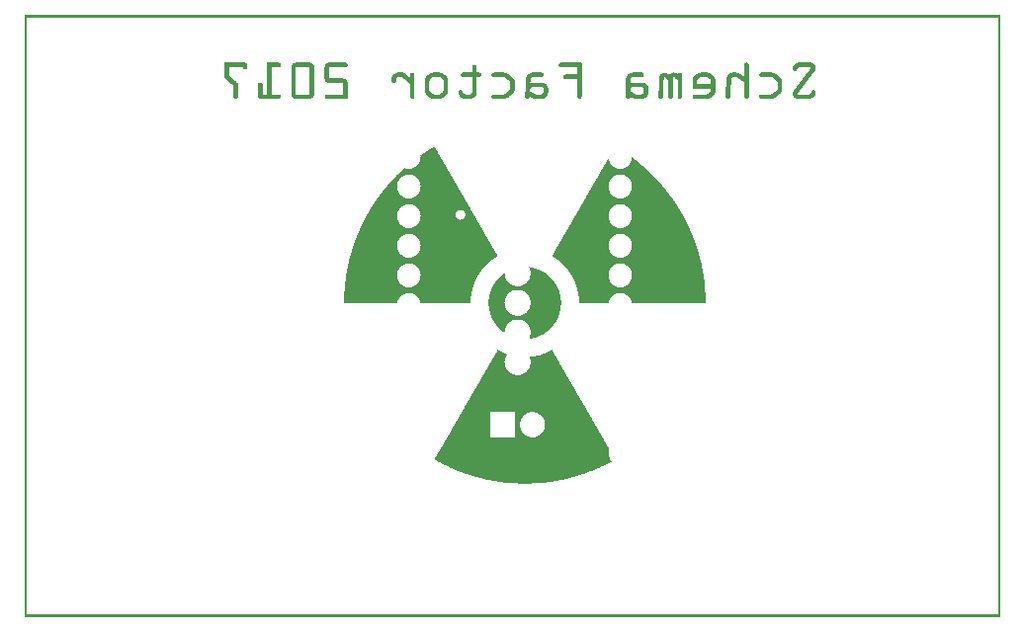
<source format=gbo>
G04 MADE WITH FRITZING*
G04 WWW.FRITZING.ORG*
G04 DOUBLE SIDED*
G04 HOLES PLATED*
G04 CONTOUR ON CENTER OF CONTOUR VECTOR*
%ASAXBY*%
%FSLAX23Y23*%
%MOIN*%
%OFA0B0*%
%SFA1.0B1.0*%
%ADD10R,0.001000X0.001000*%
%LNSILK0*%
G90*
G70*
G54D10*
X0Y2032D02*
X3290Y2032D01*
X0Y2031D02*
X3290Y2031D01*
X0Y2030D02*
X3290Y2030D01*
X0Y2029D02*
X3290Y2029D01*
X0Y2028D02*
X3290Y2028D01*
X0Y2027D02*
X3290Y2027D01*
X0Y2026D02*
X3290Y2026D01*
X0Y2025D02*
X3290Y2025D01*
X0Y2024D02*
X7Y2024D01*
X3283Y2024D02*
X3290Y2024D01*
X0Y2023D02*
X7Y2023D01*
X3283Y2023D02*
X3290Y2023D01*
X0Y2022D02*
X7Y2022D01*
X3283Y2022D02*
X3290Y2022D01*
X0Y2021D02*
X7Y2021D01*
X3283Y2021D02*
X3290Y2021D01*
X0Y2020D02*
X7Y2020D01*
X3283Y2020D02*
X3290Y2020D01*
X0Y2019D02*
X7Y2019D01*
X3283Y2019D02*
X3290Y2019D01*
X0Y2018D02*
X7Y2018D01*
X3283Y2018D02*
X3290Y2018D01*
X0Y2017D02*
X7Y2017D01*
X3283Y2017D02*
X3290Y2017D01*
X0Y2016D02*
X7Y2016D01*
X3283Y2016D02*
X3290Y2016D01*
X0Y2015D02*
X7Y2015D01*
X3283Y2015D02*
X3290Y2015D01*
X0Y2014D02*
X7Y2014D01*
X3283Y2014D02*
X3290Y2014D01*
X0Y2013D02*
X7Y2013D01*
X3283Y2013D02*
X3290Y2013D01*
X0Y2012D02*
X7Y2012D01*
X3283Y2012D02*
X3290Y2012D01*
X0Y2011D02*
X7Y2011D01*
X3283Y2011D02*
X3290Y2011D01*
X0Y2010D02*
X7Y2010D01*
X3283Y2010D02*
X3290Y2010D01*
X0Y2009D02*
X7Y2009D01*
X3283Y2009D02*
X3290Y2009D01*
X0Y2008D02*
X7Y2008D01*
X3283Y2008D02*
X3290Y2008D01*
X0Y2007D02*
X7Y2007D01*
X3283Y2007D02*
X3290Y2007D01*
X0Y2006D02*
X7Y2006D01*
X3283Y2006D02*
X3290Y2006D01*
X0Y2005D02*
X7Y2005D01*
X3283Y2005D02*
X3290Y2005D01*
X0Y2004D02*
X7Y2004D01*
X3283Y2004D02*
X3290Y2004D01*
X0Y2003D02*
X7Y2003D01*
X3283Y2003D02*
X3290Y2003D01*
X0Y2002D02*
X7Y2002D01*
X3283Y2002D02*
X3290Y2002D01*
X0Y2001D02*
X7Y2001D01*
X3283Y2001D02*
X3290Y2001D01*
X0Y2000D02*
X7Y2000D01*
X3283Y2000D02*
X3290Y2000D01*
X0Y1999D02*
X7Y1999D01*
X3283Y1999D02*
X3290Y1999D01*
X0Y1998D02*
X7Y1998D01*
X3283Y1998D02*
X3290Y1998D01*
X0Y1997D02*
X7Y1997D01*
X3283Y1997D02*
X3290Y1997D01*
X0Y1996D02*
X7Y1996D01*
X3283Y1996D02*
X3290Y1996D01*
X0Y1995D02*
X7Y1995D01*
X3283Y1995D02*
X3290Y1995D01*
X0Y1994D02*
X7Y1994D01*
X3283Y1994D02*
X3290Y1994D01*
X0Y1993D02*
X7Y1993D01*
X3283Y1993D02*
X3290Y1993D01*
X0Y1992D02*
X7Y1992D01*
X3283Y1992D02*
X3290Y1992D01*
X0Y1991D02*
X7Y1991D01*
X3283Y1991D02*
X3290Y1991D01*
X0Y1990D02*
X7Y1990D01*
X3283Y1990D02*
X3290Y1990D01*
X0Y1989D02*
X7Y1989D01*
X3283Y1989D02*
X3290Y1989D01*
X0Y1988D02*
X7Y1988D01*
X3283Y1988D02*
X3290Y1988D01*
X0Y1987D02*
X7Y1987D01*
X3283Y1987D02*
X3290Y1987D01*
X0Y1986D02*
X7Y1986D01*
X3283Y1986D02*
X3290Y1986D01*
X0Y1985D02*
X7Y1985D01*
X3283Y1985D02*
X3290Y1985D01*
X0Y1984D02*
X7Y1984D01*
X3283Y1984D02*
X3290Y1984D01*
X0Y1983D02*
X7Y1983D01*
X3283Y1983D02*
X3290Y1983D01*
X0Y1982D02*
X7Y1982D01*
X3283Y1982D02*
X3290Y1982D01*
X0Y1981D02*
X7Y1981D01*
X3283Y1981D02*
X3290Y1981D01*
X0Y1980D02*
X7Y1980D01*
X3283Y1980D02*
X3290Y1980D01*
X0Y1979D02*
X7Y1979D01*
X3283Y1979D02*
X3290Y1979D01*
X0Y1978D02*
X7Y1978D01*
X3283Y1978D02*
X3290Y1978D01*
X0Y1977D02*
X7Y1977D01*
X3283Y1977D02*
X3290Y1977D01*
X0Y1976D02*
X7Y1976D01*
X3283Y1976D02*
X3290Y1976D01*
X0Y1975D02*
X7Y1975D01*
X3283Y1975D02*
X3290Y1975D01*
X0Y1974D02*
X7Y1974D01*
X3283Y1974D02*
X3290Y1974D01*
X0Y1973D02*
X7Y1973D01*
X3283Y1973D02*
X3290Y1973D01*
X0Y1972D02*
X7Y1972D01*
X3283Y1972D02*
X3290Y1972D01*
X0Y1971D02*
X7Y1971D01*
X3283Y1971D02*
X3290Y1971D01*
X0Y1970D02*
X7Y1970D01*
X3283Y1970D02*
X3290Y1970D01*
X0Y1969D02*
X7Y1969D01*
X3283Y1969D02*
X3290Y1969D01*
X0Y1968D02*
X7Y1968D01*
X3283Y1968D02*
X3290Y1968D01*
X0Y1967D02*
X7Y1967D01*
X3283Y1967D02*
X3290Y1967D01*
X0Y1966D02*
X7Y1966D01*
X3283Y1966D02*
X3290Y1966D01*
X0Y1965D02*
X7Y1965D01*
X3283Y1965D02*
X3290Y1965D01*
X0Y1964D02*
X7Y1964D01*
X3283Y1964D02*
X3290Y1964D01*
X0Y1963D02*
X7Y1963D01*
X3283Y1963D02*
X3290Y1963D01*
X0Y1962D02*
X7Y1962D01*
X3283Y1962D02*
X3290Y1962D01*
X0Y1961D02*
X7Y1961D01*
X3283Y1961D02*
X3290Y1961D01*
X0Y1960D02*
X7Y1960D01*
X3283Y1960D02*
X3290Y1960D01*
X0Y1959D02*
X7Y1959D01*
X3283Y1959D02*
X3290Y1959D01*
X0Y1958D02*
X7Y1958D01*
X3283Y1958D02*
X3290Y1958D01*
X0Y1957D02*
X7Y1957D01*
X3283Y1957D02*
X3290Y1957D01*
X0Y1956D02*
X7Y1956D01*
X3283Y1956D02*
X3290Y1956D01*
X0Y1955D02*
X7Y1955D01*
X3283Y1955D02*
X3290Y1955D01*
X0Y1954D02*
X7Y1954D01*
X3283Y1954D02*
X3290Y1954D01*
X0Y1953D02*
X7Y1953D01*
X3283Y1953D02*
X3290Y1953D01*
X0Y1952D02*
X7Y1952D01*
X3283Y1952D02*
X3290Y1952D01*
X0Y1951D02*
X7Y1951D01*
X3283Y1951D02*
X3290Y1951D01*
X0Y1950D02*
X7Y1950D01*
X3283Y1950D02*
X3290Y1950D01*
X0Y1949D02*
X7Y1949D01*
X3283Y1949D02*
X3290Y1949D01*
X0Y1948D02*
X7Y1948D01*
X3283Y1948D02*
X3290Y1948D01*
X0Y1947D02*
X7Y1947D01*
X3283Y1947D02*
X3290Y1947D01*
X0Y1946D02*
X7Y1946D01*
X3283Y1946D02*
X3290Y1946D01*
X0Y1945D02*
X7Y1945D01*
X3283Y1945D02*
X3290Y1945D01*
X0Y1944D02*
X7Y1944D01*
X3283Y1944D02*
X3290Y1944D01*
X0Y1943D02*
X7Y1943D01*
X3283Y1943D02*
X3290Y1943D01*
X0Y1942D02*
X7Y1942D01*
X3283Y1942D02*
X3290Y1942D01*
X0Y1941D02*
X7Y1941D01*
X3283Y1941D02*
X3290Y1941D01*
X0Y1940D02*
X7Y1940D01*
X3283Y1940D02*
X3290Y1940D01*
X0Y1939D02*
X7Y1939D01*
X3283Y1939D02*
X3290Y1939D01*
X0Y1938D02*
X7Y1938D01*
X3283Y1938D02*
X3290Y1938D01*
X0Y1937D02*
X7Y1937D01*
X3283Y1937D02*
X3290Y1937D01*
X0Y1936D02*
X7Y1936D01*
X3283Y1936D02*
X3290Y1936D01*
X0Y1935D02*
X7Y1935D01*
X3283Y1935D02*
X3290Y1935D01*
X0Y1934D02*
X7Y1934D01*
X3283Y1934D02*
X3290Y1934D01*
X0Y1933D02*
X7Y1933D01*
X3283Y1933D02*
X3290Y1933D01*
X0Y1932D02*
X7Y1932D01*
X3283Y1932D02*
X3290Y1932D01*
X0Y1931D02*
X7Y1931D01*
X3283Y1931D02*
X3290Y1931D01*
X0Y1930D02*
X7Y1930D01*
X3283Y1930D02*
X3290Y1930D01*
X0Y1929D02*
X7Y1929D01*
X3283Y1929D02*
X3290Y1929D01*
X0Y1928D02*
X7Y1928D01*
X3283Y1928D02*
X3290Y1928D01*
X0Y1927D02*
X7Y1927D01*
X3283Y1927D02*
X3290Y1927D01*
X0Y1926D02*
X7Y1926D01*
X3283Y1926D02*
X3290Y1926D01*
X0Y1925D02*
X7Y1925D01*
X3283Y1925D02*
X3290Y1925D01*
X0Y1924D02*
X7Y1924D01*
X3283Y1924D02*
X3290Y1924D01*
X0Y1923D02*
X7Y1923D01*
X3283Y1923D02*
X3290Y1923D01*
X0Y1922D02*
X7Y1922D01*
X3283Y1922D02*
X3290Y1922D01*
X0Y1921D02*
X7Y1921D01*
X3283Y1921D02*
X3290Y1921D01*
X0Y1920D02*
X7Y1920D01*
X3283Y1920D02*
X3290Y1920D01*
X0Y1919D02*
X7Y1919D01*
X3283Y1919D02*
X3290Y1919D01*
X0Y1918D02*
X7Y1918D01*
X3283Y1918D02*
X3290Y1918D01*
X0Y1917D02*
X7Y1917D01*
X3283Y1917D02*
X3290Y1917D01*
X0Y1916D02*
X7Y1916D01*
X3283Y1916D02*
X3290Y1916D01*
X0Y1915D02*
X7Y1915D01*
X3283Y1915D02*
X3290Y1915D01*
X0Y1914D02*
X7Y1914D01*
X3283Y1914D02*
X3290Y1914D01*
X0Y1913D02*
X7Y1913D01*
X3283Y1913D02*
X3290Y1913D01*
X0Y1912D02*
X7Y1912D01*
X3283Y1912D02*
X3290Y1912D01*
X0Y1911D02*
X7Y1911D01*
X3283Y1911D02*
X3290Y1911D01*
X0Y1910D02*
X7Y1910D01*
X3283Y1910D02*
X3290Y1910D01*
X0Y1909D02*
X7Y1909D01*
X3283Y1909D02*
X3290Y1909D01*
X0Y1908D02*
X7Y1908D01*
X3283Y1908D02*
X3290Y1908D01*
X0Y1907D02*
X7Y1907D01*
X3283Y1907D02*
X3290Y1907D01*
X0Y1906D02*
X7Y1906D01*
X3283Y1906D02*
X3290Y1906D01*
X0Y1905D02*
X7Y1905D01*
X3283Y1905D02*
X3290Y1905D01*
X0Y1904D02*
X7Y1904D01*
X3283Y1904D02*
X3290Y1904D01*
X0Y1903D02*
X7Y1903D01*
X3283Y1903D02*
X3290Y1903D01*
X0Y1902D02*
X7Y1902D01*
X3283Y1902D02*
X3290Y1902D01*
X0Y1901D02*
X7Y1901D01*
X3283Y1901D02*
X3290Y1901D01*
X0Y1900D02*
X7Y1900D01*
X3283Y1900D02*
X3290Y1900D01*
X0Y1899D02*
X7Y1899D01*
X3283Y1899D02*
X3290Y1899D01*
X0Y1898D02*
X7Y1898D01*
X3283Y1898D02*
X3290Y1898D01*
X0Y1897D02*
X7Y1897D01*
X3283Y1897D02*
X3290Y1897D01*
X0Y1896D02*
X7Y1896D01*
X3283Y1896D02*
X3290Y1896D01*
X0Y1895D02*
X7Y1895D01*
X3283Y1895D02*
X3290Y1895D01*
X0Y1894D02*
X7Y1894D01*
X3283Y1894D02*
X3290Y1894D01*
X0Y1893D02*
X7Y1893D01*
X3283Y1893D02*
X3290Y1893D01*
X0Y1892D02*
X7Y1892D01*
X3283Y1892D02*
X3290Y1892D01*
X0Y1891D02*
X7Y1891D01*
X3283Y1891D02*
X3290Y1891D01*
X0Y1890D02*
X7Y1890D01*
X3283Y1890D02*
X3290Y1890D01*
X0Y1889D02*
X7Y1889D01*
X3283Y1889D02*
X3290Y1889D01*
X0Y1888D02*
X7Y1888D01*
X3283Y1888D02*
X3290Y1888D01*
X0Y1887D02*
X7Y1887D01*
X3283Y1887D02*
X3290Y1887D01*
X0Y1886D02*
X7Y1886D01*
X3283Y1886D02*
X3290Y1886D01*
X0Y1885D02*
X7Y1885D01*
X3283Y1885D02*
X3290Y1885D01*
X0Y1884D02*
X7Y1884D01*
X3283Y1884D02*
X3290Y1884D01*
X0Y1883D02*
X7Y1883D01*
X3283Y1883D02*
X3290Y1883D01*
X0Y1882D02*
X7Y1882D01*
X3283Y1882D02*
X3290Y1882D01*
X0Y1881D02*
X7Y1881D01*
X3283Y1881D02*
X3290Y1881D01*
X0Y1880D02*
X7Y1880D01*
X3283Y1880D02*
X3290Y1880D01*
X0Y1879D02*
X7Y1879D01*
X3283Y1879D02*
X3290Y1879D01*
X0Y1878D02*
X7Y1878D01*
X3283Y1878D02*
X3290Y1878D01*
X0Y1877D02*
X7Y1877D01*
X3283Y1877D02*
X3290Y1877D01*
X0Y1876D02*
X7Y1876D01*
X3283Y1876D02*
X3290Y1876D01*
X0Y1875D02*
X7Y1875D01*
X3283Y1875D02*
X3290Y1875D01*
X0Y1874D02*
X7Y1874D01*
X3283Y1874D02*
X3290Y1874D01*
X0Y1873D02*
X7Y1873D01*
X3283Y1873D02*
X3290Y1873D01*
X0Y1872D02*
X7Y1872D01*
X3283Y1872D02*
X3290Y1872D01*
X0Y1871D02*
X7Y1871D01*
X674Y1871D02*
X745Y1871D01*
X818Y1871D02*
X858Y1871D01*
X913Y1871D02*
X964Y1871D01*
X1025Y1871D02*
X1084Y1871D01*
X1808Y1871D02*
X1878Y1871D01*
X2433Y1871D02*
X2437Y1871D01*
X2609Y1871D02*
X2653Y1871D01*
X3283Y1871D02*
X3290Y1871D01*
X0Y1870D02*
X7Y1870D01*
X674Y1870D02*
X748Y1870D01*
X818Y1870D02*
X860Y1870D01*
X909Y1870D02*
X967Y1870D01*
X1022Y1870D02*
X1086Y1870D01*
X1805Y1870D02*
X1879Y1870D01*
X2431Y1870D02*
X2439Y1870D01*
X2605Y1870D02*
X2657Y1870D01*
X3283Y1870D02*
X3290Y1870D01*
X0Y1869D02*
X7Y1869D01*
X674Y1869D02*
X749Y1869D01*
X818Y1869D02*
X862Y1869D01*
X908Y1869D02*
X969Y1869D01*
X1020Y1869D02*
X1087Y1869D01*
X1804Y1869D02*
X1879Y1869D01*
X2430Y1869D02*
X2440Y1869D01*
X2603Y1869D02*
X2659Y1869D01*
X3283Y1869D02*
X3290Y1869D01*
X0Y1868D02*
X7Y1868D01*
X674Y1868D02*
X750Y1868D01*
X818Y1868D02*
X862Y1868D01*
X906Y1868D02*
X970Y1868D01*
X1019Y1868D02*
X1088Y1868D01*
X1803Y1868D02*
X1879Y1868D01*
X2429Y1868D02*
X2441Y1868D01*
X2601Y1868D02*
X2660Y1868D01*
X3283Y1868D02*
X3290Y1868D01*
X0Y1867D02*
X7Y1867D01*
X674Y1867D02*
X750Y1867D01*
X818Y1867D02*
X863Y1867D01*
X905Y1867D02*
X971Y1867D01*
X1018Y1867D02*
X1089Y1867D01*
X1803Y1867D02*
X1879Y1867D01*
X2428Y1867D02*
X2441Y1867D01*
X2600Y1867D02*
X2661Y1867D01*
X3283Y1867D02*
X3290Y1867D01*
X0Y1866D02*
X7Y1866D01*
X674Y1866D02*
X751Y1866D01*
X818Y1866D02*
X863Y1866D01*
X904Y1866D02*
X972Y1866D01*
X1017Y1866D02*
X1089Y1866D01*
X1802Y1866D02*
X1879Y1866D01*
X2428Y1866D02*
X2442Y1866D01*
X2598Y1866D02*
X2663Y1866D01*
X3283Y1866D02*
X3290Y1866D01*
X0Y1865D02*
X7Y1865D01*
X674Y1865D02*
X751Y1865D01*
X818Y1865D02*
X864Y1865D01*
X903Y1865D02*
X973Y1865D01*
X1016Y1865D02*
X1089Y1865D01*
X1802Y1865D02*
X1879Y1865D01*
X2428Y1865D02*
X2442Y1865D01*
X2597Y1865D02*
X2663Y1865D01*
X3283Y1865D02*
X3290Y1865D01*
X0Y1864D02*
X7Y1864D01*
X674Y1864D02*
X751Y1864D01*
X818Y1864D02*
X864Y1864D01*
X902Y1864D02*
X974Y1864D01*
X1015Y1864D02*
X1089Y1864D01*
X1515Y1864D02*
X1520Y1864D01*
X1802Y1864D02*
X1879Y1864D01*
X2428Y1864D02*
X2442Y1864D01*
X2596Y1864D02*
X2664Y1864D01*
X3283Y1864D02*
X3290Y1864D01*
X0Y1863D02*
X7Y1863D01*
X674Y1863D02*
X751Y1863D01*
X818Y1863D02*
X864Y1863D01*
X902Y1863D02*
X975Y1863D01*
X1014Y1863D02*
X1089Y1863D01*
X1513Y1863D02*
X1522Y1863D01*
X1802Y1863D02*
X1879Y1863D01*
X2427Y1863D02*
X2442Y1863D01*
X2595Y1863D02*
X2665Y1863D01*
X3283Y1863D02*
X3290Y1863D01*
X0Y1862D02*
X7Y1862D01*
X674Y1862D02*
X751Y1862D01*
X818Y1862D02*
X864Y1862D01*
X901Y1862D02*
X975Y1862D01*
X1014Y1862D02*
X1089Y1862D01*
X1512Y1862D02*
X1523Y1862D01*
X1802Y1862D02*
X1879Y1862D01*
X2427Y1862D02*
X2442Y1862D01*
X2595Y1862D02*
X2666Y1862D01*
X3283Y1862D02*
X3290Y1862D01*
X0Y1861D02*
X7Y1861D01*
X674Y1861D02*
X751Y1861D01*
X818Y1861D02*
X864Y1861D01*
X901Y1861D02*
X976Y1861D01*
X1013Y1861D02*
X1089Y1861D01*
X1511Y1861D02*
X1524Y1861D01*
X1802Y1861D02*
X1879Y1861D01*
X2427Y1861D02*
X2442Y1861D01*
X2594Y1861D02*
X2666Y1861D01*
X3283Y1861D02*
X3290Y1861D01*
X0Y1860D02*
X7Y1860D01*
X674Y1860D02*
X751Y1860D01*
X818Y1860D02*
X863Y1860D01*
X900Y1860D02*
X976Y1860D01*
X1013Y1860D02*
X1089Y1860D01*
X1511Y1860D02*
X1524Y1860D01*
X1802Y1860D02*
X1879Y1860D01*
X2427Y1860D02*
X2442Y1860D01*
X2593Y1860D02*
X2667Y1860D01*
X3283Y1860D02*
X3290Y1860D01*
X0Y1859D02*
X7Y1859D01*
X674Y1859D02*
X751Y1859D01*
X818Y1859D02*
X863Y1859D01*
X900Y1859D02*
X976Y1859D01*
X1013Y1859D02*
X1088Y1859D01*
X1510Y1859D02*
X1525Y1859D01*
X1803Y1859D02*
X1879Y1859D01*
X2427Y1859D02*
X2442Y1859D01*
X2593Y1859D02*
X2667Y1859D01*
X3283Y1859D02*
X3290Y1859D01*
X0Y1858D02*
X7Y1858D01*
X674Y1858D02*
X751Y1858D01*
X818Y1858D02*
X862Y1858D01*
X900Y1858D02*
X976Y1858D01*
X1013Y1858D02*
X1087Y1858D01*
X1510Y1858D02*
X1525Y1858D01*
X1804Y1858D02*
X1879Y1858D01*
X2427Y1858D02*
X2442Y1858D01*
X2592Y1858D02*
X2667Y1858D01*
X3283Y1858D02*
X3290Y1858D01*
X0Y1857D02*
X7Y1857D01*
X674Y1857D02*
X751Y1857D01*
X818Y1857D02*
X861Y1857D01*
X900Y1857D02*
X977Y1857D01*
X1013Y1857D02*
X1086Y1857D01*
X1510Y1857D02*
X1525Y1857D01*
X1805Y1857D02*
X1879Y1857D01*
X2427Y1857D02*
X2442Y1857D01*
X2592Y1857D02*
X2667Y1857D01*
X3283Y1857D02*
X3290Y1857D01*
X0Y1856D02*
X7Y1856D01*
X674Y1856D02*
X751Y1856D01*
X818Y1856D02*
X859Y1856D01*
X900Y1856D02*
X977Y1856D01*
X1012Y1856D02*
X1084Y1856D01*
X1510Y1856D02*
X1525Y1856D01*
X1807Y1856D02*
X1879Y1856D01*
X2427Y1856D02*
X2442Y1856D01*
X2592Y1856D02*
X2668Y1856D01*
X3283Y1856D02*
X3290Y1856D01*
X0Y1855D02*
X7Y1855D01*
X674Y1855D02*
X689Y1855D01*
X737Y1855D02*
X751Y1855D01*
X818Y1855D02*
X833Y1855D01*
X900Y1855D02*
X915Y1855D01*
X962Y1855D02*
X977Y1855D01*
X1012Y1855D02*
X1027Y1855D01*
X1510Y1855D02*
X1525Y1855D01*
X1864Y1855D02*
X1879Y1855D01*
X2427Y1855D02*
X2442Y1855D01*
X2591Y1855D02*
X2609Y1855D01*
X2652Y1855D02*
X2668Y1855D01*
X3283Y1855D02*
X3290Y1855D01*
X0Y1854D02*
X7Y1854D01*
X674Y1854D02*
X689Y1854D01*
X737Y1854D02*
X751Y1854D01*
X818Y1854D02*
X833Y1854D01*
X900Y1854D02*
X915Y1854D01*
X962Y1854D02*
X977Y1854D01*
X1012Y1854D02*
X1027Y1854D01*
X1510Y1854D02*
X1525Y1854D01*
X1864Y1854D02*
X1879Y1854D01*
X2427Y1854D02*
X2442Y1854D01*
X2591Y1854D02*
X2608Y1854D01*
X2653Y1854D02*
X2668Y1854D01*
X3283Y1854D02*
X3290Y1854D01*
X0Y1853D02*
X7Y1853D01*
X674Y1853D02*
X689Y1853D01*
X737Y1853D02*
X750Y1853D01*
X818Y1853D02*
X833Y1853D01*
X900Y1853D02*
X915Y1853D01*
X962Y1853D02*
X977Y1853D01*
X1012Y1853D02*
X1027Y1853D01*
X1510Y1853D02*
X1525Y1853D01*
X1864Y1853D02*
X1879Y1853D01*
X2427Y1853D02*
X2442Y1853D01*
X2591Y1853D02*
X2607Y1853D01*
X2653Y1853D02*
X2668Y1853D01*
X3283Y1853D02*
X3290Y1853D01*
X0Y1852D02*
X7Y1852D01*
X674Y1852D02*
X689Y1852D01*
X738Y1852D02*
X750Y1852D01*
X818Y1852D02*
X833Y1852D01*
X900Y1852D02*
X915Y1852D01*
X962Y1852D02*
X977Y1852D01*
X1012Y1852D02*
X1027Y1852D01*
X1510Y1852D02*
X1525Y1852D01*
X1864Y1852D02*
X1879Y1852D01*
X2427Y1852D02*
X2442Y1852D01*
X2591Y1852D02*
X2606Y1852D01*
X2652Y1852D02*
X2668Y1852D01*
X3283Y1852D02*
X3290Y1852D01*
X0Y1851D02*
X7Y1851D01*
X674Y1851D02*
X689Y1851D01*
X739Y1851D02*
X749Y1851D01*
X818Y1851D02*
X833Y1851D01*
X900Y1851D02*
X915Y1851D01*
X962Y1851D02*
X977Y1851D01*
X1012Y1851D02*
X1027Y1851D01*
X1510Y1851D02*
X1525Y1851D01*
X1864Y1851D02*
X1879Y1851D01*
X2427Y1851D02*
X2442Y1851D01*
X2591Y1851D02*
X2606Y1851D01*
X2652Y1851D02*
X2668Y1851D01*
X3283Y1851D02*
X3290Y1851D01*
X0Y1850D02*
X7Y1850D01*
X674Y1850D02*
X689Y1850D01*
X741Y1850D02*
X747Y1850D01*
X818Y1850D02*
X833Y1850D01*
X900Y1850D02*
X915Y1850D01*
X962Y1850D02*
X977Y1850D01*
X1012Y1850D02*
X1027Y1850D01*
X1510Y1850D02*
X1525Y1850D01*
X1864Y1850D02*
X1879Y1850D01*
X2427Y1850D02*
X2442Y1850D01*
X2591Y1850D02*
X2606Y1850D01*
X2651Y1850D02*
X2667Y1850D01*
X3283Y1850D02*
X3290Y1850D01*
X0Y1849D02*
X7Y1849D01*
X674Y1849D02*
X689Y1849D01*
X743Y1849D02*
X745Y1849D01*
X818Y1849D02*
X833Y1849D01*
X900Y1849D02*
X915Y1849D01*
X962Y1849D02*
X977Y1849D01*
X1012Y1849D02*
X1027Y1849D01*
X1510Y1849D02*
X1525Y1849D01*
X1864Y1849D02*
X1879Y1849D01*
X2427Y1849D02*
X2442Y1849D01*
X2591Y1849D02*
X2606Y1849D01*
X2650Y1849D02*
X2667Y1849D01*
X3283Y1849D02*
X3290Y1849D01*
X0Y1848D02*
X7Y1848D01*
X674Y1848D02*
X689Y1848D01*
X818Y1848D02*
X833Y1848D01*
X900Y1848D02*
X915Y1848D01*
X962Y1848D02*
X977Y1848D01*
X1012Y1848D02*
X1027Y1848D01*
X1510Y1848D02*
X1525Y1848D01*
X1864Y1848D02*
X1879Y1848D01*
X2427Y1848D02*
X2442Y1848D01*
X2591Y1848D02*
X2605Y1848D01*
X2649Y1848D02*
X2667Y1848D01*
X3283Y1848D02*
X3290Y1848D01*
X0Y1847D02*
X7Y1847D01*
X674Y1847D02*
X689Y1847D01*
X818Y1847D02*
X833Y1847D01*
X900Y1847D02*
X915Y1847D01*
X962Y1847D02*
X977Y1847D01*
X1012Y1847D02*
X1027Y1847D01*
X1510Y1847D02*
X1525Y1847D01*
X1864Y1847D02*
X1879Y1847D01*
X2427Y1847D02*
X2442Y1847D01*
X2591Y1847D02*
X2605Y1847D01*
X2648Y1847D02*
X2667Y1847D01*
X3283Y1847D02*
X3290Y1847D01*
X0Y1846D02*
X7Y1846D01*
X674Y1846D02*
X689Y1846D01*
X818Y1846D02*
X833Y1846D01*
X900Y1846D02*
X915Y1846D01*
X962Y1846D02*
X977Y1846D01*
X1012Y1846D02*
X1027Y1846D01*
X1510Y1846D02*
X1525Y1846D01*
X1864Y1846D02*
X1879Y1846D01*
X2427Y1846D02*
X2442Y1846D01*
X2592Y1846D02*
X2604Y1846D01*
X2648Y1846D02*
X2666Y1846D01*
X3283Y1846D02*
X3290Y1846D01*
X0Y1845D02*
X7Y1845D01*
X674Y1845D02*
X689Y1845D01*
X818Y1845D02*
X833Y1845D01*
X900Y1845D02*
X915Y1845D01*
X962Y1845D02*
X977Y1845D01*
X1012Y1845D02*
X1027Y1845D01*
X1510Y1845D02*
X1525Y1845D01*
X1864Y1845D02*
X1879Y1845D01*
X2427Y1845D02*
X2442Y1845D01*
X2593Y1845D02*
X2604Y1845D01*
X2647Y1845D02*
X2666Y1845D01*
X3283Y1845D02*
X3290Y1845D01*
X0Y1844D02*
X7Y1844D01*
X674Y1844D02*
X689Y1844D01*
X818Y1844D02*
X833Y1844D01*
X900Y1844D02*
X915Y1844D01*
X962Y1844D02*
X977Y1844D01*
X1012Y1844D02*
X1027Y1844D01*
X1510Y1844D02*
X1525Y1844D01*
X1864Y1844D02*
X1879Y1844D01*
X2427Y1844D02*
X2442Y1844D01*
X2594Y1844D02*
X2603Y1844D01*
X2646Y1844D02*
X2665Y1844D01*
X3283Y1844D02*
X3290Y1844D01*
X0Y1843D02*
X7Y1843D01*
X674Y1843D02*
X689Y1843D01*
X818Y1843D02*
X833Y1843D01*
X900Y1843D02*
X915Y1843D01*
X962Y1843D02*
X977Y1843D01*
X1012Y1843D02*
X1027Y1843D01*
X1510Y1843D02*
X1525Y1843D01*
X1864Y1843D02*
X1879Y1843D01*
X2427Y1843D02*
X2442Y1843D01*
X2595Y1843D02*
X2601Y1843D01*
X2645Y1843D02*
X2665Y1843D01*
X3283Y1843D02*
X3290Y1843D01*
X0Y1842D02*
X7Y1842D01*
X674Y1842D02*
X689Y1842D01*
X818Y1842D02*
X833Y1842D01*
X900Y1842D02*
X915Y1842D01*
X962Y1842D02*
X977Y1842D01*
X1012Y1842D02*
X1027Y1842D01*
X1510Y1842D02*
X1525Y1842D01*
X1864Y1842D02*
X1879Y1842D01*
X2427Y1842D02*
X2442Y1842D01*
X2645Y1842D02*
X2664Y1842D01*
X3283Y1842D02*
X3290Y1842D01*
X0Y1841D02*
X7Y1841D01*
X674Y1841D02*
X689Y1841D01*
X818Y1841D02*
X833Y1841D01*
X900Y1841D02*
X915Y1841D01*
X962Y1841D02*
X977Y1841D01*
X1012Y1841D02*
X1027Y1841D01*
X1510Y1841D02*
X1525Y1841D01*
X1864Y1841D02*
X1879Y1841D01*
X2427Y1841D02*
X2442Y1841D01*
X2644Y1841D02*
X2663Y1841D01*
X3283Y1841D02*
X3290Y1841D01*
X0Y1840D02*
X7Y1840D01*
X674Y1840D02*
X689Y1840D01*
X818Y1840D02*
X833Y1840D01*
X900Y1840D02*
X915Y1840D01*
X962Y1840D02*
X977Y1840D01*
X1012Y1840D02*
X1027Y1840D01*
X1510Y1840D02*
X1525Y1840D01*
X1864Y1840D02*
X1879Y1840D01*
X2427Y1840D02*
X2442Y1840D01*
X2643Y1840D02*
X2662Y1840D01*
X3283Y1840D02*
X3290Y1840D01*
X0Y1839D02*
X7Y1839D01*
X674Y1839D02*
X689Y1839D01*
X818Y1839D02*
X833Y1839D01*
X900Y1839D02*
X915Y1839D01*
X962Y1839D02*
X977Y1839D01*
X1012Y1839D02*
X1027Y1839D01*
X1510Y1839D02*
X1525Y1839D01*
X1864Y1839D02*
X1879Y1839D01*
X2427Y1839D02*
X2442Y1839D01*
X2642Y1839D02*
X2661Y1839D01*
X3283Y1839D02*
X3290Y1839D01*
X0Y1838D02*
X7Y1838D01*
X674Y1838D02*
X689Y1838D01*
X818Y1838D02*
X833Y1838D01*
X900Y1838D02*
X915Y1838D01*
X962Y1838D02*
X977Y1838D01*
X1012Y1838D02*
X1027Y1838D01*
X1259Y1838D02*
X1277Y1838D01*
X1307Y1838D02*
X1308Y1838D01*
X1378Y1838D02*
X1400Y1838D01*
X1478Y1838D02*
X1534Y1838D01*
X1583Y1838D02*
X1618Y1838D01*
X1712Y1838D02*
X1744Y1838D01*
X1864Y1838D02*
X1879Y1838D01*
X2051Y1838D02*
X2082Y1838D01*
X2188Y1838D02*
X2190Y1838D01*
X2211Y1838D02*
X2211Y1838D01*
X2280Y1838D02*
X2302Y1838D01*
X2389Y1838D02*
X2400Y1838D01*
X2427Y1838D02*
X2442Y1838D01*
X2485Y1838D02*
X2520Y1838D01*
X2641Y1838D02*
X2661Y1838D01*
X3283Y1838D02*
X3290Y1838D01*
X0Y1837D02*
X7Y1837D01*
X674Y1837D02*
X689Y1837D01*
X818Y1837D02*
X833Y1837D01*
X900Y1837D02*
X915Y1837D01*
X962Y1837D02*
X977Y1837D01*
X1012Y1837D02*
X1027Y1837D01*
X1255Y1837D02*
X1280Y1837D01*
X1304Y1837D02*
X1311Y1837D01*
X1373Y1837D02*
X1405Y1837D01*
X1475Y1837D02*
X1536Y1837D01*
X1580Y1837D02*
X1623Y1837D01*
X1708Y1837D02*
X1746Y1837D01*
X1864Y1837D02*
X1879Y1837D01*
X2046Y1837D02*
X2085Y1837D01*
X2155Y1837D02*
X2163Y1837D01*
X2184Y1837D02*
X2195Y1837D01*
X2208Y1837D02*
X2214Y1837D01*
X2275Y1837D02*
X2307Y1837D01*
X2384Y1837D02*
X2406Y1837D01*
X2427Y1837D02*
X2442Y1837D01*
X2482Y1837D02*
X2525Y1837D01*
X2641Y1837D02*
X2660Y1837D01*
X3283Y1837D02*
X3290Y1837D01*
X0Y1836D02*
X7Y1836D01*
X674Y1836D02*
X689Y1836D01*
X818Y1836D02*
X833Y1836D01*
X900Y1836D02*
X915Y1836D01*
X962Y1836D02*
X977Y1836D01*
X1012Y1836D02*
X1027Y1836D01*
X1252Y1836D02*
X1281Y1836D01*
X1303Y1836D02*
X1312Y1836D01*
X1370Y1836D02*
X1408Y1836D01*
X1474Y1836D02*
X1538Y1836D01*
X1579Y1836D02*
X1626Y1836D01*
X1705Y1836D02*
X1748Y1836D01*
X1864Y1836D02*
X1879Y1836D01*
X2043Y1836D02*
X2086Y1836D01*
X2152Y1836D02*
X2166Y1836D01*
X2181Y1836D02*
X2198Y1836D01*
X2206Y1836D02*
X2215Y1836D01*
X2272Y1836D02*
X2310Y1836D01*
X2381Y1836D02*
X2408Y1836D01*
X2427Y1836D02*
X2442Y1836D01*
X2481Y1836D02*
X2528Y1836D01*
X2640Y1836D02*
X2659Y1836D01*
X3283Y1836D02*
X3290Y1836D01*
X0Y1835D02*
X7Y1835D01*
X674Y1835D02*
X689Y1835D01*
X818Y1835D02*
X833Y1835D01*
X900Y1835D02*
X915Y1835D01*
X962Y1835D02*
X977Y1835D01*
X1012Y1835D02*
X1027Y1835D01*
X1250Y1835D02*
X1283Y1835D01*
X1302Y1835D02*
X1313Y1835D01*
X1368Y1835D02*
X1410Y1835D01*
X1473Y1835D02*
X1539Y1835D01*
X1578Y1835D02*
X1628Y1835D01*
X1703Y1835D02*
X1749Y1835D01*
X1864Y1835D02*
X1879Y1835D01*
X2041Y1835D02*
X2087Y1835D01*
X2150Y1835D02*
X2168Y1835D01*
X2180Y1835D02*
X2199Y1835D01*
X2205Y1835D02*
X2216Y1835D01*
X2270Y1835D02*
X2312Y1835D01*
X2379Y1835D02*
X2410Y1835D01*
X2427Y1835D02*
X2442Y1835D01*
X2480Y1835D02*
X2530Y1835D01*
X2639Y1835D02*
X2658Y1835D01*
X3283Y1835D02*
X3290Y1835D01*
X0Y1834D02*
X7Y1834D01*
X674Y1834D02*
X689Y1834D01*
X818Y1834D02*
X833Y1834D01*
X900Y1834D02*
X915Y1834D01*
X962Y1834D02*
X977Y1834D01*
X1012Y1834D02*
X1027Y1834D01*
X1248Y1834D02*
X1284Y1834D01*
X1301Y1834D02*
X1314Y1834D01*
X1367Y1834D02*
X1412Y1834D01*
X1472Y1834D02*
X1539Y1834D01*
X1577Y1834D02*
X1630Y1834D01*
X1701Y1834D02*
X1749Y1834D01*
X1864Y1834D02*
X1879Y1834D01*
X2039Y1834D02*
X2088Y1834D01*
X2149Y1834D02*
X2170Y1834D01*
X2178Y1834D02*
X2201Y1834D01*
X2204Y1834D02*
X2217Y1834D01*
X2269Y1834D02*
X2314Y1834D01*
X2378Y1834D02*
X2412Y1834D01*
X2427Y1834D02*
X2442Y1834D01*
X2479Y1834D02*
X2532Y1834D01*
X2638Y1834D02*
X2658Y1834D01*
X3283Y1834D02*
X3290Y1834D01*
X0Y1833D02*
X7Y1833D01*
X674Y1833D02*
X689Y1833D01*
X818Y1833D02*
X833Y1833D01*
X900Y1833D02*
X915Y1833D01*
X962Y1833D02*
X977Y1833D01*
X1012Y1833D02*
X1027Y1833D01*
X1247Y1833D02*
X1285Y1833D01*
X1301Y1833D02*
X1314Y1833D01*
X1366Y1833D02*
X1413Y1833D01*
X1472Y1833D02*
X1540Y1833D01*
X1577Y1833D02*
X1631Y1833D01*
X1700Y1833D02*
X1750Y1833D01*
X1864Y1833D02*
X1879Y1833D01*
X2038Y1833D02*
X2088Y1833D01*
X2148Y1833D02*
X2171Y1833D01*
X2177Y1833D02*
X2202Y1833D01*
X2204Y1833D02*
X2218Y1833D01*
X2267Y1833D02*
X2315Y1833D01*
X2376Y1833D02*
X2414Y1833D01*
X2427Y1833D02*
X2442Y1833D01*
X2479Y1833D02*
X2533Y1833D01*
X2638Y1833D02*
X2657Y1833D01*
X3283Y1833D02*
X3290Y1833D01*
X0Y1832D02*
X7Y1832D01*
X674Y1832D02*
X689Y1832D01*
X818Y1832D02*
X833Y1832D01*
X900Y1832D02*
X915Y1832D01*
X962Y1832D02*
X977Y1832D01*
X1012Y1832D02*
X1027Y1832D01*
X1246Y1832D02*
X1286Y1832D01*
X1300Y1832D02*
X1315Y1832D01*
X1364Y1832D02*
X1414Y1832D01*
X1472Y1832D02*
X1540Y1832D01*
X1576Y1832D02*
X1633Y1832D01*
X1699Y1832D02*
X1750Y1832D01*
X1864Y1832D02*
X1879Y1832D01*
X2037Y1832D02*
X2088Y1832D01*
X2146Y1832D02*
X2172Y1832D01*
X2176Y1832D02*
X2218Y1832D01*
X2266Y1832D02*
X2316Y1832D01*
X2375Y1832D02*
X2415Y1832D01*
X2427Y1832D02*
X2442Y1832D01*
X2478Y1832D02*
X2535Y1832D01*
X2637Y1832D02*
X2656Y1832D01*
X3283Y1832D02*
X3290Y1832D01*
X0Y1831D02*
X7Y1831D01*
X674Y1831D02*
X689Y1831D01*
X818Y1831D02*
X833Y1831D01*
X900Y1831D02*
X915Y1831D01*
X962Y1831D02*
X977Y1831D01*
X1012Y1831D02*
X1027Y1831D01*
X1245Y1831D02*
X1287Y1831D01*
X1300Y1831D02*
X1315Y1831D01*
X1363Y1831D02*
X1415Y1831D01*
X1471Y1831D02*
X1540Y1831D01*
X1576Y1831D02*
X1634Y1831D01*
X1698Y1831D02*
X1750Y1831D01*
X1823Y1831D02*
X1879Y1831D01*
X2036Y1831D02*
X2088Y1831D01*
X2146Y1831D02*
X2218Y1831D01*
X2265Y1831D02*
X2317Y1831D01*
X2374Y1831D02*
X2417Y1831D01*
X2427Y1831D02*
X2442Y1831D01*
X2478Y1831D02*
X2536Y1831D01*
X2636Y1831D02*
X2655Y1831D01*
X3283Y1831D02*
X3290Y1831D01*
X0Y1830D02*
X7Y1830D01*
X674Y1830D02*
X689Y1830D01*
X818Y1830D02*
X833Y1830D01*
X900Y1830D02*
X915Y1830D01*
X962Y1830D02*
X977Y1830D01*
X1012Y1830D02*
X1027Y1830D01*
X1244Y1830D02*
X1288Y1830D01*
X1300Y1830D02*
X1315Y1830D01*
X1362Y1830D02*
X1417Y1830D01*
X1471Y1830D02*
X1540Y1830D01*
X1576Y1830D02*
X1635Y1830D01*
X1697Y1830D02*
X1750Y1830D01*
X1821Y1830D02*
X1879Y1830D01*
X2035Y1830D02*
X2089Y1830D01*
X2145Y1830D02*
X2218Y1830D01*
X2264Y1830D02*
X2318Y1830D01*
X2373Y1830D02*
X2418Y1830D01*
X2427Y1830D02*
X2442Y1830D01*
X2478Y1830D02*
X2537Y1830D01*
X2635Y1830D02*
X2655Y1830D01*
X3283Y1830D02*
X3290Y1830D01*
X0Y1829D02*
X7Y1829D01*
X674Y1829D02*
X689Y1829D01*
X818Y1829D02*
X833Y1829D01*
X900Y1829D02*
X915Y1829D01*
X962Y1829D02*
X977Y1829D01*
X1012Y1829D02*
X1027Y1829D01*
X1243Y1829D02*
X1290Y1829D01*
X1300Y1829D02*
X1315Y1829D01*
X1361Y1829D02*
X1418Y1829D01*
X1471Y1829D02*
X1540Y1829D01*
X1576Y1829D02*
X1636Y1829D01*
X1696Y1829D02*
X1750Y1829D01*
X1820Y1829D02*
X1879Y1829D01*
X2034Y1829D02*
X2088Y1829D01*
X2144Y1829D02*
X2218Y1829D01*
X2262Y1829D02*
X2320Y1829D01*
X2372Y1829D02*
X2420Y1829D01*
X2427Y1829D02*
X2442Y1829D01*
X2478Y1829D02*
X2538Y1829D01*
X2634Y1829D02*
X2654Y1829D01*
X3283Y1829D02*
X3290Y1829D01*
X0Y1828D02*
X7Y1828D01*
X674Y1828D02*
X689Y1828D01*
X818Y1828D02*
X833Y1828D01*
X900Y1828D02*
X915Y1828D01*
X962Y1828D02*
X977Y1828D01*
X1012Y1828D02*
X1027Y1828D01*
X1242Y1828D02*
X1291Y1828D01*
X1300Y1828D02*
X1315Y1828D01*
X1359Y1828D02*
X1419Y1828D01*
X1472Y1828D02*
X1540Y1828D01*
X1576Y1828D02*
X1637Y1828D01*
X1695Y1828D02*
X1750Y1828D01*
X1819Y1828D02*
X1879Y1828D01*
X2033Y1828D02*
X2088Y1828D01*
X2143Y1828D02*
X2218Y1828D01*
X2261Y1828D02*
X2321Y1828D01*
X2372Y1828D02*
X2421Y1828D01*
X2427Y1828D02*
X2442Y1828D01*
X2478Y1828D02*
X2539Y1828D01*
X2634Y1828D02*
X2653Y1828D01*
X3283Y1828D02*
X3290Y1828D01*
X0Y1827D02*
X7Y1827D01*
X674Y1827D02*
X689Y1827D01*
X818Y1827D02*
X833Y1827D01*
X900Y1827D02*
X915Y1827D01*
X962Y1827D02*
X977Y1827D01*
X1012Y1827D02*
X1027Y1827D01*
X1242Y1827D02*
X1292Y1827D01*
X1300Y1827D02*
X1315Y1827D01*
X1358Y1827D02*
X1420Y1827D01*
X1472Y1827D02*
X1540Y1827D01*
X1577Y1827D02*
X1638Y1827D01*
X1695Y1827D02*
X1750Y1827D01*
X1818Y1827D02*
X1879Y1827D01*
X2033Y1827D02*
X2088Y1827D01*
X2143Y1827D02*
X2218Y1827D01*
X2260Y1827D02*
X2322Y1827D01*
X2371Y1827D02*
X2423Y1827D01*
X2427Y1827D02*
X2442Y1827D01*
X2479Y1827D02*
X2540Y1827D01*
X2633Y1827D02*
X2652Y1827D01*
X3283Y1827D02*
X3290Y1827D01*
X0Y1826D02*
X7Y1826D01*
X674Y1826D02*
X690Y1826D01*
X818Y1826D02*
X833Y1826D01*
X900Y1826D02*
X915Y1826D01*
X962Y1826D02*
X977Y1826D01*
X1012Y1826D02*
X1027Y1826D01*
X1241Y1826D02*
X1293Y1826D01*
X1300Y1826D02*
X1315Y1826D01*
X1357Y1826D02*
X1421Y1826D01*
X1473Y1826D02*
X1539Y1826D01*
X1577Y1826D02*
X1639Y1826D01*
X1694Y1826D02*
X1749Y1826D01*
X1818Y1826D02*
X1879Y1826D01*
X2032Y1826D02*
X2087Y1826D01*
X2142Y1826D02*
X2218Y1826D01*
X2259Y1826D02*
X2323Y1826D01*
X2370Y1826D02*
X2425Y1826D01*
X2427Y1826D02*
X2442Y1826D01*
X2479Y1826D02*
X2541Y1826D01*
X2632Y1826D02*
X2651Y1826D01*
X3283Y1826D02*
X3290Y1826D01*
X0Y1825D02*
X7Y1825D01*
X674Y1825D02*
X692Y1825D01*
X818Y1825D02*
X833Y1825D01*
X900Y1825D02*
X915Y1825D01*
X962Y1825D02*
X977Y1825D01*
X1012Y1825D02*
X1027Y1825D01*
X1240Y1825D02*
X1294Y1825D01*
X1300Y1825D02*
X1315Y1825D01*
X1356Y1825D02*
X1422Y1825D01*
X1473Y1825D02*
X1538Y1825D01*
X1578Y1825D02*
X1640Y1825D01*
X1693Y1825D02*
X1748Y1825D01*
X1817Y1825D02*
X1879Y1825D01*
X2032Y1825D02*
X2087Y1825D01*
X2142Y1825D02*
X2218Y1825D01*
X2258Y1825D02*
X2324Y1825D01*
X2370Y1825D02*
X2442Y1825D01*
X2480Y1825D02*
X2542Y1825D01*
X2631Y1825D02*
X2651Y1825D01*
X3283Y1825D02*
X3290Y1825D01*
X0Y1824D02*
X7Y1824D01*
X674Y1824D02*
X693Y1824D01*
X818Y1824D02*
X833Y1824D01*
X900Y1824D02*
X915Y1824D01*
X962Y1824D02*
X977Y1824D01*
X1012Y1824D02*
X1027Y1824D01*
X1240Y1824D02*
X1295Y1824D01*
X1300Y1824D02*
X1315Y1824D01*
X1356Y1824D02*
X1423Y1824D01*
X1474Y1824D02*
X1537Y1824D01*
X1579Y1824D02*
X1642Y1824D01*
X1693Y1824D02*
X1747Y1824D01*
X1817Y1824D02*
X1879Y1824D01*
X2031Y1824D02*
X2086Y1824D01*
X2142Y1824D02*
X2218Y1824D01*
X2257Y1824D02*
X2325Y1824D01*
X2369Y1824D02*
X2442Y1824D01*
X2481Y1824D02*
X2543Y1824D01*
X2631Y1824D02*
X2650Y1824D01*
X3283Y1824D02*
X3290Y1824D01*
X0Y1823D02*
X7Y1823D01*
X674Y1823D02*
X694Y1823D01*
X818Y1823D02*
X833Y1823D01*
X900Y1823D02*
X915Y1823D01*
X962Y1823D02*
X977Y1823D01*
X1012Y1823D02*
X1027Y1823D01*
X1240Y1823D02*
X1297Y1823D01*
X1300Y1823D02*
X1315Y1823D01*
X1355Y1823D02*
X1423Y1823D01*
X1476Y1823D02*
X1536Y1823D01*
X1581Y1823D02*
X1643Y1823D01*
X1692Y1823D02*
X1746Y1823D01*
X1817Y1823D02*
X1879Y1823D01*
X2031Y1823D02*
X2084Y1823D01*
X2141Y1823D02*
X2218Y1823D01*
X2257Y1823D02*
X2325Y1823D01*
X2369Y1823D02*
X2442Y1823D01*
X2483Y1823D02*
X2545Y1823D01*
X2630Y1823D02*
X2649Y1823D01*
X3283Y1823D02*
X3290Y1823D01*
X0Y1822D02*
X7Y1822D01*
X674Y1822D02*
X695Y1822D01*
X818Y1822D02*
X833Y1822D01*
X900Y1822D02*
X915Y1822D01*
X962Y1822D02*
X977Y1822D01*
X1012Y1822D02*
X1027Y1822D01*
X1239Y1822D02*
X1258Y1822D01*
X1274Y1822D02*
X1298Y1822D01*
X1300Y1822D02*
X1315Y1822D01*
X1354Y1822D02*
X1377Y1822D01*
X1402Y1822D02*
X1424Y1822D01*
X1510Y1822D02*
X1525Y1822D01*
X1619Y1822D02*
X1644Y1822D01*
X1692Y1822D02*
X1711Y1822D01*
X1817Y1822D02*
X1879Y1822D01*
X2030Y1822D02*
X2049Y1822D01*
X2141Y1822D02*
X2157Y1822D01*
X2161Y1822D02*
X2188Y1822D01*
X2192Y1822D02*
X2218Y1822D01*
X2256Y1822D02*
X2279Y1822D01*
X2304Y1822D02*
X2326Y1822D01*
X2369Y1822D02*
X2388Y1822D01*
X2402Y1822D02*
X2442Y1822D01*
X2521Y1822D02*
X2546Y1822D01*
X2629Y1822D02*
X2648Y1822D01*
X3283Y1822D02*
X3290Y1822D01*
X0Y1821D02*
X7Y1821D01*
X675Y1821D02*
X696Y1821D01*
X818Y1821D02*
X833Y1821D01*
X900Y1821D02*
X915Y1821D01*
X962Y1821D02*
X977Y1821D01*
X1012Y1821D02*
X1027Y1821D01*
X1239Y1821D02*
X1256Y1821D01*
X1276Y1821D02*
X1315Y1821D01*
X1354Y1821D02*
X1374Y1821D01*
X1404Y1821D02*
X1424Y1821D01*
X1510Y1821D02*
X1525Y1821D01*
X1621Y1821D02*
X1645Y1821D01*
X1692Y1821D02*
X1709Y1821D01*
X1818Y1821D02*
X1879Y1821D01*
X2030Y1821D02*
X2047Y1821D01*
X2141Y1821D02*
X2156Y1821D01*
X2162Y1821D02*
X2186Y1821D01*
X2193Y1821D02*
X2218Y1821D01*
X2255Y1821D02*
X2276Y1821D01*
X2306Y1821D02*
X2326Y1821D01*
X2368Y1821D02*
X2386Y1821D01*
X2404Y1821D02*
X2442Y1821D01*
X2523Y1821D02*
X2547Y1821D01*
X2628Y1821D02*
X2648Y1821D01*
X3283Y1821D02*
X3290Y1821D01*
X0Y1820D02*
X7Y1820D01*
X675Y1820D02*
X697Y1820D01*
X818Y1820D02*
X833Y1820D01*
X900Y1820D02*
X915Y1820D01*
X962Y1820D02*
X977Y1820D01*
X1012Y1820D02*
X1027Y1820D01*
X1239Y1820D02*
X1255Y1820D01*
X1277Y1820D02*
X1315Y1820D01*
X1353Y1820D02*
X1373Y1820D01*
X1405Y1820D02*
X1425Y1820D01*
X1510Y1820D02*
X1525Y1820D01*
X1623Y1820D02*
X1646Y1820D01*
X1692Y1820D02*
X1708Y1820D01*
X1818Y1820D02*
X1879Y1820D01*
X2030Y1820D02*
X2046Y1820D01*
X2141Y1820D02*
X2156Y1820D01*
X2163Y1820D02*
X2186Y1820D01*
X2194Y1820D02*
X2218Y1820D01*
X2255Y1820D02*
X2275Y1820D01*
X2307Y1820D02*
X2327Y1820D01*
X2368Y1820D02*
X2385Y1820D01*
X2405Y1820D02*
X2442Y1820D01*
X2525Y1820D02*
X2548Y1820D01*
X2627Y1820D02*
X2647Y1820D01*
X3283Y1820D02*
X3290Y1820D01*
X0Y1819D02*
X7Y1819D01*
X676Y1819D02*
X699Y1819D01*
X818Y1819D02*
X833Y1819D01*
X900Y1819D02*
X915Y1819D01*
X962Y1819D02*
X977Y1819D01*
X1012Y1819D02*
X1027Y1819D01*
X1238Y1819D02*
X1254Y1819D01*
X1278Y1819D02*
X1315Y1819D01*
X1353Y1819D02*
X1371Y1819D01*
X1406Y1819D02*
X1426Y1819D01*
X1510Y1819D02*
X1525Y1819D01*
X1624Y1819D02*
X1647Y1819D01*
X1691Y1819D02*
X1707Y1819D01*
X1819Y1819D02*
X1879Y1819D01*
X2030Y1819D02*
X2046Y1819D01*
X2141Y1819D02*
X2156Y1819D01*
X2164Y1819D02*
X2186Y1819D01*
X2195Y1819D02*
X2218Y1819D01*
X2254Y1819D02*
X2273Y1819D01*
X2308Y1819D02*
X2327Y1819D01*
X2368Y1819D02*
X2384Y1819D01*
X2407Y1819D02*
X2442Y1819D01*
X2526Y1819D02*
X2549Y1819D01*
X2627Y1819D02*
X2646Y1819D01*
X3283Y1819D02*
X3290Y1819D01*
X0Y1818D02*
X7Y1818D01*
X677Y1818D02*
X700Y1818D01*
X818Y1818D02*
X833Y1818D01*
X900Y1818D02*
X915Y1818D01*
X962Y1818D02*
X977Y1818D01*
X1012Y1818D02*
X1074Y1818D01*
X1238Y1818D02*
X1254Y1818D01*
X1279Y1818D02*
X1315Y1818D01*
X1352Y1818D02*
X1370Y1818D01*
X1408Y1818D02*
X1426Y1818D01*
X1510Y1818D02*
X1525Y1818D01*
X1625Y1818D02*
X1648Y1818D01*
X1691Y1818D02*
X1707Y1818D01*
X1819Y1818D02*
X1879Y1818D01*
X2029Y1818D02*
X2045Y1818D01*
X2141Y1818D02*
X2156Y1818D01*
X2165Y1818D02*
X2186Y1818D01*
X2196Y1818D02*
X2218Y1818D01*
X2254Y1818D02*
X2272Y1818D01*
X2309Y1818D02*
X2328Y1818D01*
X2368Y1818D02*
X2383Y1818D01*
X2409Y1818D02*
X2442Y1818D01*
X2527Y1818D02*
X2550Y1818D01*
X2626Y1818D02*
X2645Y1818D01*
X3283Y1818D02*
X3290Y1818D01*
X0Y1817D02*
X7Y1817D01*
X678Y1817D02*
X701Y1817D01*
X818Y1817D02*
X833Y1817D01*
X900Y1817D02*
X915Y1817D01*
X962Y1817D02*
X977Y1817D01*
X1013Y1817D02*
X1079Y1817D01*
X1238Y1817D02*
X1253Y1817D01*
X1280Y1817D02*
X1315Y1817D01*
X1352Y1817D02*
X1369Y1817D01*
X1409Y1817D02*
X1426Y1817D01*
X1510Y1817D02*
X1525Y1817D01*
X1626Y1817D02*
X1649Y1817D01*
X1691Y1817D02*
X1706Y1817D01*
X1821Y1817D02*
X1879Y1817D01*
X2029Y1817D02*
X2045Y1817D01*
X2141Y1817D02*
X2156Y1817D01*
X2167Y1817D02*
X2186Y1817D01*
X2198Y1817D02*
X2218Y1817D01*
X2254Y1817D02*
X2271Y1817D01*
X2311Y1817D02*
X2328Y1817D01*
X2367Y1817D02*
X2383Y1817D01*
X2410Y1817D02*
X2442Y1817D01*
X2528Y1817D02*
X2551Y1817D01*
X2625Y1817D02*
X2644Y1817D01*
X3283Y1817D02*
X3290Y1817D01*
X0Y1816D02*
X7Y1816D01*
X679Y1816D02*
X702Y1816D01*
X818Y1816D02*
X833Y1816D01*
X900Y1816D02*
X915Y1816D01*
X962Y1816D02*
X977Y1816D01*
X1013Y1816D02*
X1081Y1816D01*
X1238Y1816D02*
X1253Y1816D01*
X1281Y1816D02*
X1315Y1816D01*
X1351Y1816D02*
X1368Y1816D01*
X1410Y1816D02*
X1427Y1816D01*
X1510Y1816D02*
X1525Y1816D01*
X1627Y1816D02*
X1649Y1816D01*
X1691Y1816D02*
X1706Y1816D01*
X1822Y1816D02*
X1879Y1816D01*
X2029Y1816D02*
X2044Y1816D01*
X2141Y1816D02*
X2156Y1816D01*
X2168Y1816D02*
X2186Y1816D01*
X2199Y1816D02*
X2218Y1816D01*
X2253Y1816D02*
X2270Y1816D01*
X2312Y1816D02*
X2329Y1816D01*
X2367Y1816D02*
X2382Y1816D01*
X2412Y1816D02*
X2442Y1816D01*
X2529Y1816D02*
X2551Y1816D01*
X2624Y1816D02*
X2644Y1816D01*
X3283Y1816D02*
X3290Y1816D01*
X0Y1815D02*
X7Y1815D01*
X680Y1815D02*
X703Y1815D01*
X818Y1815D02*
X833Y1815D01*
X900Y1815D02*
X915Y1815D01*
X962Y1815D02*
X977Y1815D01*
X1013Y1815D02*
X1083Y1815D01*
X1238Y1815D02*
X1253Y1815D01*
X1283Y1815D02*
X1315Y1815D01*
X1351Y1815D02*
X1367Y1815D01*
X1411Y1815D02*
X1427Y1815D01*
X1510Y1815D02*
X1525Y1815D01*
X1628Y1815D02*
X1650Y1815D01*
X1691Y1815D02*
X1706Y1815D01*
X1864Y1815D02*
X1879Y1815D01*
X2029Y1815D02*
X2044Y1815D01*
X2141Y1815D02*
X2156Y1815D01*
X2169Y1815D02*
X2186Y1815D01*
X2200Y1815D02*
X2218Y1815D01*
X2253Y1815D02*
X2269Y1815D01*
X2313Y1815D02*
X2329Y1815D01*
X2367Y1815D02*
X2382Y1815D01*
X2413Y1815D02*
X2442Y1815D01*
X2530Y1815D02*
X2552Y1815D01*
X2624Y1815D02*
X2643Y1815D01*
X3283Y1815D02*
X3290Y1815D01*
X0Y1814D02*
X7Y1814D01*
X681Y1814D02*
X704Y1814D01*
X818Y1814D02*
X833Y1814D01*
X900Y1814D02*
X915Y1814D01*
X962Y1814D02*
X977Y1814D01*
X1013Y1814D02*
X1084Y1814D01*
X1238Y1814D02*
X1253Y1814D01*
X1284Y1814D02*
X1315Y1814D01*
X1351Y1814D02*
X1367Y1814D01*
X1412Y1814D02*
X1427Y1814D01*
X1510Y1814D02*
X1525Y1814D01*
X1630Y1814D02*
X1650Y1814D01*
X1691Y1814D02*
X1706Y1814D01*
X1864Y1814D02*
X1879Y1814D01*
X2029Y1814D02*
X2044Y1814D01*
X2141Y1814D02*
X2156Y1814D01*
X2170Y1814D02*
X2186Y1814D01*
X2201Y1814D02*
X2218Y1814D01*
X2253Y1814D02*
X2269Y1814D01*
X2313Y1814D02*
X2329Y1814D01*
X2367Y1814D02*
X2382Y1814D01*
X2415Y1814D02*
X2442Y1814D01*
X2532Y1814D02*
X2552Y1814D01*
X2623Y1814D02*
X2642Y1814D01*
X3283Y1814D02*
X3290Y1814D01*
X0Y1813D02*
X7Y1813D01*
X682Y1813D02*
X706Y1813D01*
X818Y1813D02*
X833Y1813D01*
X900Y1813D02*
X915Y1813D01*
X962Y1813D02*
X977Y1813D01*
X1013Y1813D02*
X1085Y1813D01*
X1238Y1813D02*
X1253Y1813D01*
X1285Y1813D02*
X1315Y1813D01*
X1351Y1813D02*
X1366Y1813D01*
X1412Y1813D02*
X1427Y1813D01*
X1510Y1813D02*
X1525Y1813D01*
X1631Y1813D02*
X1651Y1813D01*
X1691Y1813D02*
X1706Y1813D01*
X1864Y1813D02*
X1879Y1813D01*
X2029Y1813D02*
X2044Y1813D01*
X2141Y1813D02*
X2156Y1813D01*
X2171Y1813D02*
X2186Y1813D01*
X2202Y1813D02*
X2218Y1813D01*
X2253Y1813D02*
X2268Y1813D01*
X2314Y1813D02*
X2329Y1813D01*
X2367Y1813D02*
X2382Y1813D01*
X2416Y1813D02*
X2442Y1813D01*
X2533Y1813D02*
X2553Y1813D01*
X2622Y1813D02*
X2641Y1813D01*
X3283Y1813D02*
X3290Y1813D01*
X0Y1812D02*
X7Y1812D01*
X683Y1812D02*
X707Y1812D01*
X818Y1812D02*
X833Y1812D01*
X900Y1812D02*
X915Y1812D01*
X962Y1812D02*
X977Y1812D01*
X1014Y1812D02*
X1086Y1812D01*
X1238Y1812D02*
X1253Y1812D01*
X1286Y1812D02*
X1315Y1812D01*
X1351Y1812D02*
X1366Y1812D01*
X1412Y1812D02*
X1428Y1812D01*
X1510Y1812D02*
X1525Y1812D01*
X1632Y1812D02*
X1651Y1812D01*
X1691Y1812D02*
X1706Y1812D01*
X1864Y1812D02*
X1879Y1812D01*
X2029Y1812D02*
X2044Y1812D01*
X2141Y1812D02*
X2155Y1812D01*
X2171Y1812D02*
X2186Y1812D01*
X2203Y1812D02*
X2218Y1812D01*
X2253Y1812D02*
X2268Y1812D01*
X2314Y1812D02*
X2329Y1812D01*
X2367Y1812D02*
X2382Y1812D01*
X2418Y1812D02*
X2442Y1812D01*
X2534Y1812D02*
X2553Y1812D01*
X2621Y1812D02*
X2641Y1812D01*
X3283Y1812D02*
X3290Y1812D01*
X0Y1811D02*
X7Y1811D01*
X685Y1811D02*
X708Y1811D01*
X818Y1811D02*
X833Y1811D01*
X900Y1811D02*
X915Y1811D01*
X962Y1811D02*
X977Y1811D01*
X1014Y1811D02*
X1087Y1811D01*
X1238Y1811D02*
X1253Y1811D01*
X1287Y1811D02*
X1315Y1811D01*
X1351Y1811D02*
X1366Y1811D01*
X1413Y1811D02*
X1428Y1811D01*
X1510Y1811D02*
X1525Y1811D01*
X1633Y1811D02*
X1652Y1811D01*
X1691Y1811D02*
X1706Y1811D01*
X1864Y1811D02*
X1879Y1811D01*
X2029Y1811D02*
X2044Y1811D01*
X2141Y1811D02*
X2155Y1811D01*
X2171Y1811D02*
X2186Y1811D01*
X2203Y1811D02*
X2218Y1811D01*
X2253Y1811D02*
X2268Y1811D01*
X2315Y1811D02*
X2329Y1811D01*
X2367Y1811D02*
X2382Y1811D01*
X2419Y1811D02*
X2442Y1811D01*
X2535Y1811D02*
X2554Y1811D01*
X2620Y1811D02*
X2640Y1811D01*
X3283Y1811D02*
X3290Y1811D01*
X0Y1810D02*
X7Y1810D01*
X686Y1810D02*
X709Y1810D01*
X818Y1810D02*
X833Y1810D01*
X900Y1810D02*
X915Y1810D01*
X962Y1810D02*
X977Y1810D01*
X1015Y1810D02*
X1087Y1810D01*
X1238Y1810D02*
X1253Y1810D01*
X1288Y1810D02*
X1315Y1810D01*
X1351Y1810D02*
X1366Y1810D01*
X1413Y1810D02*
X1428Y1810D01*
X1510Y1810D02*
X1525Y1810D01*
X1634Y1810D02*
X1652Y1810D01*
X1691Y1810D02*
X1706Y1810D01*
X1864Y1810D02*
X1879Y1810D01*
X2029Y1810D02*
X2044Y1810D01*
X2141Y1810D02*
X2155Y1810D01*
X2171Y1810D02*
X2186Y1810D01*
X2203Y1810D02*
X2218Y1810D01*
X2253Y1810D02*
X2267Y1810D01*
X2315Y1810D02*
X2330Y1810D01*
X2367Y1810D02*
X2382Y1810D01*
X2421Y1810D02*
X2442Y1810D01*
X2536Y1810D02*
X2554Y1810D01*
X2620Y1810D02*
X2639Y1810D01*
X3283Y1810D02*
X3290Y1810D01*
X0Y1809D02*
X7Y1809D01*
X687Y1809D02*
X710Y1809D01*
X818Y1809D02*
X833Y1809D01*
X900Y1809D02*
X915Y1809D01*
X962Y1809D02*
X977Y1809D01*
X1016Y1809D02*
X1088Y1809D01*
X1238Y1809D02*
X1253Y1809D01*
X1289Y1809D02*
X1315Y1809D01*
X1351Y1809D02*
X1365Y1809D01*
X1413Y1809D02*
X1428Y1809D01*
X1510Y1809D02*
X1525Y1809D01*
X1635Y1809D02*
X1652Y1809D01*
X1691Y1809D02*
X1706Y1809D01*
X1864Y1809D02*
X1879Y1809D01*
X2029Y1809D02*
X2044Y1809D01*
X2141Y1809D02*
X2155Y1809D01*
X2171Y1809D02*
X2186Y1809D01*
X2203Y1809D02*
X2218Y1809D01*
X2253Y1809D02*
X2267Y1809D01*
X2315Y1809D02*
X2330Y1809D01*
X2367Y1809D02*
X2382Y1809D01*
X2423Y1809D02*
X2442Y1809D01*
X2537Y1809D02*
X2554Y1809D01*
X2619Y1809D02*
X2638Y1809D01*
X3283Y1809D02*
X3290Y1809D01*
X0Y1808D02*
X7Y1808D01*
X688Y1808D02*
X712Y1808D01*
X818Y1808D02*
X833Y1808D01*
X900Y1808D02*
X915Y1808D01*
X962Y1808D02*
X977Y1808D01*
X1016Y1808D02*
X1088Y1808D01*
X1238Y1808D02*
X1252Y1808D01*
X1291Y1808D02*
X1315Y1808D01*
X1351Y1808D02*
X1365Y1808D01*
X1413Y1808D02*
X1428Y1808D01*
X1510Y1808D02*
X1525Y1808D01*
X1637Y1808D02*
X1653Y1808D01*
X1691Y1808D02*
X1706Y1808D01*
X1864Y1808D02*
X1879Y1808D01*
X2029Y1808D02*
X2044Y1808D01*
X2141Y1808D02*
X2155Y1808D01*
X2171Y1808D02*
X2186Y1808D01*
X2203Y1808D02*
X2218Y1808D01*
X2253Y1808D02*
X2267Y1808D01*
X2315Y1808D02*
X2330Y1808D01*
X2367Y1808D02*
X2382Y1808D01*
X2424Y1808D02*
X2442Y1808D01*
X2538Y1808D02*
X2555Y1808D01*
X2618Y1808D02*
X2637Y1808D01*
X3283Y1808D02*
X3290Y1808D01*
X0Y1807D02*
X7Y1807D01*
X689Y1807D02*
X713Y1807D01*
X818Y1807D02*
X833Y1807D01*
X900Y1807D02*
X915Y1807D01*
X962Y1807D02*
X977Y1807D01*
X1017Y1807D02*
X1089Y1807D01*
X1239Y1807D02*
X1252Y1807D01*
X1292Y1807D02*
X1315Y1807D01*
X1351Y1807D02*
X1365Y1807D01*
X1413Y1807D02*
X1428Y1807D01*
X1510Y1807D02*
X1525Y1807D01*
X1637Y1807D02*
X1653Y1807D01*
X1691Y1807D02*
X1705Y1807D01*
X1864Y1807D02*
X1879Y1807D01*
X2029Y1807D02*
X2044Y1807D01*
X2141Y1807D02*
X2155Y1807D01*
X2171Y1807D02*
X2186Y1807D01*
X2203Y1807D02*
X2218Y1807D01*
X2253Y1807D02*
X2267Y1807D01*
X2315Y1807D02*
X2330Y1807D01*
X2367Y1807D02*
X2382Y1807D01*
X2426Y1807D02*
X2442Y1807D01*
X2539Y1807D02*
X2555Y1807D01*
X2617Y1807D02*
X2637Y1807D01*
X3283Y1807D02*
X3290Y1807D01*
X0Y1806D02*
X7Y1806D01*
X690Y1806D02*
X714Y1806D01*
X818Y1806D02*
X833Y1806D01*
X900Y1806D02*
X915Y1806D01*
X962Y1806D02*
X977Y1806D01*
X1018Y1806D02*
X1089Y1806D01*
X1239Y1806D02*
X1252Y1806D01*
X1293Y1806D02*
X1315Y1806D01*
X1351Y1806D02*
X1365Y1806D01*
X1413Y1806D02*
X1428Y1806D01*
X1510Y1806D02*
X1525Y1806D01*
X1638Y1806D02*
X1653Y1806D01*
X1691Y1806D02*
X1705Y1806D01*
X1864Y1806D02*
X1879Y1806D01*
X2029Y1806D02*
X2044Y1806D01*
X2141Y1806D02*
X2155Y1806D01*
X2171Y1806D02*
X2186Y1806D01*
X2203Y1806D02*
X2218Y1806D01*
X2253Y1806D02*
X2267Y1806D01*
X2315Y1806D02*
X2330Y1806D01*
X2367Y1806D02*
X2382Y1806D01*
X2427Y1806D02*
X2442Y1806D01*
X2540Y1806D02*
X2555Y1806D01*
X2617Y1806D02*
X2636Y1806D01*
X3283Y1806D02*
X3290Y1806D01*
X0Y1805D02*
X7Y1805D01*
X692Y1805D02*
X715Y1805D01*
X818Y1805D02*
X833Y1805D01*
X900Y1805D02*
X915Y1805D01*
X962Y1805D02*
X977Y1805D01*
X1020Y1805D02*
X1089Y1805D01*
X1240Y1805D02*
X1251Y1805D01*
X1294Y1805D02*
X1315Y1805D01*
X1351Y1805D02*
X1365Y1805D01*
X1413Y1805D02*
X1428Y1805D01*
X1510Y1805D02*
X1525Y1805D01*
X1638Y1805D02*
X1653Y1805D01*
X1691Y1805D02*
X1705Y1805D01*
X1864Y1805D02*
X1879Y1805D01*
X2029Y1805D02*
X2044Y1805D01*
X2141Y1805D02*
X2155Y1805D01*
X2171Y1805D02*
X2186Y1805D01*
X2203Y1805D02*
X2218Y1805D01*
X2253Y1805D02*
X2267Y1805D01*
X2315Y1805D02*
X2330Y1805D01*
X2367Y1805D02*
X2382Y1805D01*
X2427Y1805D02*
X2442Y1805D01*
X2540Y1805D02*
X2555Y1805D01*
X2616Y1805D02*
X2635Y1805D01*
X3283Y1805D02*
X3290Y1805D01*
X0Y1804D02*
X7Y1804D01*
X693Y1804D02*
X716Y1804D01*
X791Y1804D02*
X798Y1804D01*
X818Y1804D02*
X833Y1804D01*
X900Y1804D02*
X915Y1804D01*
X962Y1804D02*
X977Y1804D01*
X1021Y1804D02*
X1089Y1804D01*
X1241Y1804D02*
X1250Y1804D01*
X1295Y1804D02*
X1315Y1804D01*
X1351Y1804D02*
X1365Y1804D01*
X1413Y1804D02*
X1428Y1804D01*
X1510Y1804D02*
X1525Y1804D01*
X1638Y1804D02*
X1653Y1804D01*
X1691Y1804D02*
X1749Y1804D01*
X1864Y1804D02*
X1879Y1804D01*
X2029Y1804D02*
X2087Y1804D01*
X2140Y1804D02*
X2155Y1804D01*
X2171Y1804D02*
X2186Y1804D01*
X2203Y1804D02*
X2218Y1804D01*
X2253Y1804D02*
X2267Y1804D01*
X2315Y1804D02*
X2330Y1804D01*
X2367Y1804D02*
X2382Y1804D01*
X2427Y1804D02*
X2442Y1804D01*
X2540Y1804D02*
X2555Y1804D01*
X2615Y1804D02*
X2634Y1804D01*
X3283Y1804D02*
X3290Y1804D01*
X0Y1803D02*
X7Y1803D01*
X694Y1803D02*
X717Y1803D01*
X790Y1803D02*
X799Y1803D01*
X818Y1803D02*
X833Y1803D01*
X900Y1803D02*
X915Y1803D01*
X962Y1803D02*
X977Y1803D01*
X1024Y1803D02*
X1089Y1803D01*
X1243Y1803D02*
X1248Y1803D01*
X1296Y1803D02*
X1315Y1803D01*
X1351Y1803D02*
X1365Y1803D01*
X1413Y1803D02*
X1428Y1803D01*
X1510Y1803D02*
X1525Y1803D01*
X1638Y1803D02*
X1653Y1803D01*
X1690Y1803D02*
X1752Y1803D01*
X1864Y1803D02*
X1879Y1803D01*
X2029Y1803D02*
X2090Y1803D01*
X2140Y1803D02*
X2155Y1803D01*
X2171Y1803D02*
X2186Y1803D01*
X2203Y1803D02*
X2218Y1803D01*
X2253Y1803D02*
X2267Y1803D01*
X2315Y1803D02*
X2330Y1803D01*
X2367Y1803D02*
X2382Y1803D01*
X2427Y1803D02*
X2442Y1803D01*
X2540Y1803D02*
X2555Y1803D01*
X2614Y1803D02*
X2634Y1803D01*
X3283Y1803D02*
X3290Y1803D01*
X0Y1802D02*
X7Y1802D01*
X695Y1802D02*
X718Y1802D01*
X789Y1802D02*
X800Y1802D01*
X818Y1802D02*
X833Y1802D01*
X900Y1802D02*
X915Y1802D01*
X962Y1802D02*
X977Y1802D01*
X1075Y1802D02*
X1089Y1802D01*
X1298Y1802D02*
X1315Y1802D01*
X1351Y1802D02*
X1365Y1802D01*
X1413Y1802D02*
X1428Y1802D01*
X1510Y1802D02*
X1525Y1802D01*
X1638Y1802D02*
X1653Y1802D01*
X1690Y1802D02*
X1754Y1802D01*
X1864Y1802D02*
X1879Y1802D01*
X2029Y1802D02*
X2092Y1802D01*
X2140Y1802D02*
X2155Y1802D01*
X2171Y1802D02*
X2186Y1802D01*
X2203Y1802D02*
X2218Y1802D01*
X2253Y1802D02*
X2267Y1802D01*
X2315Y1802D02*
X2330Y1802D01*
X2367Y1802D02*
X2382Y1802D01*
X2427Y1802D02*
X2442Y1802D01*
X2540Y1802D02*
X2555Y1802D01*
X2613Y1802D02*
X2633Y1802D01*
X3283Y1802D02*
X3290Y1802D01*
X0Y1801D02*
X7Y1801D01*
X696Y1801D02*
X719Y1801D01*
X788Y1801D02*
X801Y1801D01*
X818Y1801D02*
X833Y1801D01*
X900Y1801D02*
X915Y1801D01*
X962Y1801D02*
X977Y1801D01*
X1075Y1801D02*
X1089Y1801D01*
X1299Y1801D02*
X1315Y1801D01*
X1351Y1801D02*
X1365Y1801D01*
X1413Y1801D02*
X1428Y1801D01*
X1510Y1801D02*
X1525Y1801D01*
X1638Y1801D02*
X1653Y1801D01*
X1690Y1801D02*
X1755Y1801D01*
X1864Y1801D02*
X1879Y1801D01*
X2029Y1801D02*
X2094Y1801D01*
X2140Y1801D02*
X2155Y1801D01*
X2171Y1801D02*
X2186Y1801D01*
X2203Y1801D02*
X2218Y1801D01*
X2253Y1801D02*
X2267Y1801D01*
X2315Y1801D02*
X2330Y1801D01*
X2367Y1801D02*
X2382Y1801D01*
X2427Y1801D02*
X2442Y1801D01*
X2540Y1801D02*
X2555Y1801D01*
X2613Y1801D02*
X2632Y1801D01*
X3283Y1801D02*
X3290Y1801D01*
X0Y1800D02*
X7Y1800D01*
X698Y1800D02*
X720Y1800D01*
X788Y1800D02*
X801Y1800D01*
X818Y1800D02*
X833Y1800D01*
X900Y1800D02*
X915Y1800D01*
X962Y1800D02*
X977Y1800D01*
X1075Y1800D02*
X1089Y1800D01*
X1300Y1800D02*
X1315Y1800D01*
X1351Y1800D02*
X1365Y1800D01*
X1413Y1800D02*
X1428Y1800D01*
X1510Y1800D02*
X1525Y1800D01*
X1638Y1800D02*
X1653Y1800D01*
X1690Y1800D02*
X1757Y1800D01*
X1864Y1800D02*
X1879Y1800D01*
X2029Y1800D02*
X2095Y1800D01*
X2140Y1800D02*
X2155Y1800D01*
X2171Y1800D02*
X2186Y1800D01*
X2203Y1800D02*
X2218Y1800D01*
X2253Y1800D02*
X2267Y1800D01*
X2315Y1800D02*
X2330Y1800D01*
X2367Y1800D02*
X2382Y1800D01*
X2427Y1800D02*
X2442Y1800D01*
X2540Y1800D02*
X2555Y1800D01*
X2612Y1800D02*
X2631Y1800D01*
X3283Y1800D02*
X3290Y1800D01*
X0Y1799D02*
X7Y1799D01*
X699Y1799D02*
X720Y1799D01*
X787Y1799D02*
X801Y1799D01*
X818Y1799D02*
X833Y1799D01*
X900Y1799D02*
X915Y1799D01*
X962Y1799D02*
X977Y1799D01*
X1075Y1799D02*
X1089Y1799D01*
X1300Y1799D02*
X1315Y1799D01*
X1351Y1799D02*
X1365Y1799D01*
X1413Y1799D02*
X1428Y1799D01*
X1510Y1799D02*
X1525Y1799D01*
X1638Y1799D02*
X1653Y1799D01*
X1690Y1799D02*
X1758Y1799D01*
X1864Y1799D02*
X1879Y1799D01*
X2029Y1799D02*
X2096Y1799D01*
X2140Y1799D02*
X2155Y1799D01*
X2171Y1799D02*
X2186Y1799D01*
X2203Y1799D02*
X2218Y1799D01*
X2253Y1799D02*
X2267Y1799D01*
X2315Y1799D02*
X2330Y1799D01*
X2367Y1799D02*
X2382Y1799D01*
X2427Y1799D02*
X2442Y1799D01*
X2540Y1799D02*
X2555Y1799D01*
X2611Y1799D02*
X2630Y1799D01*
X3283Y1799D02*
X3290Y1799D01*
X0Y1798D02*
X7Y1798D01*
X700Y1798D02*
X720Y1798D01*
X787Y1798D02*
X802Y1798D01*
X818Y1798D02*
X833Y1798D01*
X900Y1798D02*
X915Y1798D01*
X962Y1798D02*
X977Y1798D01*
X1075Y1798D02*
X1089Y1798D01*
X1300Y1798D02*
X1315Y1798D01*
X1351Y1798D02*
X1365Y1798D01*
X1413Y1798D02*
X1428Y1798D01*
X1510Y1798D02*
X1525Y1798D01*
X1638Y1798D02*
X1653Y1798D01*
X1690Y1798D02*
X1759Y1798D01*
X1864Y1798D02*
X1879Y1798D01*
X2029Y1798D02*
X2097Y1798D01*
X2140Y1798D02*
X2155Y1798D01*
X2171Y1798D02*
X2186Y1798D01*
X2203Y1798D02*
X2218Y1798D01*
X2253Y1798D02*
X2330Y1798D01*
X2367Y1798D02*
X2382Y1798D01*
X2427Y1798D02*
X2442Y1798D01*
X2540Y1798D02*
X2555Y1798D01*
X2610Y1798D02*
X2630Y1798D01*
X3283Y1798D02*
X3290Y1798D01*
X0Y1797D02*
X7Y1797D01*
X701Y1797D02*
X720Y1797D01*
X787Y1797D02*
X802Y1797D01*
X818Y1797D02*
X833Y1797D01*
X900Y1797D02*
X915Y1797D01*
X962Y1797D02*
X977Y1797D01*
X1075Y1797D02*
X1089Y1797D01*
X1300Y1797D02*
X1315Y1797D01*
X1351Y1797D02*
X1365Y1797D01*
X1413Y1797D02*
X1428Y1797D01*
X1510Y1797D02*
X1525Y1797D01*
X1638Y1797D02*
X1653Y1797D01*
X1690Y1797D02*
X1760Y1797D01*
X1864Y1797D02*
X1879Y1797D01*
X2028Y1797D02*
X2098Y1797D01*
X2140Y1797D02*
X2155Y1797D01*
X2171Y1797D02*
X2186Y1797D01*
X2203Y1797D02*
X2218Y1797D01*
X2253Y1797D02*
X2330Y1797D01*
X2367Y1797D02*
X2382Y1797D01*
X2427Y1797D02*
X2442Y1797D01*
X2540Y1797D02*
X2555Y1797D01*
X2610Y1797D02*
X2629Y1797D01*
X3283Y1797D02*
X3290Y1797D01*
X0Y1796D02*
X7Y1796D01*
X702Y1796D02*
X720Y1796D01*
X787Y1796D02*
X802Y1796D01*
X818Y1796D02*
X833Y1796D01*
X900Y1796D02*
X915Y1796D01*
X962Y1796D02*
X977Y1796D01*
X1075Y1796D02*
X1089Y1796D01*
X1300Y1796D02*
X1315Y1796D01*
X1351Y1796D02*
X1365Y1796D01*
X1413Y1796D02*
X1428Y1796D01*
X1510Y1796D02*
X1525Y1796D01*
X1638Y1796D02*
X1653Y1796D01*
X1690Y1796D02*
X1761Y1796D01*
X1864Y1796D02*
X1879Y1796D01*
X2028Y1796D02*
X2099Y1796D01*
X2140Y1796D02*
X2155Y1796D01*
X2171Y1796D02*
X2186Y1796D01*
X2203Y1796D02*
X2218Y1796D01*
X2253Y1796D02*
X2330Y1796D01*
X2367Y1796D02*
X2382Y1796D01*
X2427Y1796D02*
X2442Y1796D01*
X2540Y1796D02*
X2555Y1796D01*
X2609Y1796D02*
X2628Y1796D01*
X3283Y1796D02*
X3290Y1796D01*
X0Y1795D02*
X7Y1795D01*
X703Y1795D02*
X720Y1795D01*
X787Y1795D02*
X802Y1795D01*
X818Y1795D02*
X833Y1795D01*
X900Y1795D02*
X915Y1795D01*
X962Y1795D02*
X977Y1795D01*
X1075Y1795D02*
X1089Y1795D01*
X1300Y1795D02*
X1315Y1795D01*
X1351Y1795D02*
X1365Y1795D01*
X1413Y1795D02*
X1428Y1795D01*
X1510Y1795D02*
X1525Y1795D01*
X1638Y1795D02*
X1653Y1795D01*
X1690Y1795D02*
X1761Y1795D01*
X1864Y1795D02*
X1879Y1795D01*
X2028Y1795D02*
X2100Y1795D01*
X2140Y1795D02*
X2155Y1795D01*
X2171Y1795D02*
X2186Y1795D01*
X2203Y1795D02*
X2218Y1795D01*
X2253Y1795D02*
X2330Y1795D01*
X2367Y1795D02*
X2381Y1795D01*
X2427Y1795D02*
X2442Y1795D01*
X2540Y1795D02*
X2555Y1795D01*
X2608Y1795D02*
X2627Y1795D01*
X3283Y1795D02*
X3290Y1795D01*
X0Y1794D02*
X7Y1794D01*
X705Y1794D02*
X720Y1794D01*
X787Y1794D02*
X802Y1794D01*
X818Y1794D02*
X833Y1794D01*
X900Y1794D02*
X915Y1794D01*
X962Y1794D02*
X977Y1794D01*
X1075Y1794D02*
X1089Y1794D01*
X1300Y1794D02*
X1315Y1794D01*
X1351Y1794D02*
X1365Y1794D01*
X1413Y1794D02*
X1428Y1794D01*
X1510Y1794D02*
X1525Y1794D01*
X1638Y1794D02*
X1653Y1794D01*
X1690Y1794D02*
X1762Y1794D01*
X1864Y1794D02*
X1879Y1794D01*
X2028Y1794D02*
X2100Y1794D01*
X2140Y1794D02*
X2155Y1794D01*
X2171Y1794D02*
X2186Y1794D01*
X2203Y1794D02*
X2218Y1794D01*
X2253Y1794D02*
X2330Y1794D01*
X2367Y1794D02*
X2381Y1794D01*
X2427Y1794D02*
X2442Y1794D01*
X2540Y1794D02*
X2555Y1794D01*
X2607Y1794D02*
X2627Y1794D01*
X3283Y1794D02*
X3290Y1794D01*
X0Y1793D02*
X7Y1793D01*
X705Y1793D02*
X720Y1793D01*
X787Y1793D02*
X802Y1793D01*
X818Y1793D02*
X833Y1793D01*
X900Y1793D02*
X915Y1793D01*
X962Y1793D02*
X977Y1793D01*
X1075Y1793D02*
X1089Y1793D01*
X1300Y1793D02*
X1315Y1793D01*
X1351Y1793D02*
X1365Y1793D01*
X1413Y1793D02*
X1428Y1793D01*
X1510Y1793D02*
X1525Y1793D01*
X1638Y1793D02*
X1653Y1793D01*
X1690Y1793D02*
X1763Y1793D01*
X1864Y1793D02*
X1879Y1793D01*
X2028Y1793D02*
X2101Y1793D01*
X2140Y1793D02*
X2155Y1793D01*
X2171Y1793D02*
X2186Y1793D01*
X2203Y1793D02*
X2218Y1793D01*
X2253Y1793D02*
X2330Y1793D01*
X2367Y1793D02*
X2381Y1793D01*
X2427Y1793D02*
X2442Y1793D01*
X2540Y1793D02*
X2555Y1793D01*
X2606Y1793D02*
X2626Y1793D01*
X3283Y1793D02*
X3290Y1793D01*
X0Y1792D02*
X7Y1792D01*
X705Y1792D02*
X720Y1792D01*
X787Y1792D02*
X802Y1792D01*
X818Y1792D02*
X833Y1792D01*
X900Y1792D02*
X915Y1792D01*
X962Y1792D02*
X977Y1792D01*
X1075Y1792D02*
X1089Y1792D01*
X1300Y1792D02*
X1315Y1792D01*
X1351Y1792D02*
X1365Y1792D01*
X1413Y1792D02*
X1428Y1792D01*
X1510Y1792D02*
X1525Y1792D01*
X1638Y1792D02*
X1653Y1792D01*
X1690Y1792D02*
X1763Y1792D01*
X1864Y1792D02*
X1879Y1792D01*
X2028Y1792D02*
X2101Y1792D01*
X2140Y1792D02*
X2155Y1792D01*
X2171Y1792D02*
X2186Y1792D01*
X2203Y1792D02*
X2218Y1792D01*
X2253Y1792D02*
X2330Y1792D01*
X2367Y1792D02*
X2381Y1792D01*
X2427Y1792D02*
X2442Y1792D01*
X2540Y1792D02*
X2555Y1792D01*
X2606Y1792D02*
X2625Y1792D01*
X3283Y1792D02*
X3290Y1792D01*
X0Y1791D02*
X7Y1791D01*
X705Y1791D02*
X720Y1791D01*
X787Y1791D02*
X802Y1791D01*
X818Y1791D02*
X833Y1791D01*
X900Y1791D02*
X915Y1791D01*
X962Y1791D02*
X977Y1791D01*
X1075Y1791D02*
X1089Y1791D01*
X1300Y1791D02*
X1315Y1791D01*
X1351Y1791D02*
X1365Y1791D01*
X1413Y1791D02*
X1428Y1791D01*
X1510Y1791D02*
X1525Y1791D01*
X1638Y1791D02*
X1653Y1791D01*
X1690Y1791D02*
X1764Y1791D01*
X1864Y1791D02*
X1879Y1791D01*
X2028Y1791D02*
X2102Y1791D01*
X2140Y1791D02*
X2155Y1791D01*
X2171Y1791D02*
X2186Y1791D01*
X2203Y1791D02*
X2218Y1791D01*
X2253Y1791D02*
X2330Y1791D01*
X2367Y1791D02*
X2381Y1791D01*
X2427Y1791D02*
X2442Y1791D01*
X2540Y1791D02*
X2555Y1791D01*
X2605Y1791D02*
X2624Y1791D01*
X3283Y1791D02*
X3290Y1791D01*
X0Y1790D02*
X7Y1790D01*
X705Y1790D02*
X720Y1790D01*
X787Y1790D02*
X802Y1790D01*
X818Y1790D02*
X833Y1790D01*
X900Y1790D02*
X915Y1790D01*
X962Y1790D02*
X977Y1790D01*
X1075Y1790D02*
X1089Y1790D01*
X1300Y1790D02*
X1315Y1790D01*
X1351Y1790D02*
X1365Y1790D01*
X1413Y1790D02*
X1428Y1790D01*
X1510Y1790D02*
X1525Y1790D01*
X1638Y1790D02*
X1653Y1790D01*
X1690Y1790D02*
X1764Y1790D01*
X1864Y1790D02*
X1879Y1790D01*
X2028Y1790D02*
X2102Y1790D01*
X2140Y1790D02*
X2155Y1790D01*
X2171Y1790D02*
X2186Y1790D01*
X2203Y1790D02*
X2218Y1790D01*
X2253Y1790D02*
X2330Y1790D01*
X2367Y1790D02*
X2381Y1790D01*
X2427Y1790D02*
X2442Y1790D01*
X2540Y1790D02*
X2555Y1790D01*
X2604Y1790D02*
X2623Y1790D01*
X3283Y1790D02*
X3290Y1790D01*
X0Y1789D02*
X7Y1789D01*
X705Y1789D02*
X720Y1789D01*
X787Y1789D02*
X802Y1789D01*
X818Y1789D02*
X833Y1789D01*
X900Y1789D02*
X915Y1789D01*
X962Y1789D02*
X977Y1789D01*
X1075Y1789D02*
X1089Y1789D01*
X1300Y1789D02*
X1315Y1789D01*
X1351Y1789D02*
X1365Y1789D01*
X1413Y1789D02*
X1428Y1789D01*
X1510Y1789D02*
X1525Y1789D01*
X1638Y1789D02*
X1653Y1789D01*
X1690Y1789D02*
X1711Y1789D01*
X1744Y1789D02*
X1765Y1789D01*
X1864Y1789D02*
X1879Y1789D01*
X2028Y1789D02*
X2050Y1789D01*
X2083Y1789D02*
X2103Y1789D01*
X2140Y1789D02*
X2155Y1789D01*
X2171Y1789D02*
X2186Y1789D01*
X2203Y1789D02*
X2218Y1789D01*
X2253Y1789D02*
X2330Y1789D01*
X2367Y1789D02*
X2381Y1789D01*
X2427Y1789D02*
X2442Y1789D01*
X2540Y1789D02*
X2555Y1789D01*
X2603Y1789D02*
X2623Y1789D01*
X3283Y1789D02*
X3290Y1789D01*
X0Y1788D02*
X7Y1788D01*
X705Y1788D02*
X720Y1788D01*
X787Y1788D02*
X802Y1788D01*
X818Y1788D02*
X833Y1788D01*
X900Y1788D02*
X915Y1788D01*
X962Y1788D02*
X977Y1788D01*
X1075Y1788D02*
X1089Y1788D01*
X1300Y1788D02*
X1315Y1788D01*
X1351Y1788D02*
X1365Y1788D01*
X1413Y1788D02*
X1428Y1788D01*
X1510Y1788D02*
X1525Y1788D01*
X1638Y1788D02*
X1653Y1788D01*
X1690Y1788D02*
X1709Y1788D01*
X1747Y1788D02*
X1765Y1788D01*
X1864Y1788D02*
X1879Y1788D01*
X2028Y1788D02*
X2047Y1788D01*
X2085Y1788D02*
X2103Y1788D01*
X2140Y1788D02*
X2155Y1788D01*
X2171Y1788D02*
X2186Y1788D01*
X2203Y1788D02*
X2218Y1788D01*
X2253Y1788D02*
X2330Y1788D01*
X2366Y1788D02*
X2381Y1788D01*
X2427Y1788D02*
X2442Y1788D01*
X2540Y1788D02*
X2555Y1788D01*
X2603Y1788D02*
X2622Y1788D01*
X3283Y1788D02*
X3290Y1788D01*
X0Y1787D02*
X7Y1787D01*
X705Y1787D02*
X720Y1787D01*
X787Y1787D02*
X802Y1787D01*
X818Y1787D02*
X833Y1787D01*
X900Y1787D02*
X915Y1787D01*
X962Y1787D02*
X977Y1787D01*
X1075Y1787D02*
X1089Y1787D01*
X1300Y1787D02*
X1315Y1787D01*
X1351Y1787D02*
X1365Y1787D01*
X1413Y1787D02*
X1428Y1787D01*
X1510Y1787D02*
X1525Y1787D01*
X1638Y1787D02*
X1653Y1787D01*
X1690Y1787D02*
X1707Y1787D01*
X1749Y1787D02*
X1765Y1787D01*
X1864Y1787D02*
X1879Y1787D01*
X2028Y1787D02*
X2046Y1787D01*
X2087Y1787D02*
X2103Y1787D01*
X2140Y1787D02*
X2155Y1787D01*
X2171Y1787D02*
X2186Y1787D01*
X2203Y1787D02*
X2218Y1787D01*
X2253Y1787D02*
X2330Y1787D01*
X2366Y1787D02*
X2381Y1787D01*
X2427Y1787D02*
X2442Y1787D01*
X2540Y1787D02*
X2555Y1787D01*
X2602Y1787D02*
X2621Y1787D01*
X3283Y1787D02*
X3290Y1787D01*
X0Y1786D02*
X7Y1786D01*
X705Y1786D02*
X720Y1786D01*
X787Y1786D02*
X802Y1786D01*
X818Y1786D02*
X833Y1786D01*
X900Y1786D02*
X915Y1786D01*
X962Y1786D02*
X977Y1786D01*
X1075Y1786D02*
X1089Y1786D01*
X1300Y1786D02*
X1315Y1786D01*
X1351Y1786D02*
X1365Y1786D01*
X1413Y1786D02*
X1428Y1786D01*
X1510Y1786D02*
X1525Y1786D01*
X1638Y1786D02*
X1653Y1786D01*
X1690Y1786D02*
X1706Y1786D01*
X1749Y1786D02*
X1765Y1786D01*
X1864Y1786D02*
X1879Y1786D01*
X2028Y1786D02*
X2045Y1786D01*
X2088Y1786D02*
X2104Y1786D01*
X2140Y1786D02*
X2155Y1786D01*
X2171Y1786D02*
X2186Y1786D01*
X2203Y1786D02*
X2218Y1786D01*
X2254Y1786D02*
X2330Y1786D01*
X2366Y1786D02*
X2381Y1786D01*
X2427Y1786D02*
X2442Y1786D01*
X2540Y1786D02*
X2555Y1786D01*
X2601Y1786D02*
X2620Y1786D01*
X3283Y1786D02*
X3290Y1786D01*
X0Y1785D02*
X7Y1785D01*
X705Y1785D02*
X720Y1785D01*
X787Y1785D02*
X802Y1785D01*
X818Y1785D02*
X833Y1785D01*
X900Y1785D02*
X915Y1785D01*
X962Y1785D02*
X977Y1785D01*
X1075Y1785D02*
X1089Y1785D01*
X1300Y1785D02*
X1315Y1785D01*
X1351Y1785D02*
X1365Y1785D01*
X1413Y1785D02*
X1428Y1785D01*
X1510Y1785D02*
X1525Y1785D01*
X1638Y1785D02*
X1653Y1785D01*
X1690Y1785D02*
X1706Y1785D01*
X1750Y1785D02*
X1766Y1785D01*
X1864Y1785D02*
X1879Y1785D01*
X2028Y1785D02*
X2044Y1785D01*
X2088Y1785D02*
X2104Y1785D01*
X2140Y1785D02*
X2155Y1785D01*
X2171Y1785D02*
X2186Y1785D01*
X2203Y1785D02*
X2218Y1785D01*
X2255Y1785D02*
X2330Y1785D01*
X2366Y1785D02*
X2381Y1785D01*
X2427Y1785D02*
X2442Y1785D01*
X2540Y1785D02*
X2555Y1785D01*
X2600Y1785D02*
X2620Y1785D01*
X3283Y1785D02*
X3290Y1785D01*
X0Y1784D02*
X7Y1784D01*
X705Y1784D02*
X720Y1784D01*
X787Y1784D02*
X802Y1784D01*
X818Y1784D02*
X833Y1784D01*
X900Y1784D02*
X915Y1784D01*
X962Y1784D02*
X977Y1784D01*
X1075Y1784D02*
X1089Y1784D01*
X1300Y1784D02*
X1315Y1784D01*
X1351Y1784D02*
X1365Y1784D01*
X1413Y1784D02*
X1428Y1784D01*
X1510Y1784D02*
X1525Y1784D01*
X1638Y1784D02*
X1653Y1784D01*
X1690Y1784D02*
X1705Y1784D01*
X1751Y1784D02*
X1766Y1784D01*
X1864Y1784D02*
X1879Y1784D01*
X2028Y1784D02*
X2043Y1784D01*
X2089Y1784D02*
X2104Y1784D01*
X2140Y1784D02*
X2155Y1784D01*
X2171Y1784D02*
X2186Y1784D01*
X2203Y1784D02*
X2218Y1784D01*
X2256Y1784D02*
X2330Y1784D01*
X2366Y1784D02*
X2381Y1784D01*
X2427Y1784D02*
X2442Y1784D01*
X2540Y1784D02*
X2555Y1784D01*
X2599Y1784D02*
X2619Y1784D01*
X3283Y1784D02*
X3290Y1784D01*
X0Y1783D02*
X7Y1783D01*
X705Y1783D02*
X720Y1783D01*
X787Y1783D02*
X802Y1783D01*
X818Y1783D02*
X833Y1783D01*
X900Y1783D02*
X915Y1783D01*
X962Y1783D02*
X977Y1783D01*
X1075Y1783D02*
X1089Y1783D01*
X1300Y1783D02*
X1315Y1783D01*
X1351Y1783D02*
X1365Y1783D01*
X1413Y1783D02*
X1428Y1783D01*
X1510Y1783D02*
X1525Y1783D01*
X1638Y1783D02*
X1653Y1783D01*
X1690Y1783D02*
X1705Y1783D01*
X1751Y1783D02*
X1766Y1783D01*
X1864Y1783D02*
X1879Y1783D01*
X2028Y1783D02*
X2043Y1783D01*
X2089Y1783D02*
X2104Y1783D01*
X2140Y1783D02*
X2154Y1783D01*
X2171Y1783D02*
X2186Y1783D01*
X2203Y1783D02*
X2218Y1783D01*
X2257Y1783D02*
X2330Y1783D01*
X2366Y1783D02*
X2381Y1783D01*
X2427Y1783D02*
X2442Y1783D01*
X2540Y1783D02*
X2555Y1783D01*
X2599Y1783D02*
X2618Y1783D01*
X3283Y1783D02*
X3290Y1783D01*
X0Y1782D02*
X7Y1782D01*
X705Y1782D02*
X720Y1782D01*
X787Y1782D02*
X802Y1782D01*
X818Y1782D02*
X833Y1782D01*
X900Y1782D02*
X915Y1782D01*
X962Y1782D02*
X977Y1782D01*
X1075Y1782D02*
X1089Y1782D01*
X1300Y1782D02*
X1315Y1782D01*
X1351Y1782D02*
X1365Y1782D01*
X1413Y1782D02*
X1428Y1782D01*
X1510Y1782D02*
X1525Y1782D01*
X1638Y1782D02*
X1653Y1782D01*
X1690Y1782D02*
X1705Y1782D01*
X1751Y1782D02*
X1766Y1782D01*
X1864Y1782D02*
X1879Y1782D01*
X2028Y1782D02*
X2043Y1782D01*
X2089Y1782D02*
X2104Y1782D01*
X2140Y1782D02*
X2154Y1782D01*
X2171Y1782D02*
X2186Y1782D01*
X2203Y1782D02*
X2218Y1782D01*
X2315Y1782D02*
X2330Y1782D01*
X2366Y1782D02*
X2381Y1782D01*
X2427Y1782D02*
X2442Y1782D01*
X2540Y1782D02*
X2555Y1782D01*
X2598Y1782D02*
X2617Y1782D01*
X3283Y1782D02*
X3290Y1782D01*
X0Y1781D02*
X7Y1781D01*
X705Y1781D02*
X720Y1781D01*
X787Y1781D02*
X802Y1781D01*
X818Y1781D02*
X833Y1781D01*
X900Y1781D02*
X915Y1781D01*
X962Y1781D02*
X977Y1781D01*
X1075Y1781D02*
X1089Y1781D01*
X1300Y1781D02*
X1315Y1781D01*
X1351Y1781D02*
X1365Y1781D01*
X1413Y1781D02*
X1428Y1781D01*
X1510Y1781D02*
X1525Y1781D01*
X1638Y1781D02*
X1653Y1781D01*
X1690Y1781D02*
X1705Y1781D01*
X1751Y1781D02*
X1766Y1781D01*
X1864Y1781D02*
X1879Y1781D01*
X2028Y1781D02*
X2043Y1781D01*
X2089Y1781D02*
X2104Y1781D01*
X2140Y1781D02*
X2154Y1781D01*
X2171Y1781D02*
X2186Y1781D01*
X2203Y1781D02*
X2218Y1781D01*
X2315Y1781D02*
X2330Y1781D01*
X2366Y1781D02*
X2381Y1781D01*
X2427Y1781D02*
X2442Y1781D01*
X2540Y1781D02*
X2555Y1781D01*
X2597Y1781D02*
X2616Y1781D01*
X3283Y1781D02*
X3290Y1781D01*
X0Y1780D02*
X7Y1780D01*
X705Y1780D02*
X720Y1780D01*
X787Y1780D02*
X802Y1780D01*
X818Y1780D02*
X833Y1780D01*
X900Y1780D02*
X915Y1780D01*
X962Y1780D02*
X977Y1780D01*
X1075Y1780D02*
X1089Y1780D01*
X1300Y1780D02*
X1315Y1780D01*
X1351Y1780D02*
X1365Y1780D01*
X1413Y1780D02*
X1428Y1780D01*
X1510Y1780D02*
X1525Y1780D01*
X1637Y1780D02*
X1653Y1780D01*
X1690Y1780D02*
X1705Y1780D01*
X1751Y1780D02*
X1766Y1780D01*
X1864Y1780D02*
X1879Y1780D01*
X2028Y1780D02*
X2043Y1780D01*
X2089Y1780D02*
X2104Y1780D01*
X2140Y1780D02*
X2154Y1780D01*
X2171Y1780D02*
X2186Y1780D01*
X2203Y1780D02*
X2218Y1780D01*
X2315Y1780D02*
X2330Y1780D01*
X2366Y1780D02*
X2381Y1780D01*
X2427Y1780D02*
X2442Y1780D01*
X2539Y1780D02*
X2555Y1780D01*
X2596Y1780D02*
X2616Y1780D01*
X3283Y1780D02*
X3290Y1780D01*
X0Y1779D02*
X7Y1779D01*
X705Y1779D02*
X720Y1779D01*
X787Y1779D02*
X802Y1779D01*
X818Y1779D02*
X833Y1779D01*
X900Y1779D02*
X915Y1779D01*
X962Y1779D02*
X977Y1779D01*
X1075Y1779D02*
X1089Y1779D01*
X1300Y1779D02*
X1315Y1779D01*
X1351Y1779D02*
X1365Y1779D01*
X1413Y1779D02*
X1428Y1779D01*
X1510Y1779D02*
X1525Y1779D01*
X1636Y1779D02*
X1653Y1779D01*
X1690Y1779D02*
X1705Y1779D01*
X1751Y1779D02*
X1766Y1779D01*
X1864Y1779D02*
X1879Y1779D01*
X2028Y1779D02*
X2043Y1779D01*
X2089Y1779D02*
X2104Y1779D01*
X2140Y1779D02*
X2154Y1779D01*
X2171Y1779D02*
X2186Y1779D01*
X2203Y1779D02*
X2218Y1779D01*
X2315Y1779D02*
X2330Y1779D01*
X2366Y1779D02*
X2381Y1779D01*
X2427Y1779D02*
X2442Y1779D01*
X2538Y1779D02*
X2555Y1779D01*
X2596Y1779D02*
X2615Y1779D01*
X3283Y1779D02*
X3290Y1779D01*
X0Y1778D02*
X7Y1778D01*
X705Y1778D02*
X720Y1778D01*
X787Y1778D02*
X802Y1778D01*
X818Y1778D02*
X833Y1778D01*
X900Y1778D02*
X915Y1778D01*
X962Y1778D02*
X977Y1778D01*
X1075Y1778D02*
X1089Y1778D01*
X1300Y1778D02*
X1315Y1778D01*
X1351Y1778D02*
X1365Y1778D01*
X1413Y1778D02*
X1428Y1778D01*
X1469Y1778D02*
X1472Y1778D01*
X1510Y1778D02*
X1525Y1778D01*
X1635Y1778D02*
X1652Y1778D01*
X1690Y1778D02*
X1705Y1778D01*
X1751Y1778D02*
X1766Y1778D01*
X1864Y1778D02*
X1879Y1778D01*
X2028Y1778D02*
X2043Y1778D01*
X2089Y1778D02*
X2104Y1778D01*
X2140Y1778D02*
X2154Y1778D01*
X2171Y1778D02*
X2186Y1778D01*
X2203Y1778D02*
X2218Y1778D01*
X2315Y1778D02*
X2330Y1778D01*
X2366Y1778D02*
X2381Y1778D01*
X2427Y1778D02*
X2442Y1778D01*
X2537Y1778D02*
X2554Y1778D01*
X2595Y1778D02*
X2614Y1778D01*
X2659Y1778D02*
X2662Y1778D01*
X3283Y1778D02*
X3290Y1778D01*
X0Y1777D02*
X7Y1777D01*
X705Y1777D02*
X720Y1777D01*
X787Y1777D02*
X802Y1777D01*
X818Y1777D02*
X833Y1777D01*
X900Y1777D02*
X915Y1777D01*
X962Y1777D02*
X977Y1777D01*
X1075Y1777D02*
X1089Y1777D01*
X1300Y1777D02*
X1315Y1777D01*
X1351Y1777D02*
X1366Y1777D01*
X1413Y1777D02*
X1428Y1777D01*
X1467Y1777D02*
X1474Y1777D01*
X1510Y1777D02*
X1525Y1777D01*
X1634Y1777D02*
X1652Y1777D01*
X1690Y1777D02*
X1705Y1777D01*
X1751Y1777D02*
X1766Y1777D01*
X1864Y1777D02*
X1879Y1777D01*
X2028Y1777D02*
X2043Y1777D01*
X2089Y1777D02*
X2104Y1777D01*
X2139Y1777D02*
X2154Y1777D01*
X2171Y1777D02*
X2186Y1777D01*
X2203Y1777D02*
X2218Y1777D01*
X2315Y1777D02*
X2330Y1777D01*
X2366Y1777D02*
X2381Y1777D01*
X2427Y1777D02*
X2442Y1777D01*
X2536Y1777D02*
X2554Y1777D01*
X2594Y1777D02*
X2613Y1777D01*
X2657Y1777D02*
X2664Y1777D01*
X3283Y1777D02*
X3290Y1777D01*
X0Y1776D02*
X7Y1776D01*
X705Y1776D02*
X720Y1776D01*
X787Y1776D02*
X802Y1776D01*
X818Y1776D02*
X833Y1776D01*
X900Y1776D02*
X915Y1776D01*
X962Y1776D02*
X977Y1776D01*
X1075Y1776D02*
X1089Y1776D01*
X1300Y1776D02*
X1315Y1776D01*
X1351Y1776D02*
X1366Y1776D01*
X1413Y1776D02*
X1428Y1776D01*
X1466Y1776D02*
X1476Y1776D01*
X1510Y1776D02*
X1525Y1776D01*
X1633Y1776D02*
X1652Y1776D01*
X1690Y1776D02*
X1705Y1776D01*
X1751Y1776D02*
X1766Y1776D01*
X1864Y1776D02*
X1879Y1776D01*
X2028Y1776D02*
X2043Y1776D01*
X2089Y1776D02*
X2104Y1776D01*
X2139Y1776D02*
X2154Y1776D01*
X2171Y1776D02*
X2186Y1776D01*
X2203Y1776D02*
X2218Y1776D01*
X2315Y1776D02*
X2329Y1776D01*
X2366Y1776D02*
X2381Y1776D01*
X2427Y1776D02*
X2442Y1776D01*
X2535Y1776D02*
X2554Y1776D01*
X2593Y1776D02*
X2613Y1776D01*
X2655Y1776D02*
X2665Y1776D01*
X3283Y1776D02*
X3290Y1776D01*
X0Y1775D02*
X7Y1775D01*
X705Y1775D02*
X720Y1775D01*
X787Y1775D02*
X802Y1775D01*
X818Y1775D02*
X833Y1775D01*
X900Y1775D02*
X915Y1775D01*
X962Y1775D02*
X977Y1775D01*
X1075Y1775D02*
X1089Y1775D01*
X1300Y1775D02*
X1315Y1775D01*
X1351Y1775D02*
X1366Y1775D01*
X1412Y1775D02*
X1428Y1775D01*
X1465Y1775D02*
X1476Y1775D01*
X1510Y1775D02*
X1525Y1775D01*
X1632Y1775D02*
X1651Y1775D01*
X1690Y1775D02*
X1705Y1775D01*
X1751Y1775D02*
X1766Y1775D01*
X1864Y1775D02*
X1879Y1775D01*
X2028Y1775D02*
X2043Y1775D01*
X2089Y1775D02*
X2104Y1775D01*
X2139Y1775D02*
X2154Y1775D01*
X2171Y1775D02*
X2186Y1775D01*
X2203Y1775D02*
X2218Y1775D01*
X2314Y1775D02*
X2329Y1775D01*
X2366Y1775D02*
X2381Y1775D01*
X2427Y1775D02*
X2442Y1775D01*
X2534Y1775D02*
X2553Y1775D01*
X2593Y1775D02*
X2612Y1775D01*
X2655Y1775D02*
X2666Y1775D01*
X3283Y1775D02*
X3290Y1775D01*
X0Y1774D02*
X7Y1774D01*
X705Y1774D02*
X720Y1774D01*
X787Y1774D02*
X802Y1774D01*
X818Y1774D02*
X833Y1774D01*
X900Y1774D02*
X915Y1774D01*
X962Y1774D02*
X977Y1774D01*
X1075Y1774D02*
X1089Y1774D01*
X1300Y1774D02*
X1315Y1774D01*
X1351Y1774D02*
X1366Y1774D01*
X1412Y1774D02*
X1427Y1774D01*
X1464Y1774D02*
X1477Y1774D01*
X1510Y1774D02*
X1525Y1774D01*
X1631Y1774D02*
X1651Y1774D01*
X1689Y1774D02*
X1706Y1774D01*
X1751Y1774D02*
X1766Y1774D01*
X1864Y1774D02*
X1879Y1774D01*
X2028Y1774D02*
X2044Y1774D01*
X2089Y1774D02*
X2104Y1774D01*
X2139Y1774D02*
X2154Y1774D01*
X2171Y1774D02*
X2186Y1774D01*
X2203Y1774D02*
X2218Y1774D01*
X2314Y1774D02*
X2329Y1774D01*
X2366Y1774D02*
X2381Y1774D01*
X2427Y1774D02*
X2442Y1774D01*
X2533Y1774D02*
X2553Y1774D01*
X2592Y1774D02*
X2611Y1774D01*
X2654Y1774D02*
X2667Y1774D01*
X3283Y1774D02*
X3290Y1774D01*
X0Y1773D02*
X7Y1773D01*
X705Y1773D02*
X720Y1773D01*
X787Y1773D02*
X802Y1773D01*
X818Y1773D02*
X833Y1773D01*
X900Y1773D02*
X915Y1773D01*
X962Y1773D02*
X977Y1773D01*
X1075Y1773D02*
X1089Y1773D01*
X1300Y1773D02*
X1315Y1773D01*
X1351Y1773D02*
X1367Y1773D01*
X1411Y1773D02*
X1427Y1773D01*
X1464Y1773D02*
X1478Y1773D01*
X1510Y1773D02*
X1525Y1773D01*
X1629Y1773D02*
X1650Y1773D01*
X1689Y1773D02*
X1708Y1773D01*
X1751Y1773D02*
X1766Y1773D01*
X1864Y1773D02*
X1879Y1773D01*
X2028Y1773D02*
X2046Y1773D01*
X2089Y1773D02*
X2104Y1773D01*
X2139Y1773D02*
X2154Y1773D01*
X2171Y1773D02*
X2186Y1773D01*
X2203Y1773D02*
X2218Y1773D01*
X2313Y1773D02*
X2329Y1773D01*
X2366Y1773D02*
X2381Y1773D01*
X2427Y1773D02*
X2442Y1773D01*
X2531Y1773D02*
X2552Y1773D01*
X2592Y1773D02*
X2610Y1773D01*
X2653Y1773D02*
X2667Y1773D01*
X3283Y1773D02*
X3290Y1773D01*
X0Y1772D02*
X7Y1772D01*
X705Y1772D02*
X720Y1772D01*
X787Y1772D02*
X802Y1772D01*
X818Y1772D02*
X833Y1772D01*
X900Y1772D02*
X915Y1772D01*
X962Y1772D02*
X977Y1772D01*
X1075Y1772D02*
X1089Y1772D01*
X1300Y1772D02*
X1315Y1772D01*
X1351Y1772D02*
X1368Y1772D01*
X1411Y1772D02*
X1427Y1772D01*
X1464Y1772D02*
X1478Y1772D01*
X1510Y1772D02*
X1525Y1772D01*
X1628Y1772D02*
X1650Y1772D01*
X1689Y1772D02*
X1709Y1772D01*
X1751Y1772D02*
X1766Y1772D01*
X1864Y1772D02*
X1879Y1772D01*
X2028Y1772D02*
X2048Y1772D01*
X2089Y1772D02*
X2104Y1772D01*
X2139Y1772D02*
X2154Y1772D01*
X2171Y1772D02*
X2186Y1772D01*
X2203Y1772D02*
X2218Y1772D01*
X2313Y1772D02*
X2329Y1772D01*
X2366Y1772D02*
X2381Y1772D01*
X2427Y1772D02*
X2442Y1772D01*
X2530Y1772D02*
X2552Y1772D01*
X2592Y1772D02*
X2610Y1772D01*
X2653Y1772D02*
X2668Y1772D01*
X3283Y1772D02*
X3290Y1772D01*
X0Y1771D02*
X7Y1771D01*
X705Y1771D02*
X720Y1771D01*
X787Y1771D02*
X802Y1771D01*
X818Y1771D02*
X833Y1771D01*
X900Y1771D02*
X915Y1771D01*
X962Y1771D02*
X977Y1771D01*
X1075Y1771D02*
X1089Y1771D01*
X1300Y1771D02*
X1315Y1771D01*
X1351Y1771D02*
X1369Y1771D01*
X1410Y1771D02*
X1427Y1771D01*
X1463Y1771D02*
X1478Y1771D01*
X1510Y1771D02*
X1525Y1771D01*
X1627Y1771D02*
X1649Y1771D01*
X1689Y1771D02*
X1711Y1771D01*
X1751Y1771D02*
X1766Y1771D01*
X1864Y1771D02*
X1879Y1771D01*
X2028Y1771D02*
X2049Y1771D01*
X2089Y1771D02*
X2104Y1771D01*
X2139Y1771D02*
X2154Y1771D01*
X2171Y1771D02*
X2186Y1771D01*
X2203Y1771D02*
X2218Y1771D01*
X2312Y1771D02*
X2329Y1771D01*
X2366Y1771D02*
X2381Y1771D01*
X2427Y1771D02*
X2442Y1771D01*
X2529Y1771D02*
X2551Y1771D01*
X2591Y1771D02*
X2609Y1771D01*
X2653Y1771D02*
X2668Y1771D01*
X3283Y1771D02*
X3290Y1771D01*
X0Y1770D02*
X7Y1770D01*
X705Y1770D02*
X720Y1770D01*
X787Y1770D02*
X802Y1770D01*
X818Y1770D02*
X833Y1770D01*
X900Y1770D02*
X915Y1770D01*
X962Y1770D02*
X977Y1770D01*
X1075Y1770D02*
X1089Y1770D01*
X1300Y1770D02*
X1315Y1770D01*
X1352Y1770D02*
X1370Y1770D01*
X1408Y1770D02*
X1427Y1770D01*
X1463Y1770D02*
X1479Y1770D01*
X1510Y1770D02*
X1525Y1770D01*
X1626Y1770D02*
X1648Y1770D01*
X1689Y1770D02*
X1713Y1770D01*
X1751Y1770D02*
X1766Y1770D01*
X1864Y1770D02*
X1879Y1770D01*
X2028Y1770D02*
X2051Y1770D01*
X2089Y1770D02*
X2104Y1770D01*
X2139Y1770D02*
X2154Y1770D01*
X2171Y1770D02*
X2186Y1770D01*
X2203Y1770D02*
X2218Y1770D01*
X2310Y1770D02*
X2328Y1770D01*
X2366Y1770D02*
X2381Y1770D01*
X2427Y1770D02*
X2442Y1770D01*
X2528Y1770D02*
X2550Y1770D01*
X2591Y1770D02*
X2608Y1770D01*
X2653Y1770D02*
X2668Y1770D01*
X3283Y1770D02*
X3290Y1770D01*
X0Y1769D02*
X7Y1769D01*
X705Y1769D02*
X720Y1769D01*
X787Y1769D02*
X802Y1769D01*
X818Y1769D02*
X833Y1769D01*
X900Y1769D02*
X915Y1769D01*
X962Y1769D02*
X977Y1769D01*
X1075Y1769D02*
X1089Y1769D01*
X1300Y1769D02*
X1315Y1769D01*
X1352Y1769D02*
X1371Y1769D01*
X1407Y1769D02*
X1426Y1769D01*
X1463Y1769D02*
X1479Y1769D01*
X1509Y1769D02*
X1525Y1769D01*
X1625Y1769D02*
X1648Y1769D01*
X1689Y1769D02*
X1715Y1769D01*
X1750Y1769D02*
X1766Y1769D01*
X1864Y1769D02*
X1879Y1769D01*
X2028Y1769D02*
X2053Y1769D01*
X2088Y1769D02*
X2104Y1769D01*
X2139Y1769D02*
X2154Y1769D01*
X2171Y1769D02*
X2186Y1769D01*
X2203Y1769D02*
X2218Y1769D01*
X2309Y1769D02*
X2328Y1769D01*
X2366Y1769D02*
X2381Y1769D01*
X2427Y1769D02*
X2442Y1769D01*
X2527Y1769D02*
X2550Y1769D01*
X2591Y1769D02*
X2607Y1769D01*
X2653Y1769D02*
X2668Y1769D01*
X3283Y1769D02*
X3290Y1769D01*
X0Y1768D02*
X7Y1768D01*
X705Y1768D02*
X720Y1768D01*
X787Y1768D02*
X802Y1768D01*
X818Y1768D02*
X833Y1768D01*
X900Y1768D02*
X915Y1768D01*
X962Y1768D02*
X977Y1768D01*
X1075Y1768D02*
X1089Y1768D01*
X1300Y1768D02*
X1315Y1768D01*
X1353Y1768D02*
X1372Y1768D01*
X1406Y1768D02*
X1426Y1768D01*
X1464Y1768D02*
X1480Y1768D01*
X1508Y1768D02*
X1524Y1768D01*
X1624Y1768D02*
X1647Y1768D01*
X1689Y1768D02*
X1716Y1768D01*
X1749Y1768D02*
X1765Y1768D01*
X1864Y1768D02*
X1879Y1768D01*
X2027Y1768D02*
X2054Y1768D01*
X2088Y1768D02*
X2104Y1768D01*
X2139Y1768D02*
X2154Y1768D01*
X2171Y1768D02*
X2186Y1768D01*
X2203Y1768D02*
X2218Y1768D01*
X2308Y1768D02*
X2328Y1768D01*
X2366Y1768D02*
X2381Y1768D01*
X2427Y1768D02*
X2442Y1768D01*
X2525Y1768D02*
X2549Y1768D01*
X2591Y1768D02*
X2606Y1768D01*
X2652Y1768D02*
X2668Y1768D01*
X3283Y1768D02*
X3290Y1768D01*
X0Y1767D02*
X7Y1767D01*
X705Y1767D02*
X720Y1767D01*
X787Y1767D02*
X802Y1767D01*
X818Y1767D02*
X833Y1767D01*
X900Y1767D02*
X915Y1767D01*
X962Y1767D02*
X977Y1767D01*
X1075Y1767D02*
X1089Y1767D01*
X1300Y1767D02*
X1315Y1767D01*
X1353Y1767D02*
X1373Y1767D01*
X1405Y1767D02*
X1425Y1767D01*
X1464Y1767D02*
X1481Y1767D01*
X1508Y1767D02*
X1524Y1767D01*
X1622Y1767D02*
X1646Y1767D01*
X1689Y1767D02*
X1718Y1767D01*
X1749Y1767D02*
X1765Y1767D01*
X1864Y1767D02*
X1879Y1767D01*
X2027Y1767D02*
X2056Y1767D01*
X2087Y1767D02*
X2103Y1767D01*
X2139Y1767D02*
X2154Y1767D01*
X2171Y1767D02*
X2186Y1767D01*
X2203Y1767D02*
X2218Y1767D01*
X2307Y1767D02*
X2327Y1767D01*
X2366Y1767D02*
X2380Y1767D01*
X2427Y1767D02*
X2442Y1767D01*
X2524Y1767D02*
X2548Y1767D01*
X2591Y1767D02*
X2606Y1767D01*
X2652Y1767D02*
X2667Y1767D01*
X3283Y1767D02*
X3290Y1767D01*
X0Y1766D02*
X7Y1766D01*
X705Y1766D02*
X720Y1766D01*
X787Y1766D02*
X802Y1766D01*
X818Y1766D02*
X833Y1766D01*
X900Y1766D02*
X915Y1766D01*
X962Y1766D02*
X977Y1766D01*
X1075Y1766D02*
X1089Y1766D01*
X1300Y1766D02*
X1315Y1766D01*
X1354Y1766D02*
X1375Y1766D01*
X1403Y1766D02*
X1425Y1766D01*
X1464Y1766D02*
X1482Y1766D01*
X1506Y1766D02*
X1524Y1766D01*
X1621Y1766D02*
X1645Y1766D01*
X1689Y1766D02*
X1720Y1766D01*
X1747Y1766D02*
X1765Y1766D01*
X1864Y1766D02*
X1879Y1766D01*
X2027Y1766D02*
X2058Y1766D01*
X2085Y1766D02*
X2103Y1766D01*
X2139Y1766D02*
X2154Y1766D01*
X2171Y1766D02*
X2186Y1766D01*
X2203Y1766D02*
X2218Y1766D01*
X2305Y1766D02*
X2327Y1766D01*
X2366Y1766D02*
X2380Y1766D01*
X2427Y1766D02*
X2442Y1766D01*
X2523Y1766D02*
X2546Y1766D01*
X2591Y1766D02*
X2606Y1766D01*
X2651Y1766D02*
X2667Y1766D01*
X3283Y1766D02*
X3290Y1766D01*
X0Y1765D02*
X7Y1765D01*
X705Y1765D02*
X720Y1765D01*
X787Y1765D02*
X802Y1765D01*
X818Y1765D02*
X833Y1765D01*
X900Y1765D02*
X915Y1765D01*
X961Y1765D02*
X977Y1765D01*
X1074Y1765D02*
X1089Y1765D01*
X1300Y1765D02*
X1315Y1765D01*
X1354Y1765D02*
X1379Y1765D01*
X1400Y1765D02*
X1424Y1765D01*
X1465Y1765D02*
X1486Y1765D01*
X1503Y1765D02*
X1524Y1765D01*
X1618Y1765D02*
X1643Y1765D01*
X1689Y1765D02*
X1722Y1765D01*
X1744Y1765D02*
X1765Y1765D01*
X1864Y1765D02*
X1879Y1765D01*
X2027Y1765D02*
X2060Y1765D01*
X2082Y1765D02*
X2103Y1765D01*
X2139Y1765D02*
X2154Y1765D01*
X2171Y1765D02*
X2186Y1765D01*
X2203Y1765D02*
X2218Y1765D01*
X2302Y1765D02*
X2326Y1765D01*
X2366Y1765D02*
X2380Y1765D01*
X2427Y1765D02*
X2442Y1765D01*
X2519Y1765D02*
X2545Y1765D01*
X2591Y1765D02*
X2607Y1765D01*
X2648Y1765D02*
X2667Y1765D01*
X3283Y1765D02*
X3290Y1765D01*
X0Y1764D02*
X7Y1764D01*
X705Y1764D02*
X720Y1764D01*
X787Y1764D02*
X860Y1764D01*
X900Y1764D02*
X977Y1764D01*
X1017Y1764D02*
X1089Y1764D01*
X1300Y1764D02*
X1315Y1764D01*
X1355Y1764D02*
X1424Y1764D01*
X1465Y1764D02*
X1523Y1764D01*
X1580Y1764D02*
X1642Y1764D01*
X1689Y1764D02*
X1764Y1764D01*
X1864Y1764D02*
X1879Y1764D01*
X2027Y1764D02*
X2102Y1764D01*
X2139Y1764D02*
X2154Y1764D01*
X2171Y1764D02*
X2186Y1764D01*
X2203Y1764D02*
X2218Y1764D01*
X2257Y1764D02*
X2325Y1764D01*
X2366Y1764D02*
X2380Y1764D01*
X2427Y1764D02*
X2442Y1764D01*
X2482Y1764D02*
X2544Y1764D01*
X2591Y1764D02*
X2667Y1764D01*
X3283Y1764D02*
X3290Y1764D01*
X0Y1763D02*
X7Y1763D01*
X705Y1763D02*
X720Y1763D01*
X787Y1763D02*
X861Y1763D01*
X900Y1763D02*
X976Y1763D01*
X1015Y1763D02*
X1089Y1763D01*
X1300Y1763D02*
X1315Y1763D01*
X1356Y1763D02*
X1423Y1763D01*
X1466Y1763D02*
X1523Y1763D01*
X1579Y1763D02*
X1641Y1763D01*
X1689Y1763D02*
X1764Y1763D01*
X1864Y1763D02*
X1879Y1763D01*
X2027Y1763D02*
X2102Y1763D01*
X2139Y1763D02*
X2154Y1763D01*
X2171Y1763D02*
X2186Y1763D01*
X2203Y1763D02*
X2218Y1763D01*
X2255Y1763D02*
X2325Y1763D01*
X2366Y1763D02*
X2380Y1763D01*
X2427Y1763D02*
X2442Y1763D01*
X2481Y1763D02*
X2543Y1763D01*
X2591Y1763D02*
X2666Y1763D01*
X3283Y1763D02*
X3290Y1763D01*
X0Y1762D02*
X7Y1762D01*
X705Y1762D02*
X720Y1762D01*
X787Y1762D02*
X862Y1762D01*
X900Y1762D02*
X976Y1762D01*
X1014Y1762D02*
X1089Y1762D01*
X1300Y1762D02*
X1315Y1762D01*
X1357Y1762D02*
X1422Y1762D01*
X1466Y1762D02*
X1522Y1762D01*
X1578Y1762D02*
X1640Y1762D01*
X1689Y1762D02*
X1763Y1762D01*
X1864Y1762D02*
X1879Y1762D01*
X2027Y1762D02*
X2101Y1762D01*
X2139Y1762D02*
X2154Y1762D01*
X2171Y1762D02*
X2186Y1762D01*
X2203Y1762D02*
X2218Y1762D01*
X2254Y1762D02*
X2324Y1762D01*
X2366Y1762D02*
X2380Y1762D01*
X2427Y1762D02*
X2442Y1762D01*
X2480Y1762D02*
X2542Y1762D01*
X2592Y1762D02*
X2666Y1762D01*
X3283Y1762D02*
X3290Y1762D01*
X0Y1761D02*
X7Y1761D01*
X705Y1761D02*
X720Y1761D01*
X787Y1761D02*
X863Y1761D01*
X900Y1761D02*
X976Y1761D01*
X1014Y1761D02*
X1089Y1761D01*
X1300Y1761D02*
X1315Y1761D01*
X1358Y1761D02*
X1421Y1761D01*
X1467Y1761D02*
X1522Y1761D01*
X1577Y1761D02*
X1639Y1761D01*
X1689Y1761D02*
X1763Y1761D01*
X1864Y1761D02*
X1879Y1761D01*
X2027Y1761D02*
X2101Y1761D01*
X2139Y1761D02*
X2154Y1761D01*
X2171Y1761D02*
X2186Y1761D01*
X2203Y1761D02*
X2218Y1761D01*
X2254Y1761D02*
X2323Y1761D01*
X2366Y1761D02*
X2380Y1761D01*
X2427Y1761D02*
X2442Y1761D01*
X2479Y1761D02*
X2541Y1761D01*
X2592Y1761D02*
X2666Y1761D01*
X3283Y1761D02*
X3290Y1761D01*
X0Y1760D02*
X7Y1760D01*
X705Y1760D02*
X720Y1760D01*
X787Y1760D02*
X863Y1760D01*
X901Y1760D02*
X976Y1760D01*
X1013Y1760D02*
X1089Y1760D01*
X1300Y1760D02*
X1315Y1760D01*
X1359Y1760D02*
X1420Y1760D01*
X1467Y1760D02*
X1521Y1760D01*
X1577Y1760D02*
X1638Y1760D01*
X1689Y1760D02*
X1762Y1760D01*
X1864Y1760D02*
X1879Y1760D01*
X2027Y1760D02*
X2100Y1760D01*
X2139Y1760D02*
X2154Y1760D01*
X2171Y1760D02*
X2186Y1760D01*
X2203Y1760D02*
X2218Y1760D01*
X2253Y1760D02*
X2322Y1760D01*
X2366Y1760D02*
X2380Y1760D01*
X2427Y1760D02*
X2442Y1760D01*
X2479Y1760D02*
X2539Y1760D01*
X2592Y1760D02*
X2665Y1760D01*
X3283Y1760D02*
X3290Y1760D01*
X0Y1759D02*
X7Y1759D01*
X705Y1759D02*
X720Y1759D01*
X787Y1759D02*
X864Y1759D01*
X901Y1759D02*
X975Y1759D01*
X1013Y1759D02*
X1089Y1759D01*
X1300Y1759D02*
X1315Y1759D01*
X1360Y1759D02*
X1419Y1759D01*
X1468Y1759D02*
X1520Y1759D01*
X1576Y1759D02*
X1636Y1759D01*
X1689Y1759D02*
X1761Y1759D01*
X1864Y1759D02*
X1879Y1759D01*
X2027Y1759D02*
X2100Y1759D01*
X2139Y1759D02*
X2154Y1759D01*
X2171Y1759D02*
X2186Y1759D01*
X2203Y1759D02*
X2218Y1759D01*
X2253Y1759D02*
X2321Y1759D01*
X2366Y1759D02*
X2380Y1759D01*
X2427Y1759D02*
X2442Y1759D01*
X2478Y1759D02*
X2538Y1759D01*
X2593Y1759D02*
X2664Y1759D01*
X3283Y1759D02*
X3290Y1759D01*
X0Y1758D02*
X7Y1758D01*
X705Y1758D02*
X720Y1758D01*
X787Y1758D02*
X864Y1758D01*
X901Y1758D02*
X975Y1758D01*
X1013Y1758D02*
X1089Y1758D01*
X1300Y1758D02*
X1315Y1758D01*
X1361Y1758D02*
X1418Y1758D01*
X1469Y1758D02*
X1520Y1758D01*
X1576Y1758D02*
X1635Y1758D01*
X1689Y1758D02*
X1761Y1758D01*
X1864Y1758D02*
X1879Y1758D01*
X2027Y1758D02*
X2099Y1758D01*
X2139Y1758D02*
X2154Y1758D01*
X2171Y1758D02*
X2186Y1758D01*
X2203Y1758D02*
X2218Y1758D01*
X2253Y1758D02*
X2320Y1758D01*
X2366Y1758D02*
X2380Y1758D01*
X2427Y1758D02*
X2442Y1758D01*
X2478Y1758D02*
X2537Y1758D01*
X2593Y1758D02*
X2664Y1758D01*
X3283Y1758D02*
X3290Y1758D01*
X0Y1757D02*
X7Y1757D01*
X705Y1757D02*
X720Y1757D01*
X787Y1757D02*
X864Y1757D01*
X902Y1757D02*
X974Y1757D01*
X1012Y1757D02*
X1089Y1757D01*
X1300Y1757D02*
X1315Y1757D01*
X1362Y1757D02*
X1416Y1757D01*
X1470Y1757D02*
X1519Y1757D01*
X1576Y1757D02*
X1634Y1757D01*
X1689Y1757D02*
X1760Y1757D01*
X1864Y1757D02*
X1879Y1757D01*
X2027Y1757D02*
X2098Y1757D01*
X2139Y1757D02*
X2154Y1757D01*
X2171Y1757D02*
X2186Y1757D01*
X2203Y1757D02*
X2218Y1757D01*
X2253Y1757D02*
X2318Y1757D01*
X2366Y1757D02*
X2380Y1757D01*
X2428Y1757D02*
X2442Y1757D01*
X2478Y1757D02*
X2536Y1757D01*
X2594Y1757D02*
X2663Y1757D01*
X3283Y1757D02*
X3290Y1757D01*
X0Y1756D02*
X7Y1756D01*
X705Y1756D02*
X720Y1756D01*
X787Y1756D02*
X864Y1756D01*
X903Y1756D02*
X974Y1756D01*
X1013Y1756D02*
X1089Y1756D01*
X1300Y1756D02*
X1315Y1756D01*
X1363Y1756D02*
X1415Y1756D01*
X1471Y1756D02*
X1518Y1756D01*
X1576Y1756D02*
X1633Y1756D01*
X1689Y1756D02*
X1704Y1756D01*
X1706Y1756D02*
X1759Y1756D01*
X1864Y1756D02*
X1878Y1756D01*
X2027Y1756D02*
X2042Y1756D01*
X2045Y1756D02*
X2097Y1756D01*
X2139Y1756D02*
X2153Y1756D01*
X2171Y1756D02*
X2186Y1756D01*
X2203Y1756D02*
X2218Y1756D01*
X2253Y1756D02*
X2317Y1756D01*
X2366Y1756D02*
X2380Y1756D01*
X2428Y1756D02*
X2442Y1756D01*
X2478Y1756D02*
X2535Y1756D01*
X2595Y1756D02*
X2662Y1756D01*
X3283Y1756D02*
X3290Y1756D01*
X0Y1755D02*
X7Y1755D01*
X706Y1755D02*
X720Y1755D01*
X787Y1755D02*
X864Y1755D01*
X903Y1755D02*
X973Y1755D01*
X1013Y1755D02*
X1089Y1755D01*
X1300Y1755D02*
X1315Y1755D01*
X1364Y1755D02*
X1414Y1755D01*
X1472Y1755D02*
X1517Y1755D01*
X1576Y1755D02*
X1632Y1755D01*
X1689Y1755D02*
X1703Y1755D01*
X1708Y1755D02*
X1758Y1755D01*
X1864Y1755D02*
X1878Y1755D01*
X2027Y1755D02*
X2042Y1755D01*
X2046Y1755D02*
X2096Y1755D01*
X2139Y1755D02*
X2153Y1755D01*
X2171Y1755D02*
X2186Y1755D01*
X2204Y1755D02*
X2218Y1755D01*
X2253Y1755D02*
X2316Y1755D01*
X2366Y1755D02*
X2380Y1755D01*
X2428Y1755D02*
X2442Y1755D01*
X2478Y1755D02*
X2534Y1755D01*
X2596Y1755D02*
X2661Y1755D01*
X3283Y1755D02*
X3290Y1755D01*
X0Y1754D02*
X7Y1754D01*
X706Y1754D02*
X720Y1754D01*
X788Y1754D02*
X863Y1754D01*
X904Y1754D02*
X972Y1754D01*
X1013Y1754D02*
X1089Y1754D01*
X1301Y1754D02*
X1314Y1754D01*
X1366Y1754D02*
X1413Y1754D01*
X1473Y1754D02*
X1515Y1754D01*
X1577Y1754D02*
X1630Y1754D01*
X1689Y1754D02*
X1703Y1754D01*
X1710Y1754D02*
X1757Y1754D01*
X1864Y1754D02*
X1878Y1754D01*
X2028Y1754D02*
X2041Y1754D01*
X2048Y1754D02*
X2095Y1754D01*
X2139Y1754D02*
X2153Y1754D01*
X2172Y1754D02*
X2185Y1754D01*
X2204Y1754D02*
X2217Y1754D01*
X2253Y1754D02*
X2315Y1754D01*
X2366Y1754D02*
X2380Y1754D01*
X2428Y1754D02*
X2442Y1754D01*
X2479Y1754D02*
X2532Y1754D01*
X2597Y1754D02*
X2660Y1754D01*
X3283Y1754D02*
X3290Y1754D01*
X0Y1753D02*
X7Y1753D01*
X707Y1753D02*
X719Y1753D01*
X788Y1753D02*
X863Y1753D01*
X906Y1753D02*
X971Y1753D01*
X1014Y1753D02*
X1089Y1753D01*
X1301Y1753D02*
X1314Y1753D01*
X1367Y1753D02*
X1411Y1753D01*
X1474Y1753D02*
X1514Y1753D01*
X1577Y1753D02*
X1629Y1753D01*
X1690Y1753D02*
X1703Y1753D01*
X1712Y1753D02*
X1755Y1753D01*
X1865Y1753D02*
X1877Y1753D01*
X2028Y1753D02*
X2041Y1753D01*
X2050Y1753D02*
X2093Y1753D01*
X2140Y1753D02*
X2152Y1753D01*
X2172Y1753D02*
X2185Y1753D01*
X2204Y1753D02*
X2217Y1753D01*
X2254Y1753D02*
X2313Y1753D01*
X2367Y1753D02*
X2379Y1753D01*
X2429Y1753D02*
X2441Y1753D01*
X2479Y1753D02*
X2531Y1753D01*
X2598Y1753D02*
X2659Y1753D01*
X3283Y1753D02*
X3290Y1753D01*
X0Y1752D02*
X7Y1752D01*
X707Y1752D02*
X718Y1752D01*
X789Y1752D02*
X862Y1752D01*
X907Y1752D02*
X970Y1752D01*
X1014Y1752D02*
X1089Y1752D01*
X1302Y1752D02*
X1313Y1752D01*
X1369Y1752D02*
X1409Y1752D01*
X1476Y1752D02*
X1512Y1752D01*
X1578Y1752D02*
X1627Y1752D01*
X1691Y1752D02*
X1702Y1752D01*
X1713Y1752D02*
X1753Y1752D01*
X1866Y1752D02*
X1877Y1752D01*
X2029Y1752D02*
X2040Y1752D01*
X2051Y1752D02*
X2092Y1752D01*
X2141Y1752D02*
X2152Y1752D01*
X2173Y1752D02*
X2184Y1752D01*
X2205Y1752D02*
X2216Y1752D01*
X2255Y1752D02*
X2312Y1752D01*
X2367Y1752D02*
X2378Y1752D01*
X2429Y1752D02*
X2440Y1752D01*
X2480Y1752D02*
X2529Y1752D01*
X2599Y1752D02*
X2657Y1752D01*
X3283Y1752D02*
X3290Y1752D01*
X0Y1751D02*
X7Y1751D01*
X708Y1751D02*
X717Y1751D01*
X790Y1751D02*
X861Y1751D01*
X908Y1751D02*
X968Y1751D01*
X1015Y1751D02*
X1089Y1751D01*
X1303Y1751D02*
X1312Y1751D01*
X1371Y1751D02*
X1408Y1751D01*
X1478Y1751D02*
X1511Y1751D01*
X1579Y1751D02*
X1625Y1751D01*
X1692Y1751D02*
X1701Y1751D01*
X1715Y1751D02*
X1752Y1751D01*
X1867Y1751D02*
X1876Y1751D01*
X2030Y1751D02*
X2039Y1751D01*
X2053Y1751D02*
X2090Y1751D01*
X2142Y1751D02*
X2151Y1751D01*
X2174Y1751D02*
X2183Y1751D01*
X2206Y1751D02*
X2215Y1751D01*
X2256Y1751D02*
X2310Y1751D01*
X2368Y1751D02*
X2377Y1751D01*
X2430Y1751D02*
X2439Y1751D01*
X2481Y1751D02*
X2527Y1751D01*
X2601Y1751D02*
X2655Y1751D01*
X3283Y1751D02*
X3290Y1751D01*
X0Y1750D02*
X7Y1750D01*
X710Y1750D02*
X716Y1750D01*
X791Y1750D02*
X860Y1750D01*
X911Y1750D02*
X966Y1750D01*
X1017Y1750D02*
X1089Y1750D01*
X1305Y1750D02*
X1311Y1750D01*
X1374Y1750D02*
X1404Y1750D01*
X1481Y1750D02*
X1508Y1750D01*
X1581Y1750D02*
X1622Y1750D01*
X1693Y1750D02*
X1699Y1750D01*
X1717Y1750D02*
X1749Y1750D01*
X1868Y1750D02*
X1874Y1750D01*
X2032Y1750D02*
X2038Y1750D01*
X2055Y1750D02*
X2087Y1750D01*
X2143Y1750D02*
X2149Y1750D01*
X2175Y1750D02*
X2181Y1750D01*
X2208Y1750D02*
X2214Y1750D01*
X2257Y1750D02*
X2307Y1750D01*
X2370Y1750D02*
X2376Y1750D01*
X2432Y1750D02*
X2438Y1750D01*
X2483Y1750D02*
X2524Y1750D01*
X2603Y1750D02*
X2652Y1750D01*
X3283Y1750D02*
X3290Y1750D01*
X0Y1749D02*
X7Y1749D01*
X3283Y1749D02*
X3290Y1749D01*
X0Y1748D02*
X7Y1748D01*
X3283Y1748D02*
X3290Y1748D01*
X0Y1747D02*
X7Y1747D01*
X3283Y1747D02*
X3290Y1747D01*
X0Y1746D02*
X7Y1746D01*
X3283Y1746D02*
X3290Y1746D01*
X0Y1745D02*
X7Y1745D01*
X3283Y1745D02*
X3290Y1745D01*
X0Y1744D02*
X7Y1744D01*
X3283Y1744D02*
X3290Y1744D01*
X0Y1743D02*
X7Y1743D01*
X3283Y1743D02*
X3290Y1743D01*
X0Y1742D02*
X7Y1742D01*
X3283Y1742D02*
X3290Y1742D01*
X0Y1741D02*
X7Y1741D01*
X3283Y1741D02*
X3290Y1741D01*
X0Y1740D02*
X7Y1740D01*
X3283Y1740D02*
X3290Y1740D01*
X0Y1739D02*
X7Y1739D01*
X3283Y1739D02*
X3290Y1739D01*
X0Y1738D02*
X7Y1738D01*
X3283Y1738D02*
X3290Y1738D01*
X0Y1737D02*
X7Y1737D01*
X3283Y1737D02*
X3290Y1737D01*
X0Y1736D02*
X7Y1736D01*
X3283Y1736D02*
X3290Y1736D01*
X0Y1735D02*
X7Y1735D01*
X3283Y1735D02*
X3290Y1735D01*
X0Y1734D02*
X7Y1734D01*
X3283Y1734D02*
X3290Y1734D01*
X0Y1733D02*
X7Y1733D01*
X3283Y1733D02*
X3290Y1733D01*
X0Y1732D02*
X7Y1732D01*
X3283Y1732D02*
X3290Y1732D01*
X0Y1731D02*
X7Y1731D01*
X3283Y1731D02*
X3290Y1731D01*
X0Y1730D02*
X7Y1730D01*
X3283Y1730D02*
X3290Y1730D01*
X0Y1729D02*
X7Y1729D01*
X3283Y1729D02*
X3290Y1729D01*
X0Y1728D02*
X7Y1728D01*
X3283Y1728D02*
X3290Y1728D01*
X0Y1727D02*
X7Y1727D01*
X3283Y1727D02*
X3290Y1727D01*
X0Y1726D02*
X7Y1726D01*
X3283Y1726D02*
X3290Y1726D01*
X0Y1725D02*
X7Y1725D01*
X3283Y1725D02*
X3290Y1725D01*
X0Y1724D02*
X7Y1724D01*
X3283Y1724D02*
X3290Y1724D01*
X0Y1723D02*
X7Y1723D01*
X3283Y1723D02*
X3290Y1723D01*
X0Y1722D02*
X7Y1722D01*
X3283Y1722D02*
X3290Y1722D01*
X0Y1721D02*
X7Y1721D01*
X3283Y1721D02*
X3290Y1721D01*
X0Y1720D02*
X7Y1720D01*
X3283Y1720D02*
X3290Y1720D01*
X0Y1719D02*
X7Y1719D01*
X3283Y1719D02*
X3290Y1719D01*
X0Y1718D02*
X7Y1718D01*
X3283Y1718D02*
X3290Y1718D01*
X0Y1717D02*
X7Y1717D01*
X3283Y1717D02*
X3290Y1717D01*
X0Y1716D02*
X7Y1716D01*
X3283Y1716D02*
X3290Y1716D01*
X0Y1715D02*
X7Y1715D01*
X3283Y1715D02*
X3290Y1715D01*
X0Y1714D02*
X7Y1714D01*
X3283Y1714D02*
X3290Y1714D01*
X0Y1713D02*
X7Y1713D01*
X3283Y1713D02*
X3290Y1713D01*
X0Y1712D02*
X7Y1712D01*
X3283Y1712D02*
X3290Y1712D01*
X0Y1711D02*
X7Y1711D01*
X3283Y1711D02*
X3290Y1711D01*
X0Y1710D02*
X7Y1710D01*
X3283Y1710D02*
X3290Y1710D01*
X0Y1709D02*
X7Y1709D01*
X3283Y1709D02*
X3290Y1709D01*
X0Y1708D02*
X7Y1708D01*
X3283Y1708D02*
X3290Y1708D01*
X0Y1707D02*
X7Y1707D01*
X3283Y1707D02*
X3290Y1707D01*
X0Y1706D02*
X7Y1706D01*
X3283Y1706D02*
X3290Y1706D01*
X0Y1705D02*
X7Y1705D01*
X3283Y1705D02*
X3290Y1705D01*
X0Y1704D02*
X7Y1704D01*
X3283Y1704D02*
X3290Y1704D01*
X0Y1703D02*
X7Y1703D01*
X3283Y1703D02*
X3290Y1703D01*
X0Y1702D02*
X7Y1702D01*
X3283Y1702D02*
X3290Y1702D01*
X0Y1701D02*
X7Y1701D01*
X3283Y1701D02*
X3290Y1701D01*
X0Y1700D02*
X7Y1700D01*
X3283Y1700D02*
X3290Y1700D01*
X0Y1699D02*
X7Y1699D01*
X3283Y1699D02*
X3290Y1699D01*
X0Y1698D02*
X7Y1698D01*
X3283Y1698D02*
X3290Y1698D01*
X0Y1697D02*
X7Y1697D01*
X3283Y1697D02*
X3290Y1697D01*
X0Y1696D02*
X7Y1696D01*
X3283Y1696D02*
X3290Y1696D01*
X0Y1695D02*
X7Y1695D01*
X3283Y1695D02*
X3290Y1695D01*
X0Y1694D02*
X7Y1694D01*
X3283Y1694D02*
X3290Y1694D01*
X0Y1693D02*
X7Y1693D01*
X3283Y1693D02*
X3290Y1693D01*
X0Y1692D02*
X7Y1692D01*
X3283Y1692D02*
X3290Y1692D01*
X0Y1691D02*
X7Y1691D01*
X3283Y1691D02*
X3290Y1691D01*
X0Y1690D02*
X7Y1690D01*
X3283Y1690D02*
X3290Y1690D01*
X0Y1689D02*
X7Y1689D01*
X3283Y1689D02*
X3290Y1689D01*
X0Y1688D02*
X7Y1688D01*
X3283Y1688D02*
X3290Y1688D01*
X0Y1687D02*
X7Y1687D01*
X3283Y1687D02*
X3290Y1687D01*
X0Y1686D02*
X7Y1686D01*
X3283Y1686D02*
X3290Y1686D01*
X0Y1685D02*
X7Y1685D01*
X3283Y1685D02*
X3290Y1685D01*
X0Y1684D02*
X7Y1684D01*
X3283Y1684D02*
X3290Y1684D01*
X0Y1683D02*
X7Y1683D01*
X3283Y1683D02*
X3290Y1683D01*
X0Y1682D02*
X7Y1682D01*
X3283Y1682D02*
X3290Y1682D01*
X0Y1681D02*
X7Y1681D01*
X3283Y1681D02*
X3290Y1681D01*
X0Y1680D02*
X7Y1680D01*
X3283Y1680D02*
X3290Y1680D01*
X0Y1679D02*
X7Y1679D01*
X3283Y1679D02*
X3290Y1679D01*
X0Y1678D02*
X7Y1678D01*
X3283Y1678D02*
X3290Y1678D01*
X0Y1677D02*
X7Y1677D01*
X3283Y1677D02*
X3290Y1677D01*
X0Y1676D02*
X7Y1676D01*
X3283Y1676D02*
X3290Y1676D01*
X0Y1675D02*
X7Y1675D01*
X3283Y1675D02*
X3290Y1675D01*
X0Y1674D02*
X7Y1674D01*
X3283Y1674D02*
X3290Y1674D01*
X0Y1673D02*
X7Y1673D01*
X3283Y1673D02*
X3290Y1673D01*
X0Y1672D02*
X7Y1672D01*
X3283Y1672D02*
X3290Y1672D01*
X0Y1671D02*
X7Y1671D01*
X3283Y1671D02*
X3290Y1671D01*
X0Y1670D02*
X7Y1670D01*
X3283Y1670D02*
X3290Y1670D01*
X0Y1669D02*
X7Y1669D01*
X3283Y1669D02*
X3290Y1669D01*
X0Y1668D02*
X7Y1668D01*
X3283Y1668D02*
X3290Y1668D01*
X0Y1667D02*
X7Y1667D01*
X3283Y1667D02*
X3290Y1667D01*
X0Y1666D02*
X7Y1666D01*
X3283Y1666D02*
X3290Y1666D01*
X0Y1665D02*
X7Y1665D01*
X3283Y1665D02*
X3290Y1665D01*
X0Y1664D02*
X7Y1664D01*
X3283Y1664D02*
X3290Y1664D01*
X0Y1663D02*
X7Y1663D01*
X3283Y1663D02*
X3290Y1663D01*
X0Y1662D02*
X7Y1662D01*
X3283Y1662D02*
X3290Y1662D01*
X0Y1661D02*
X7Y1661D01*
X3283Y1661D02*
X3290Y1661D01*
X0Y1660D02*
X7Y1660D01*
X3283Y1660D02*
X3290Y1660D01*
X0Y1659D02*
X7Y1659D01*
X3283Y1659D02*
X3290Y1659D01*
X0Y1658D02*
X7Y1658D01*
X3283Y1658D02*
X3290Y1658D01*
X0Y1657D02*
X7Y1657D01*
X3283Y1657D02*
X3290Y1657D01*
X0Y1656D02*
X7Y1656D01*
X3283Y1656D02*
X3290Y1656D01*
X0Y1655D02*
X7Y1655D01*
X3283Y1655D02*
X3290Y1655D01*
X0Y1654D02*
X7Y1654D01*
X3283Y1654D02*
X3290Y1654D01*
X0Y1653D02*
X7Y1653D01*
X3283Y1653D02*
X3290Y1653D01*
X0Y1652D02*
X7Y1652D01*
X3283Y1652D02*
X3290Y1652D01*
X0Y1651D02*
X7Y1651D01*
X3283Y1651D02*
X3290Y1651D01*
X0Y1650D02*
X7Y1650D01*
X3283Y1650D02*
X3290Y1650D01*
X0Y1649D02*
X7Y1649D01*
X3283Y1649D02*
X3290Y1649D01*
X0Y1648D02*
X7Y1648D01*
X3283Y1648D02*
X3290Y1648D01*
X0Y1647D02*
X7Y1647D01*
X3283Y1647D02*
X3290Y1647D01*
X0Y1646D02*
X7Y1646D01*
X3283Y1646D02*
X3290Y1646D01*
X0Y1645D02*
X7Y1645D01*
X3283Y1645D02*
X3290Y1645D01*
X0Y1644D02*
X7Y1644D01*
X3283Y1644D02*
X3290Y1644D01*
X0Y1643D02*
X7Y1643D01*
X3283Y1643D02*
X3290Y1643D01*
X0Y1642D02*
X7Y1642D01*
X3283Y1642D02*
X3290Y1642D01*
X0Y1641D02*
X7Y1641D01*
X3283Y1641D02*
X3290Y1641D01*
X0Y1640D02*
X7Y1640D01*
X3283Y1640D02*
X3290Y1640D01*
X0Y1639D02*
X7Y1639D01*
X3283Y1639D02*
X3290Y1639D01*
X0Y1638D02*
X7Y1638D01*
X3283Y1638D02*
X3290Y1638D01*
X0Y1637D02*
X7Y1637D01*
X3283Y1637D02*
X3290Y1637D01*
X0Y1636D02*
X7Y1636D01*
X3283Y1636D02*
X3290Y1636D01*
X0Y1635D02*
X7Y1635D01*
X3283Y1635D02*
X3290Y1635D01*
X0Y1634D02*
X7Y1634D01*
X3283Y1634D02*
X3290Y1634D01*
X0Y1633D02*
X7Y1633D01*
X3283Y1633D02*
X3290Y1633D01*
X0Y1632D02*
X7Y1632D01*
X3283Y1632D02*
X3290Y1632D01*
X0Y1631D02*
X7Y1631D01*
X3283Y1631D02*
X3290Y1631D01*
X0Y1630D02*
X7Y1630D01*
X3283Y1630D02*
X3290Y1630D01*
X0Y1629D02*
X7Y1629D01*
X3283Y1629D02*
X3290Y1629D01*
X0Y1628D02*
X7Y1628D01*
X3283Y1628D02*
X3290Y1628D01*
X0Y1627D02*
X7Y1627D01*
X3283Y1627D02*
X3290Y1627D01*
X0Y1626D02*
X7Y1626D01*
X3283Y1626D02*
X3290Y1626D01*
X0Y1625D02*
X7Y1625D01*
X3283Y1625D02*
X3290Y1625D01*
X0Y1624D02*
X7Y1624D01*
X3283Y1624D02*
X3290Y1624D01*
X0Y1623D02*
X7Y1623D01*
X3283Y1623D02*
X3290Y1623D01*
X0Y1622D02*
X7Y1622D01*
X3283Y1622D02*
X3290Y1622D01*
X0Y1621D02*
X7Y1621D01*
X3283Y1621D02*
X3290Y1621D01*
X0Y1620D02*
X7Y1620D01*
X3283Y1620D02*
X3290Y1620D01*
X0Y1619D02*
X7Y1619D01*
X3283Y1619D02*
X3290Y1619D01*
X0Y1618D02*
X7Y1618D01*
X3283Y1618D02*
X3290Y1618D01*
X0Y1617D02*
X7Y1617D01*
X3283Y1617D02*
X3290Y1617D01*
X0Y1616D02*
X7Y1616D01*
X3283Y1616D02*
X3290Y1616D01*
X0Y1615D02*
X7Y1615D01*
X3283Y1615D02*
X3290Y1615D01*
X0Y1614D02*
X7Y1614D01*
X3283Y1614D02*
X3290Y1614D01*
X0Y1613D02*
X7Y1613D01*
X3283Y1613D02*
X3290Y1613D01*
X0Y1612D02*
X7Y1612D01*
X3283Y1612D02*
X3290Y1612D01*
X0Y1611D02*
X7Y1611D01*
X3283Y1611D02*
X3290Y1611D01*
X0Y1610D02*
X7Y1610D01*
X3283Y1610D02*
X3290Y1610D01*
X0Y1609D02*
X7Y1609D01*
X3283Y1609D02*
X3290Y1609D01*
X0Y1608D02*
X7Y1608D01*
X3283Y1608D02*
X3290Y1608D01*
X0Y1607D02*
X7Y1607D01*
X3283Y1607D02*
X3290Y1607D01*
X0Y1606D02*
X7Y1606D01*
X3283Y1606D02*
X3290Y1606D01*
X0Y1605D02*
X7Y1605D01*
X3283Y1605D02*
X3290Y1605D01*
X0Y1604D02*
X7Y1604D01*
X3283Y1604D02*
X3290Y1604D01*
X0Y1603D02*
X7Y1603D01*
X3283Y1603D02*
X3290Y1603D01*
X0Y1602D02*
X7Y1602D01*
X3283Y1602D02*
X3290Y1602D01*
X0Y1601D02*
X7Y1601D01*
X3283Y1601D02*
X3290Y1601D01*
X0Y1600D02*
X7Y1600D01*
X3283Y1600D02*
X3290Y1600D01*
X0Y1599D02*
X7Y1599D01*
X3283Y1599D02*
X3290Y1599D01*
X0Y1598D02*
X7Y1598D01*
X3283Y1598D02*
X3290Y1598D01*
X0Y1597D02*
X7Y1597D01*
X3283Y1597D02*
X3290Y1597D01*
X0Y1596D02*
X7Y1596D01*
X3283Y1596D02*
X3290Y1596D01*
X0Y1595D02*
X7Y1595D01*
X3283Y1595D02*
X3290Y1595D01*
X0Y1594D02*
X7Y1594D01*
X3283Y1594D02*
X3290Y1594D01*
X0Y1593D02*
X7Y1593D01*
X3283Y1593D02*
X3290Y1593D01*
X0Y1592D02*
X7Y1592D01*
X3283Y1592D02*
X3290Y1592D01*
X0Y1591D02*
X7Y1591D01*
X3283Y1591D02*
X3290Y1591D01*
X0Y1590D02*
X7Y1590D01*
X3283Y1590D02*
X3290Y1590D01*
X0Y1589D02*
X7Y1589D01*
X3283Y1589D02*
X3290Y1589D01*
X0Y1588D02*
X7Y1588D01*
X3283Y1588D02*
X3290Y1588D01*
X0Y1587D02*
X7Y1587D01*
X1381Y1587D02*
X1383Y1587D01*
X3283Y1587D02*
X3290Y1587D01*
X0Y1586D02*
X7Y1586D01*
X1379Y1586D02*
X1383Y1586D01*
X3283Y1586D02*
X3290Y1586D01*
X0Y1585D02*
X7Y1585D01*
X1378Y1585D02*
X1384Y1585D01*
X3283Y1585D02*
X3290Y1585D01*
X0Y1584D02*
X7Y1584D01*
X1376Y1584D02*
X1385Y1584D01*
X3283Y1584D02*
X3290Y1584D01*
X0Y1583D02*
X7Y1583D01*
X1374Y1583D02*
X1385Y1583D01*
X3283Y1583D02*
X3290Y1583D01*
X0Y1582D02*
X7Y1582D01*
X1373Y1582D02*
X1386Y1582D01*
X3283Y1582D02*
X3290Y1582D01*
X0Y1581D02*
X7Y1581D01*
X1371Y1581D02*
X1386Y1581D01*
X3283Y1581D02*
X3290Y1581D01*
X0Y1580D02*
X7Y1580D01*
X1369Y1580D02*
X1387Y1580D01*
X3283Y1580D02*
X3290Y1580D01*
X0Y1579D02*
X7Y1579D01*
X1368Y1579D02*
X1387Y1579D01*
X3283Y1579D02*
X3290Y1579D01*
X0Y1578D02*
X7Y1578D01*
X1366Y1578D02*
X1388Y1578D01*
X3283Y1578D02*
X3290Y1578D01*
X0Y1577D02*
X7Y1577D01*
X1364Y1577D02*
X1389Y1577D01*
X3283Y1577D02*
X3290Y1577D01*
X0Y1576D02*
X7Y1576D01*
X1363Y1576D02*
X1389Y1576D01*
X3283Y1576D02*
X3290Y1576D01*
X0Y1575D02*
X7Y1575D01*
X1361Y1575D02*
X1390Y1575D01*
X3283Y1575D02*
X3290Y1575D01*
X0Y1574D02*
X7Y1574D01*
X1360Y1574D02*
X1390Y1574D01*
X3283Y1574D02*
X3290Y1574D01*
X0Y1573D02*
X7Y1573D01*
X1358Y1573D02*
X1391Y1573D01*
X3283Y1573D02*
X3290Y1573D01*
X0Y1572D02*
X7Y1572D01*
X1357Y1572D02*
X1391Y1572D01*
X3283Y1572D02*
X3290Y1572D01*
X0Y1571D02*
X7Y1571D01*
X1355Y1571D02*
X1392Y1571D01*
X3283Y1571D02*
X3290Y1571D01*
X0Y1570D02*
X7Y1570D01*
X1354Y1570D02*
X1393Y1570D01*
X3283Y1570D02*
X3290Y1570D01*
X0Y1569D02*
X7Y1569D01*
X1352Y1569D02*
X1393Y1569D01*
X3283Y1569D02*
X3290Y1569D01*
X0Y1568D02*
X7Y1568D01*
X1351Y1568D02*
X1394Y1568D01*
X3283Y1568D02*
X3290Y1568D01*
X0Y1567D02*
X7Y1567D01*
X1349Y1567D02*
X1394Y1567D01*
X3283Y1567D02*
X3290Y1567D01*
X0Y1566D02*
X7Y1566D01*
X1348Y1566D02*
X1395Y1566D01*
X3283Y1566D02*
X3290Y1566D01*
X0Y1565D02*
X7Y1565D01*
X1346Y1565D02*
X1395Y1565D01*
X3283Y1565D02*
X3290Y1565D01*
X0Y1564D02*
X7Y1564D01*
X1345Y1564D02*
X1396Y1564D01*
X3283Y1564D02*
X3290Y1564D01*
X0Y1563D02*
X7Y1563D01*
X1343Y1563D02*
X1397Y1563D01*
X3283Y1563D02*
X3290Y1563D01*
X0Y1562D02*
X7Y1562D01*
X1342Y1562D02*
X1397Y1562D01*
X3283Y1562D02*
X3290Y1562D01*
X0Y1561D02*
X7Y1561D01*
X1340Y1561D02*
X1398Y1561D01*
X3283Y1561D02*
X3290Y1561D01*
X0Y1560D02*
X7Y1560D01*
X1339Y1560D02*
X1398Y1560D01*
X3283Y1560D02*
X3290Y1560D01*
X0Y1559D02*
X7Y1559D01*
X1337Y1559D02*
X1399Y1559D01*
X3283Y1559D02*
X3290Y1559D01*
X0Y1558D02*
X7Y1558D01*
X1336Y1558D02*
X1400Y1558D01*
X3283Y1558D02*
X3290Y1558D01*
X0Y1557D02*
X7Y1557D01*
X1336Y1557D02*
X1400Y1557D01*
X3283Y1557D02*
X3290Y1557D01*
X0Y1556D02*
X7Y1556D01*
X1336Y1556D02*
X1401Y1556D01*
X3283Y1556D02*
X3290Y1556D01*
X0Y1555D02*
X7Y1555D01*
X1337Y1555D02*
X1401Y1555D01*
X3283Y1555D02*
X3290Y1555D01*
X0Y1554D02*
X7Y1554D01*
X1337Y1554D02*
X1402Y1554D01*
X3283Y1554D02*
X3290Y1554D01*
X0Y1553D02*
X7Y1553D01*
X1337Y1553D02*
X1402Y1553D01*
X3283Y1553D02*
X3290Y1553D01*
X0Y1552D02*
X7Y1552D01*
X1337Y1552D02*
X1403Y1552D01*
X3283Y1552D02*
X3290Y1552D01*
X0Y1551D02*
X7Y1551D01*
X1336Y1551D02*
X1404Y1551D01*
X2049Y1551D02*
X2049Y1551D01*
X3283Y1551D02*
X3290Y1551D01*
X0Y1550D02*
X7Y1550D01*
X1336Y1550D02*
X1404Y1550D01*
X2049Y1550D02*
X2050Y1550D01*
X3283Y1550D02*
X3290Y1550D01*
X0Y1549D02*
X7Y1549D01*
X1336Y1549D02*
X1405Y1549D01*
X2049Y1549D02*
X2051Y1549D01*
X3283Y1549D02*
X3290Y1549D01*
X0Y1548D02*
X7Y1548D01*
X1336Y1548D02*
X1405Y1548D01*
X2049Y1548D02*
X2053Y1548D01*
X3283Y1548D02*
X3290Y1548D01*
X0Y1547D02*
X7Y1547D01*
X1336Y1547D02*
X1406Y1547D01*
X1969Y1547D02*
X1969Y1547D01*
X2049Y1547D02*
X2054Y1547D01*
X3283Y1547D02*
X3290Y1547D01*
X0Y1546D02*
X7Y1546D01*
X1336Y1546D02*
X1406Y1546D01*
X1968Y1546D02*
X1969Y1546D01*
X2049Y1546D02*
X2055Y1546D01*
X3283Y1546D02*
X3290Y1546D01*
X0Y1545D02*
X7Y1545D01*
X1336Y1545D02*
X1407Y1545D01*
X1968Y1545D02*
X1969Y1545D01*
X2048Y1545D02*
X2057Y1545D01*
X3283Y1545D02*
X3290Y1545D01*
X0Y1544D02*
X7Y1544D01*
X1335Y1544D02*
X1408Y1544D01*
X1967Y1544D02*
X1970Y1544D01*
X2048Y1544D02*
X2058Y1544D01*
X3283Y1544D02*
X3290Y1544D01*
X0Y1543D02*
X7Y1543D01*
X1335Y1543D02*
X1408Y1543D01*
X1967Y1543D02*
X1970Y1543D01*
X2048Y1543D02*
X2059Y1543D01*
X3283Y1543D02*
X3290Y1543D01*
X0Y1542D02*
X7Y1542D01*
X1335Y1542D02*
X1409Y1542D01*
X1966Y1542D02*
X1970Y1542D01*
X2048Y1542D02*
X2061Y1542D01*
X3283Y1542D02*
X3290Y1542D01*
X0Y1541D02*
X7Y1541D01*
X1335Y1541D02*
X1409Y1541D01*
X1966Y1541D02*
X1970Y1541D01*
X2047Y1541D02*
X2062Y1541D01*
X3283Y1541D02*
X3290Y1541D01*
X0Y1540D02*
X7Y1540D01*
X1334Y1540D02*
X1410Y1540D01*
X1965Y1540D02*
X1971Y1540D01*
X2047Y1540D02*
X2063Y1540D01*
X3283Y1540D02*
X3290Y1540D01*
X0Y1539D02*
X7Y1539D01*
X1334Y1539D02*
X1410Y1539D01*
X1964Y1539D02*
X1971Y1539D01*
X2047Y1539D02*
X2064Y1539D01*
X3283Y1539D02*
X3290Y1539D01*
X0Y1538D02*
X7Y1538D01*
X1333Y1538D02*
X1411Y1538D01*
X1964Y1538D02*
X1972Y1538D01*
X2046Y1538D02*
X2066Y1538D01*
X3283Y1538D02*
X3290Y1538D01*
X0Y1537D02*
X7Y1537D01*
X1333Y1537D02*
X1412Y1537D01*
X1963Y1537D02*
X1972Y1537D01*
X2046Y1537D02*
X2067Y1537D01*
X3283Y1537D02*
X3290Y1537D01*
X0Y1536D02*
X7Y1536D01*
X1333Y1536D02*
X1412Y1536D01*
X1963Y1536D02*
X1972Y1536D01*
X2045Y1536D02*
X2068Y1536D01*
X3283Y1536D02*
X3290Y1536D01*
X0Y1535D02*
X7Y1535D01*
X1332Y1535D02*
X1413Y1535D01*
X1962Y1535D02*
X1973Y1535D01*
X2045Y1535D02*
X2069Y1535D01*
X3283Y1535D02*
X3290Y1535D01*
X0Y1534D02*
X7Y1534D01*
X1331Y1534D02*
X1413Y1534D01*
X1961Y1534D02*
X1974Y1534D01*
X2044Y1534D02*
X2071Y1534D01*
X3283Y1534D02*
X3290Y1534D01*
X0Y1533D02*
X7Y1533D01*
X1331Y1533D02*
X1414Y1533D01*
X1961Y1533D02*
X1974Y1533D01*
X2044Y1533D02*
X2072Y1533D01*
X3283Y1533D02*
X3290Y1533D01*
X0Y1532D02*
X7Y1532D01*
X1330Y1532D02*
X1415Y1532D01*
X1960Y1532D02*
X1975Y1532D01*
X2043Y1532D02*
X2073Y1532D01*
X3283Y1532D02*
X3290Y1532D01*
X0Y1531D02*
X7Y1531D01*
X1330Y1531D02*
X1415Y1531D01*
X1960Y1531D02*
X1975Y1531D01*
X2042Y1531D02*
X2074Y1531D01*
X3283Y1531D02*
X3290Y1531D01*
X0Y1530D02*
X7Y1530D01*
X1329Y1530D02*
X1416Y1530D01*
X1959Y1530D02*
X1976Y1530D01*
X2042Y1530D02*
X2076Y1530D01*
X3283Y1530D02*
X3290Y1530D01*
X0Y1529D02*
X7Y1529D01*
X1328Y1529D02*
X1416Y1529D01*
X1959Y1529D02*
X1977Y1529D01*
X2041Y1529D02*
X2077Y1529D01*
X3283Y1529D02*
X3290Y1529D01*
X0Y1528D02*
X7Y1528D01*
X1327Y1528D02*
X1417Y1528D01*
X1958Y1528D02*
X1978Y1528D01*
X2040Y1528D02*
X2078Y1528D01*
X3283Y1528D02*
X3290Y1528D01*
X0Y1527D02*
X7Y1527D01*
X1327Y1527D02*
X1417Y1527D01*
X1957Y1527D02*
X1978Y1527D01*
X2039Y1527D02*
X2079Y1527D01*
X3283Y1527D02*
X3290Y1527D01*
X0Y1526D02*
X7Y1526D01*
X1326Y1526D02*
X1418Y1526D01*
X1957Y1526D02*
X1979Y1526D01*
X2038Y1526D02*
X2080Y1526D01*
X3283Y1526D02*
X3290Y1526D01*
X0Y1525D02*
X7Y1525D01*
X1325Y1525D02*
X1419Y1525D01*
X1956Y1525D02*
X1980Y1525D01*
X2038Y1525D02*
X2081Y1525D01*
X3283Y1525D02*
X3290Y1525D01*
X0Y1524D02*
X7Y1524D01*
X1324Y1524D02*
X1419Y1524D01*
X1956Y1524D02*
X1981Y1524D01*
X2036Y1524D02*
X2083Y1524D01*
X3283Y1524D02*
X3290Y1524D01*
X0Y1523D02*
X7Y1523D01*
X1322Y1523D02*
X1420Y1523D01*
X1955Y1523D02*
X1983Y1523D01*
X2035Y1523D02*
X2084Y1523D01*
X3283Y1523D02*
X3290Y1523D01*
X0Y1522D02*
X7Y1522D01*
X1321Y1522D02*
X1420Y1522D01*
X1955Y1522D02*
X1984Y1522D01*
X2034Y1522D02*
X2085Y1522D01*
X3283Y1522D02*
X3290Y1522D01*
X0Y1521D02*
X7Y1521D01*
X1320Y1521D02*
X1421Y1521D01*
X1954Y1521D02*
X1985Y1521D01*
X2033Y1521D02*
X2086Y1521D01*
X3283Y1521D02*
X3290Y1521D01*
X0Y1520D02*
X7Y1520D01*
X1318Y1520D02*
X1421Y1520D01*
X1953Y1520D02*
X1987Y1520D01*
X2031Y1520D02*
X2087Y1520D01*
X3283Y1520D02*
X3290Y1520D01*
X0Y1519D02*
X7Y1519D01*
X1317Y1519D02*
X1422Y1519D01*
X1953Y1519D02*
X1988Y1519D01*
X2030Y1519D02*
X2088Y1519D01*
X3283Y1519D02*
X3290Y1519D01*
X0Y1518D02*
X7Y1518D01*
X1315Y1518D02*
X1423Y1518D01*
X1952Y1518D02*
X1990Y1518D01*
X2028Y1518D02*
X2090Y1518D01*
X3283Y1518D02*
X3290Y1518D01*
X0Y1517D02*
X7Y1517D01*
X1313Y1517D02*
X1423Y1517D01*
X1952Y1517D02*
X1992Y1517D01*
X2026Y1517D02*
X2091Y1517D01*
X3283Y1517D02*
X3290Y1517D01*
X0Y1516D02*
X7Y1516D01*
X1311Y1516D02*
X1424Y1516D01*
X1951Y1516D02*
X1995Y1516D01*
X2023Y1516D02*
X2092Y1516D01*
X3283Y1516D02*
X3290Y1516D01*
X0Y1515D02*
X7Y1515D01*
X1282Y1515D02*
X1285Y1515D01*
X1307Y1515D02*
X1424Y1515D01*
X1951Y1515D02*
X1998Y1515D01*
X2020Y1515D02*
X2093Y1515D01*
X3283Y1515D02*
X3290Y1515D01*
X0Y1514D02*
X7Y1514D01*
X1281Y1514D02*
X1290Y1514D01*
X1303Y1514D02*
X1425Y1514D01*
X1950Y1514D02*
X2002Y1514D01*
X2015Y1514D02*
X2094Y1514D01*
X3283Y1514D02*
X3290Y1514D01*
X0Y1513D02*
X7Y1513D01*
X1280Y1513D02*
X1425Y1513D01*
X1949Y1513D02*
X2095Y1513D01*
X3283Y1513D02*
X3290Y1513D01*
X0Y1512D02*
X7Y1512D01*
X1279Y1512D02*
X1426Y1512D01*
X1949Y1512D02*
X2096Y1512D01*
X3283Y1512D02*
X3290Y1512D01*
X0Y1511D02*
X7Y1511D01*
X1278Y1511D02*
X1427Y1511D01*
X1948Y1511D02*
X2097Y1511D01*
X3283Y1511D02*
X3290Y1511D01*
X0Y1510D02*
X7Y1510D01*
X1276Y1510D02*
X1427Y1510D01*
X1948Y1510D02*
X2098Y1510D01*
X3283Y1510D02*
X3290Y1510D01*
X0Y1509D02*
X7Y1509D01*
X1275Y1509D02*
X1428Y1509D01*
X1947Y1509D02*
X2100Y1509D01*
X3283Y1509D02*
X3290Y1509D01*
X0Y1508D02*
X7Y1508D01*
X1274Y1508D02*
X1428Y1508D01*
X1946Y1508D02*
X2101Y1508D01*
X3283Y1508D02*
X3290Y1508D01*
X0Y1507D02*
X7Y1507D01*
X1273Y1507D02*
X1429Y1507D01*
X1946Y1507D02*
X2102Y1507D01*
X3283Y1507D02*
X3290Y1507D01*
X0Y1506D02*
X7Y1506D01*
X1272Y1506D02*
X1430Y1506D01*
X1945Y1506D02*
X2103Y1506D01*
X3283Y1506D02*
X3290Y1506D01*
X0Y1505D02*
X7Y1505D01*
X1271Y1505D02*
X1430Y1505D01*
X1945Y1505D02*
X2104Y1505D01*
X3283Y1505D02*
X3290Y1505D01*
X0Y1504D02*
X7Y1504D01*
X1270Y1504D02*
X1431Y1504D01*
X1944Y1504D02*
X2105Y1504D01*
X3283Y1504D02*
X3290Y1504D01*
X0Y1503D02*
X7Y1503D01*
X1269Y1503D02*
X1431Y1503D01*
X1944Y1503D02*
X2106Y1503D01*
X3283Y1503D02*
X3290Y1503D01*
X0Y1502D02*
X7Y1502D01*
X1268Y1502D02*
X1432Y1502D01*
X1943Y1502D02*
X2107Y1502D01*
X3283Y1502D02*
X3290Y1502D01*
X0Y1501D02*
X7Y1501D01*
X1267Y1501D02*
X1432Y1501D01*
X1942Y1501D02*
X2108Y1501D01*
X3283Y1501D02*
X3290Y1501D01*
X0Y1500D02*
X7Y1500D01*
X1266Y1500D02*
X1433Y1500D01*
X1942Y1500D02*
X2109Y1500D01*
X3283Y1500D02*
X3290Y1500D01*
X0Y1499D02*
X7Y1499D01*
X1265Y1499D02*
X1434Y1499D01*
X1941Y1499D02*
X2110Y1499D01*
X3283Y1499D02*
X3290Y1499D01*
X0Y1498D02*
X7Y1498D01*
X1264Y1498D02*
X1434Y1498D01*
X1941Y1498D02*
X2111Y1498D01*
X3283Y1498D02*
X3290Y1498D01*
X0Y1497D02*
X7Y1497D01*
X1263Y1497D02*
X1435Y1497D01*
X1940Y1497D02*
X2112Y1497D01*
X3283Y1497D02*
X3290Y1497D01*
X0Y1496D02*
X7Y1496D01*
X1262Y1496D02*
X1435Y1496D01*
X1940Y1496D02*
X2113Y1496D01*
X3283Y1496D02*
X3290Y1496D01*
X0Y1495D02*
X7Y1495D01*
X1261Y1495D02*
X1436Y1495D01*
X1939Y1495D02*
X2114Y1495D01*
X3283Y1495D02*
X3290Y1495D01*
X0Y1494D02*
X7Y1494D01*
X1260Y1494D02*
X1436Y1494D01*
X1938Y1494D02*
X2115Y1494D01*
X3283Y1494D02*
X3290Y1494D01*
X0Y1493D02*
X7Y1493D01*
X1259Y1493D02*
X1290Y1493D01*
X1302Y1493D02*
X1437Y1493D01*
X1938Y1493D02*
X2003Y1493D01*
X2015Y1493D02*
X2116Y1493D01*
X3283Y1493D02*
X3290Y1493D01*
X0Y1492D02*
X7Y1492D01*
X1258Y1492D02*
X1285Y1492D01*
X1307Y1492D02*
X1438Y1492D01*
X1937Y1492D02*
X1998Y1492D01*
X2020Y1492D02*
X2117Y1492D01*
X3283Y1492D02*
X3290Y1492D01*
X0Y1491D02*
X7Y1491D01*
X1256Y1491D02*
X1282Y1491D01*
X1310Y1491D02*
X1438Y1491D01*
X1937Y1491D02*
X1995Y1491D01*
X2023Y1491D02*
X2118Y1491D01*
X3283Y1491D02*
X3290Y1491D01*
X0Y1490D02*
X7Y1490D01*
X1255Y1490D02*
X1279Y1490D01*
X1313Y1490D02*
X1439Y1490D01*
X1936Y1490D02*
X1992Y1490D01*
X2026Y1490D02*
X2119Y1490D01*
X3283Y1490D02*
X3290Y1490D01*
X0Y1489D02*
X7Y1489D01*
X1255Y1489D02*
X1277Y1489D01*
X1315Y1489D02*
X1439Y1489D01*
X1935Y1489D02*
X1990Y1489D01*
X2028Y1489D02*
X2120Y1489D01*
X3283Y1489D02*
X3290Y1489D01*
X0Y1488D02*
X7Y1488D01*
X1254Y1488D02*
X1276Y1488D01*
X1317Y1488D02*
X1440Y1488D01*
X1935Y1488D02*
X1988Y1488D01*
X2029Y1488D02*
X2121Y1488D01*
X3283Y1488D02*
X3290Y1488D01*
X0Y1487D02*
X7Y1487D01*
X1253Y1487D02*
X1274Y1487D01*
X1318Y1487D02*
X1441Y1487D01*
X1934Y1487D02*
X1987Y1487D01*
X2031Y1487D02*
X2122Y1487D01*
X3283Y1487D02*
X3290Y1487D01*
X0Y1486D02*
X7Y1486D01*
X1252Y1486D02*
X1273Y1486D01*
X1320Y1486D02*
X1441Y1486D01*
X1934Y1486D02*
X1985Y1486D01*
X2032Y1486D02*
X2123Y1486D01*
X3283Y1486D02*
X3290Y1486D01*
X0Y1485D02*
X7Y1485D01*
X1251Y1485D02*
X1271Y1485D01*
X1321Y1485D02*
X1442Y1485D01*
X1933Y1485D02*
X1984Y1485D01*
X2034Y1485D02*
X2124Y1485D01*
X3283Y1485D02*
X3290Y1485D01*
X0Y1484D02*
X7Y1484D01*
X1250Y1484D02*
X1270Y1484D01*
X1322Y1484D02*
X1442Y1484D01*
X1933Y1484D02*
X1983Y1484D01*
X2035Y1484D02*
X2125Y1484D01*
X3283Y1484D02*
X3290Y1484D01*
X0Y1483D02*
X7Y1483D01*
X1249Y1483D02*
X1269Y1483D01*
X1323Y1483D02*
X1443Y1483D01*
X1932Y1483D02*
X1982Y1483D01*
X2036Y1483D02*
X2126Y1483D01*
X3283Y1483D02*
X3290Y1483D01*
X0Y1482D02*
X7Y1482D01*
X1248Y1482D02*
X1268Y1482D01*
X1325Y1482D02*
X1443Y1482D01*
X1931Y1482D02*
X1980Y1482D01*
X2037Y1482D02*
X2127Y1482D01*
X3283Y1482D02*
X3290Y1482D01*
X0Y1481D02*
X7Y1481D01*
X1247Y1481D02*
X1267Y1481D01*
X1326Y1481D02*
X1444Y1481D01*
X1931Y1481D02*
X1979Y1481D01*
X2038Y1481D02*
X2128Y1481D01*
X3283Y1481D02*
X3290Y1481D01*
X0Y1480D02*
X7Y1480D01*
X1246Y1480D02*
X1266Y1480D01*
X1326Y1480D02*
X1445Y1480D01*
X1930Y1480D02*
X1979Y1480D01*
X2039Y1480D02*
X2129Y1480D01*
X3283Y1480D02*
X3290Y1480D01*
X0Y1479D02*
X7Y1479D01*
X1245Y1479D02*
X1265Y1479D01*
X1327Y1479D02*
X1445Y1479D01*
X1930Y1479D02*
X1978Y1479D01*
X2040Y1479D02*
X2130Y1479D01*
X3283Y1479D02*
X3290Y1479D01*
X0Y1478D02*
X7Y1478D01*
X1244Y1478D02*
X1264Y1478D01*
X1328Y1478D02*
X1446Y1478D01*
X1929Y1478D02*
X1977Y1478D01*
X2041Y1478D02*
X2131Y1478D01*
X3283Y1478D02*
X3290Y1478D01*
X0Y1477D02*
X7Y1477D01*
X1243Y1477D02*
X1263Y1477D01*
X1329Y1477D02*
X1446Y1477D01*
X1929Y1477D02*
X1976Y1477D01*
X2042Y1477D02*
X2132Y1477D01*
X3283Y1477D02*
X3290Y1477D01*
X0Y1476D02*
X7Y1476D01*
X1242Y1476D02*
X1263Y1476D01*
X1330Y1476D02*
X1447Y1476D01*
X1928Y1476D02*
X1975Y1476D01*
X2042Y1476D02*
X2133Y1476D01*
X3283Y1476D02*
X3290Y1476D01*
X0Y1475D02*
X7Y1475D01*
X1241Y1475D02*
X1262Y1475D01*
X1330Y1475D02*
X1447Y1475D01*
X1927Y1475D02*
X1975Y1475D01*
X2043Y1475D02*
X2134Y1475D01*
X3283Y1475D02*
X3290Y1475D01*
X0Y1474D02*
X7Y1474D01*
X1240Y1474D02*
X1261Y1474D01*
X1331Y1474D02*
X1448Y1474D01*
X1927Y1474D02*
X1974Y1474D01*
X2044Y1474D02*
X2135Y1474D01*
X3283Y1474D02*
X3290Y1474D01*
X0Y1473D02*
X7Y1473D01*
X1239Y1473D02*
X1261Y1473D01*
X1331Y1473D02*
X1449Y1473D01*
X1926Y1473D02*
X1974Y1473D01*
X2044Y1473D02*
X2136Y1473D01*
X3283Y1473D02*
X3290Y1473D01*
X0Y1472D02*
X7Y1472D01*
X1238Y1472D02*
X1260Y1472D01*
X1332Y1472D02*
X1449Y1472D01*
X1926Y1472D02*
X1973Y1472D01*
X2045Y1472D02*
X2136Y1472D01*
X3283Y1472D02*
X3290Y1472D01*
X0Y1471D02*
X7Y1471D01*
X1237Y1471D02*
X1260Y1471D01*
X1332Y1471D02*
X1450Y1471D01*
X1925Y1471D02*
X1973Y1471D01*
X2045Y1471D02*
X2137Y1471D01*
X3283Y1471D02*
X3290Y1471D01*
X0Y1470D02*
X7Y1470D01*
X1237Y1470D02*
X1259Y1470D01*
X1333Y1470D02*
X1450Y1470D01*
X1925Y1470D02*
X1972Y1470D01*
X2046Y1470D02*
X2138Y1470D01*
X3283Y1470D02*
X3290Y1470D01*
X0Y1469D02*
X7Y1469D01*
X1236Y1469D02*
X1259Y1469D01*
X1333Y1469D02*
X1451Y1469D01*
X1924Y1469D02*
X1972Y1469D01*
X2046Y1469D02*
X2139Y1469D01*
X3283Y1469D02*
X3290Y1469D01*
X0Y1468D02*
X7Y1468D01*
X1235Y1468D02*
X1258Y1468D01*
X1334Y1468D02*
X1451Y1468D01*
X1923Y1468D02*
X1971Y1468D01*
X2047Y1468D02*
X2140Y1468D01*
X3283Y1468D02*
X3290Y1468D01*
X0Y1467D02*
X7Y1467D01*
X1234Y1467D02*
X1258Y1467D01*
X1334Y1467D02*
X1452Y1467D01*
X1923Y1467D02*
X1971Y1467D01*
X2047Y1467D02*
X2141Y1467D01*
X3283Y1467D02*
X3290Y1467D01*
X0Y1466D02*
X7Y1466D01*
X1233Y1466D02*
X1258Y1466D01*
X1335Y1466D02*
X1453Y1466D01*
X1922Y1466D02*
X1970Y1466D01*
X2047Y1466D02*
X2142Y1466D01*
X3283Y1466D02*
X3290Y1466D01*
X0Y1465D02*
X7Y1465D01*
X1232Y1465D02*
X1257Y1465D01*
X1335Y1465D02*
X1453Y1465D01*
X1922Y1465D02*
X1970Y1465D01*
X2048Y1465D02*
X2143Y1465D01*
X3283Y1465D02*
X3290Y1465D01*
X0Y1464D02*
X7Y1464D01*
X1231Y1464D02*
X1257Y1464D01*
X1335Y1464D02*
X1454Y1464D01*
X1921Y1464D02*
X1970Y1464D01*
X2048Y1464D02*
X2144Y1464D01*
X3283Y1464D02*
X3290Y1464D01*
X0Y1463D02*
X7Y1463D01*
X1230Y1463D02*
X1257Y1463D01*
X1335Y1463D02*
X1454Y1463D01*
X1920Y1463D02*
X1970Y1463D01*
X2048Y1463D02*
X2145Y1463D01*
X3283Y1463D02*
X3290Y1463D01*
X0Y1462D02*
X7Y1462D01*
X1229Y1462D02*
X1257Y1462D01*
X1336Y1462D02*
X1455Y1462D01*
X1920Y1462D02*
X1969Y1462D01*
X2048Y1462D02*
X2145Y1462D01*
X3283Y1462D02*
X3290Y1462D01*
X0Y1461D02*
X7Y1461D01*
X1228Y1461D02*
X1256Y1461D01*
X1336Y1461D02*
X1456Y1461D01*
X1919Y1461D02*
X1969Y1461D01*
X2049Y1461D02*
X2146Y1461D01*
X3283Y1461D02*
X3290Y1461D01*
X0Y1460D02*
X7Y1460D01*
X1228Y1460D02*
X1256Y1460D01*
X1336Y1460D02*
X1456Y1460D01*
X1919Y1460D02*
X1969Y1460D01*
X2049Y1460D02*
X2147Y1460D01*
X3283Y1460D02*
X3290Y1460D01*
X0Y1459D02*
X7Y1459D01*
X1227Y1459D02*
X1256Y1459D01*
X1336Y1459D02*
X1457Y1459D01*
X1918Y1459D02*
X1969Y1459D01*
X2049Y1459D02*
X2148Y1459D01*
X3283Y1459D02*
X3290Y1459D01*
X0Y1458D02*
X7Y1458D01*
X1226Y1458D02*
X1256Y1458D01*
X1336Y1458D02*
X1457Y1458D01*
X1918Y1458D02*
X1969Y1458D01*
X2049Y1458D02*
X2149Y1458D01*
X3283Y1458D02*
X3290Y1458D01*
X0Y1457D02*
X7Y1457D01*
X1225Y1457D02*
X1256Y1457D01*
X1336Y1457D02*
X1458Y1457D01*
X1917Y1457D02*
X1969Y1457D01*
X2049Y1457D02*
X2150Y1457D01*
X3283Y1457D02*
X3290Y1457D01*
X0Y1456D02*
X7Y1456D01*
X1224Y1456D02*
X1256Y1456D01*
X1336Y1456D02*
X1458Y1456D01*
X1916Y1456D02*
X1969Y1456D01*
X2049Y1456D02*
X2151Y1456D01*
X3283Y1456D02*
X3290Y1456D01*
X0Y1455D02*
X7Y1455D01*
X1223Y1455D02*
X1256Y1455D01*
X1337Y1455D02*
X1459Y1455D01*
X1916Y1455D02*
X1969Y1455D01*
X2049Y1455D02*
X2151Y1455D01*
X3283Y1455D02*
X3290Y1455D01*
X0Y1454D02*
X7Y1454D01*
X1223Y1454D02*
X1256Y1454D01*
X1337Y1454D02*
X1460Y1454D01*
X1915Y1454D02*
X1968Y1454D01*
X2049Y1454D02*
X2152Y1454D01*
X3283Y1454D02*
X3290Y1454D01*
X0Y1453D02*
X7Y1453D01*
X1222Y1453D02*
X1256Y1453D01*
X1337Y1453D02*
X1460Y1453D01*
X1915Y1453D02*
X1968Y1453D01*
X2049Y1453D02*
X2153Y1453D01*
X3283Y1453D02*
X3290Y1453D01*
X0Y1452D02*
X7Y1452D01*
X1221Y1452D02*
X1256Y1452D01*
X1337Y1452D02*
X1461Y1452D01*
X1914Y1452D02*
X1969Y1452D01*
X2049Y1452D02*
X2154Y1452D01*
X3283Y1452D02*
X3290Y1452D01*
X0Y1451D02*
X7Y1451D01*
X1220Y1451D02*
X1256Y1451D01*
X1336Y1451D02*
X1461Y1451D01*
X1914Y1451D02*
X1969Y1451D01*
X2049Y1451D02*
X2155Y1451D01*
X3283Y1451D02*
X3290Y1451D01*
X0Y1450D02*
X7Y1450D01*
X1219Y1450D02*
X1256Y1450D01*
X1336Y1450D02*
X1462Y1450D01*
X1913Y1450D02*
X1969Y1450D01*
X2049Y1450D02*
X2156Y1450D01*
X3283Y1450D02*
X3290Y1450D01*
X0Y1449D02*
X7Y1449D01*
X1218Y1449D02*
X1256Y1449D01*
X1336Y1449D02*
X1462Y1449D01*
X1912Y1449D02*
X1969Y1449D01*
X2049Y1449D02*
X2157Y1449D01*
X3283Y1449D02*
X3290Y1449D01*
X0Y1448D02*
X7Y1448D01*
X1217Y1448D02*
X1256Y1448D01*
X1336Y1448D02*
X1463Y1448D01*
X1912Y1448D02*
X1969Y1448D01*
X2049Y1448D02*
X2157Y1448D01*
X3283Y1448D02*
X3290Y1448D01*
X0Y1447D02*
X7Y1447D01*
X1217Y1447D02*
X1256Y1447D01*
X1336Y1447D02*
X1464Y1447D01*
X1911Y1447D02*
X1969Y1447D01*
X2049Y1447D02*
X2158Y1447D01*
X3283Y1447D02*
X3290Y1447D01*
X0Y1446D02*
X7Y1446D01*
X1216Y1446D02*
X1256Y1446D01*
X1336Y1446D02*
X1464Y1446D01*
X1911Y1446D02*
X1969Y1446D01*
X2049Y1446D02*
X2159Y1446D01*
X3283Y1446D02*
X3290Y1446D01*
X0Y1445D02*
X7Y1445D01*
X1215Y1445D02*
X1257Y1445D01*
X1336Y1445D02*
X1465Y1445D01*
X1910Y1445D02*
X1969Y1445D01*
X2048Y1445D02*
X2160Y1445D01*
X3283Y1445D02*
X3290Y1445D01*
X0Y1444D02*
X7Y1444D01*
X1214Y1444D02*
X1257Y1444D01*
X1335Y1444D02*
X1465Y1444D01*
X1910Y1444D02*
X1970Y1444D01*
X2048Y1444D02*
X2161Y1444D01*
X3283Y1444D02*
X3290Y1444D01*
X0Y1443D02*
X7Y1443D01*
X1213Y1443D02*
X1257Y1443D01*
X1335Y1443D02*
X1466Y1443D01*
X1909Y1443D02*
X1970Y1443D01*
X2048Y1443D02*
X2161Y1443D01*
X3283Y1443D02*
X3290Y1443D01*
X0Y1442D02*
X7Y1442D01*
X1213Y1442D02*
X1257Y1442D01*
X1335Y1442D02*
X1466Y1442D01*
X1908Y1442D02*
X1970Y1442D01*
X2048Y1442D02*
X2162Y1442D01*
X3283Y1442D02*
X3290Y1442D01*
X0Y1441D02*
X7Y1441D01*
X1212Y1441D02*
X1258Y1441D01*
X1335Y1441D02*
X1467Y1441D01*
X1908Y1441D02*
X1970Y1441D01*
X2047Y1441D02*
X2163Y1441D01*
X3283Y1441D02*
X3290Y1441D01*
X0Y1440D02*
X7Y1440D01*
X1211Y1440D02*
X1258Y1440D01*
X1334Y1440D02*
X1468Y1440D01*
X1907Y1440D02*
X1971Y1440D01*
X2047Y1440D02*
X2164Y1440D01*
X3283Y1440D02*
X3290Y1440D01*
X0Y1439D02*
X7Y1439D01*
X1210Y1439D02*
X1258Y1439D01*
X1334Y1439D02*
X1468Y1439D01*
X1907Y1439D02*
X1971Y1439D01*
X2047Y1439D02*
X2165Y1439D01*
X3283Y1439D02*
X3290Y1439D01*
X0Y1438D02*
X7Y1438D01*
X1209Y1438D02*
X1259Y1438D01*
X1333Y1438D02*
X1469Y1438D01*
X1906Y1438D02*
X1972Y1438D01*
X2046Y1438D02*
X2165Y1438D01*
X3283Y1438D02*
X3290Y1438D01*
X0Y1437D02*
X7Y1437D01*
X1209Y1437D02*
X1259Y1437D01*
X1333Y1437D02*
X1469Y1437D01*
X1905Y1437D02*
X1972Y1437D01*
X2046Y1437D02*
X2166Y1437D01*
X3283Y1437D02*
X3290Y1437D01*
X0Y1436D02*
X7Y1436D01*
X1208Y1436D02*
X1260Y1436D01*
X1333Y1436D02*
X1470Y1436D01*
X1905Y1436D02*
X1972Y1436D01*
X2045Y1436D02*
X2167Y1436D01*
X3283Y1436D02*
X3290Y1436D01*
X0Y1435D02*
X7Y1435D01*
X1207Y1435D02*
X1260Y1435D01*
X1332Y1435D02*
X1471Y1435D01*
X1904Y1435D02*
X1973Y1435D01*
X2045Y1435D02*
X2168Y1435D01*
X3283Y1435D02*
X3290Y1435D01*
X0Y1434D02*
X7Y1434D01*
X1206Y1434D02*
X1261Y1434D01*
X1331Y1434D02*
X1471Y1434D01*
X1904Y1434D02*
X1974Y1434D01*
X2044Y1434D02*
X2169Y1434D01*
X3283Y1434D02*
X3290Y1434D01*
X0Y1433D02*
X7Y1433D01*
X1206Y1433D02*
X1261Y1433D01*
X1331Y1433D02*
X1472Y1433D01*
X1903Y1433D02*
X1974Y1433D01*
X2044Y1433D02*
X2169Y1433D01*
X3283Y1433D02*
X3290Y1433D01*
X0Y1432D02*
X7Y1432D01*
X1205Y1432D02*
X1262Y1432D01*
X1330Y1432D02*
X1472Y1432D01*
X1903Y1432D02*
X1975Y1432D01*
X2043Y1432D02*
X2170Y1432D01*
X3283Y1432D02*
X3290Y1432D01*
X0Y1431D02*
X7Y1431D01*
X1204Y1431D02*
X1263Y1431D01*
X1330Y1431D02*
X1473Y1431D01*
X1902Y1431D02*
X1975Y1431D01*
X2042Y1431D02*
X2171Y1431D01*
X3283Y1431D02*
X3290Y1431D01*
X0Y1430D02*
X7Y1430D01*
X1203Y1430D02*
X1263Y1430D01*
X1329Y1430D02*
X1473Y1430D01*
X1901Y1430D02*
X1976Y1430D01*
X2042Y1430D02*
X2172Y1430D01*
X3283Y1430D02*
X3290Y1430D01*
X0Y1429D02*
X7Y1429D01*
X1202Y1429D02*
X1264Y1429D01*
X1328Y1429D02*
X1474Y1429D01*
X1901Y1429D02*
X1977Y1429D01*
X2041Y1429D02*
X2172Y1429D01*
X3283Y1429D02*
X3290Y1429D01*
X0Y1428D02*
X7Y1428D01*
X1202Y1428D02*
X1265Y1428D01*
X1327Y1428D02*
X1475Y1428D01*
X1900Y1428D02*
X1978Y1428D01*
X2040Y1428D02*
X2173Y1428D01*
X3283Y1428D02*
X3290Y1428D01*
X0Y1427D02*
X7Y1427D01*
X1201Y1427D02*
X1266Y1427D01*
X1327Y1427D02*
X1475Y1427D01*
X1900Y1427D02*
X1978Y1427D01*
X2039Y1427D02*
X2174Y1427D01*
X3283Y1427D02*
X3290Y1427D01*
X0Y1426D02*
X7Y1426D01*
X1200Y1426D02*
X1267Y1426D01*
X1326Y1426D02*
X1476Y1426D01*
X1899Y1426D02*
X1979Y1426D01*
X2038Y1426D02*
X2175Y1426D01*
X3283Y1426D02*
X3290Y1426D01*
X0Y1425D02*
X7Y1425D01*
X1199Y1425D02*
X1268Y1425D01*
X1325Y1425D02*
X1476Y1425D01*
X1899Y1425D02*
X1980Y1425D01*
X2037Y1425D02*
X2175Y1425D01*
X3283Y1425D02*
X3290Y1425D01*
X0Y1424D02*
X7Y1424D01*
X1199Y1424D02*
X1269Y1424D01*
X1324Y1424D02*
X1477Y1424D01*
X1898Y1424D02*
X1981Y1424D01*
X2036Y1424D02*
X2176Y1424D01*
X3283Y1424D02*
X3290Y1424D01*
X0Y1423D02*
X7Y1423D01*
X1198Y1423D02*
X1270Y1423D01*
X1322Y1423D02*
X1477Y1423D01*
X1897Y1423D02*
X1983Y1423D01*
X2035Y1423D02*
X2177Y1423D01*
X3283Y1423D02*
X3290Y1423D01*
X0Y1422D02*
X7Y1422D01*
X1197Y1422D02*
X1271Y1422D01*
X1321Y1422D02*
X1478Y1422D01*
X1897Y1422D02*
X1984Y1422D01*
X2034Y1422D02*
X2178Y1422D01*
X3283Y1422D02*
X3290Y1422D01*
X0Y1421D02*
X7Y1421D01*
X1197Y1421D02*
X1272Y1421D01*
X1320Y1421D02*
X1479Y1421D01*
X1896Y1421D02*
X1985Y1421D01*
X2033Y1421D02*
X2178Y1421D01*
X3283Y1421D02*
X3290Y1421D01*
X0Y1420D02*
X7Y1420D01*
X1196Y1420D02*
X1274Y1420D01*
X1318Y1420D02*
X1479Y1420D01*
X1896Y1420D02*
X1987Y1420D01*
X2031Y1420D02*
X2179Y1420D01*
X3283Y1420D02*
X3290Y1420D01*
X0Y1419D02*
X7Y1419D01*
X1195Y1419D02*
X1275Y1419D01*
X1317Y1419D02*
X1480Y1419D01*
X1895Y1419D02*
X1988Y1419D01*
X2030Y1419D02*
X2180Y1419D01*
X3283Y1419D02*
X3290Y1419D01*
X0Y1418D02*
X7Y1418D01*
X1194Y1418D02*
X1277Y1418D01*
X1315Y1418D02*
X1480Y1418D01*
X1895Y1418D02*
X1990Y1418D01*
X2028Y1418D02*
X2181Y1418D01*
X3283Y1418D02*
X3290Y1418D01*
X0Y1417D02*
X7Y1417D01*
X1194Y1417D02*
X1279Y1417D01*
X1313Y1417D02*
X1481Y1417D01*
X1894Y1417D02*
X1992Y1417D01*
X2026Y1417D02*
X2181Y1417D01*
X3283Y1417D02*
X3290Y1417D01*
X0Y1416D02*
X7Y1416D01*
X1193Y1416D02*
X1282Y1416D01*
X1310Y1416D02*
X1481Y1416D01*
X1893Y1416D02*
X1995Y1416D01*
X2023Y1416D02*
X2182Y1416D01*
X3283Y1416D02*
X3290Y1416D01*
X0Y1415D02*
X7Y1415D01*
X1192Y1415D02*
X1285Y1415D01*
X1307Y1415D02*
X1482Y1415D01*
X1893Y1415D02*
X1998Y1415D01*
X2020Y1415D02*
X2183Y1415D01*
X3283Y1415D02*
X3290Y1415D01*
X0Y1414D02*
X7Y1414D01*
X1191Y1414D02*
X1290Y1414D01*
X1303Y1414D02*
X1483Y1414D01*
X1892Y1414D02*
X2002Y1414D01*
X2015Y1414D02*
X2183Y1414D01*
X3283Y1414D02*
X3290Y1414D01*
X0Y1413D02*
X7Y1413D01*
X1191Y1413D02*
X1483Y1413D01*
X1892Y1413D02*
X2184Y1413D01*
X3283Y1413D02*
X3290Y1413D01*
X0Y1412D02*
X7Y1412D01*
X1190Y1412D02*
X1484Y1412D01*
X1891Y1412D02*
X2185Y1412D01*
X3283Y1412D02*
X3290Y1412D01*
X0Y1411D02*
X7Y1411D01*
X1189Y1411D02*
X1484Y1411D01*
X1890Y1411D02*
X2186Y1411D01*
X3283Y1411D02*
X3290Y1411D01*
X0Y1410D02*
X7Y1410D01*
X1189Y1410D02*
X1485Y1410D01*
X1890Y1410D02*
X2186Y1410D01*
X3283Y1410D02*
X3290Y1410D01*
X0Y1409D02*
X7Y1409D01*
X1188Y1409D02*
X1486Y1409D01*
X1889Y1409D02*
X2187Y1409D01*
X3283Y1409D02*
X3290Y1409D01*
X0Y1408D02*
X7Y1408D01*
X1187Y1408D02*
X1486Y1408D01*
X1889Y1408D02*
X2188Y1408D01*
X3283Y1408D02*
X3290Y1408D01*
X0Y1407D02*
X7Y1407D01*
X1187Y1407D02*
X1487Y1407D01*
X1888Y1407D02*
X2188Y1407D01*
X3283Y1407D02*
X3290Y1407D01*
X0Y1406D02*
X7Y1406D01*
X1186Y1406D02*
X1487Y1406D01*
X1888Y1406D02*
X2189Y1406D01*
X3283Y1406D02*
X3290Y1406D01*
X0Y1405D02*
X7Y1405D01*
X1185Y1405D02*
X1488Y1405D01*
X1887Y1405D02*
X2190Y1405D01*
X3283Y1405D02*
X3290Y1405D01*
X0Y1404D02*
X7Y1404D01*
X1184Y1404D02*
X1488Y1404D01*
X1886Y1404D02*
X2190Y1404D01*
X3283Y1404D02*
X3290Y1404D01*
X0Y1403D02*
X7Y1403D01*
X1184Y1403D02*
X1489Y1403D01*
X1886Y1403D02*
X2191Y1403D01*
X3283Y1403D02*
X3290Y1403D01*
X0Y1402D02*
X7Y1402D01*
X1183Y1402D02*
X1490Y1402D01*
X1885Y1402D02*
X2192Y1402D01*
X3283Y1402D02*
X3290Y1402D01*
X0Y1401D02*
X7Y1401D01*
X1182Y1401D02*
X1490Y1401D01*
X1885Y1401D02*
X2192Y1401D01*
X3283Y1401D02*
X3290Y1401D01*
X0Y1400D02*
X7Y1400D01*
X1182Y1400D02*
X1491Y1400D01*
X1884Y1400D02*
X2193Y1400D01*
X3283Y1400D02*
X3290Y1400D01*
X0Y1399D02*
X7Y1399D01*
X1181Y1399D02*
X1491Y1399D01*
X1884Y1399D02*
X2194Y1399D01*
X3283Y1399D02*
X3290Y1399D01*
X0Y1398D02*
X7Y1398D01*
X1180Y1398D02*
X1492Y1398D01*
X1883Y1398D02*
X2194Y1398D01*
X3283Y1398D02*
X3290Y1398D01*
X0Y1397D02*
X7Y1397D01*
X1180Y1397D02*
X1492Y1397D01*
X1882Y1397D02*
X2195Y1397D01*
X3283Y1397D02*
X3290Y1397D01*
X0Y1396D02*
X7Y1396D01*
X1179Y1396D02*
X1493Y1396D01*
X1882Y1396D02*
X2196Y1396D01*
X3283Y1396D02*
X3290Y1396D01*
X0Y1395D02*
X7Y1395D01*
X1178Y1395D02*
X1494Y1395D01*
X1881Y1395D02*
X2196Y1395D01*
X3283Y1395D02*
X3290Y1395D01*
X0Y1394D02*
X7Y1394D01*
X1178Y1394D02*
X1494Y1394D01*
X1881Y1394D02*
X2197Y1394D01*
X3283Y1394D02*
X3290Y1394D01*
X0Y1393D02*
X7Y1393D01*
X1177Y1393D02*
X1290Y1393D01*
X1302Y1393D02*
X1495Y1393D01*
X1880Y1393D02*
X2003Y1393D01*
X2015Y1393D02*
X2198Y1393D01*
X3283Y1393D02*
X3290Y1393D01*
X0Y1392D02*
X7Y1392D01*
X1177Y1392D02*
X1285Y1392D01*
X1307Y1392D02*
X1495Y1392D01*
X1879Y1392D02*
X1998Y1392D01*
X2020Y1392D02*
X2198Y1392D01*
X3283Y1392D02*
X3290Y1392D01*
X0Y1391D02*
X7Y1391D01*
X1176Y1391D02*
X1282Y1391D01*
X1310Y1391D02*
X1496Y1391D01*
X1879Y1391D02*
X1995Y1391D01*
X2023Y1391D02*
X2199Y1391D01*
X3283Y1391D02*
X3290Y1391D01*
X0Y1390D02*
X7Y1390D01*
X1175Y1390D02*
X1279Y1390D01*
X1313Y1390D02*
X1497Y1390D01*
X1878Y1390D02*
X1992Y1390D01*
X2026Y1390D02*
X2200Y1390D01*
X3283Y1390D02*
X3290Y1390D01*
X0Y1389D02*
X7Y1389D01*
X1175Y1389D02*
X1277Y1389D01*
X1315Y1389D02*
X1497Y1389D01*
X1878Y1389D02*
X1990Y1389D01*
X2028Y1389D02*
X2200Y1389D01*
X3283Y1389D02*
X3290Y1389D01*
X0Y1388D02*
X7Y1388D01*
X1174Y1388D02*
X1276Y1388D01*
X1317Y1388D02*
X1498Y1388D01*
X1877Y1388D02*
X1988Y1388D01*
X2029Y1388D02*
X2201Y1388D01*
X3283Y1388D02*
X3290Y1388D01*
X0Y1387D02*
X7Y1387D01*
X1173Y1387D02*
X1274Y1387D01*
X1318Y1387D02*
X1498Y1387D01*
X1877Y1387D02*
X1987Y1387D01*
X2031Y1387D02*
X2202Y1387D01*
X3283Y1387D02*
X3290Y1387D01*
X0Y1386D02*
X7Y1386D01*
X1173Y1386D02*
X1272Y1386D01*
X1320Y1386D02*
X1499Y1386D01*
X1876Y1386D02*
X1985Y1386D01*
X2033Y1386D02*
X2202Y1386D01*
X3283Y1386D02*
X3290Y1386D01*
X0Y1385D02*
X7Y1385D01*
X1172Y1385D02*
X1271Y1385D01*
X1321Y1385D02*
X1499Y1385D01*
X1875Y1385D02*
X1984Y1385D01*
X2034Y1385D02*
X2203Y1385D01*
X3283Y1385D02*
X3290Y1385D01*
X0Y1384D02*
X7Y1384D01*
X1171Y1384D02*
X1270Y1384D01*
X1322Y1384D02*
X1500Y1384D01*
X1875Y1384D02*
X1983Y1384D01*
X2035Y1384D02*
X2204Y1384D01*
X3283Y1384D02*
X3290Y1384D01*
X0Y1383D02*
X7Y1383D01*
X1171Y1383D02*
X1269Y1383D01*
X1323Y1383D02*
X1501Y1383D01*
X1874Y1383D02*
X1982Y1383D01*
X2036Y1383D02*
X2204Y1383D01*
X3283Y1383D02*
X3290Y1383D01*
X0Y1382D02*
X7Y1382D01*
X1170Y1382D02*
X1268Y1382D01*
X1325Y1382D02*
X1501Y1382D01*
X1874Y1382D02*
X1980Y1382D01*
X2037Y1382D02*
X2205Y1382D01*
X3283Y1382D02*
X3290Y1382D01*
X0Y1381D02*
X7Y1381D01*
X1169Y1381D02*
X1267Y1381D01*
X1326Y1381D02*
X1502Y1381D01*
X1873Y1381D02*
X1979Y1381D01*
X2038Y1381D02*
X2205Y1381D01*
X3283Y1381D02*
X3290Y1381D01*
X0Y1380D02*
X7Y1380D01*
X1169Y1380D02*
X1266Y1380D01*
X1326Y1380D02*
X1502Y1380D01*
X1873Y1380D02*
X1979Y1380D01*
X2039Y1380D02*
X2206Y1380D01*
X3283Y1380D02*
X3290Y1380D01*
X0Y1379D02*
X7Y1379D01*
X1168Y1379D02*
X1265Y1379D01*
X1327Y1379D02*
X1503Y1379D01*
X1872Y1379D02*
X1978Y1379D01*
X2040Y1379D02*
X2207Y1379D01*
X3283Y1379D02*
X3290Y1379D01*
X0Y1378D02*
X7Y1378D01*
X1168Y1378D02*
X1264Y1378D01*
X1328Y1378D02*
X1503Y1378D01*
X1871Y1378D02*
X1977Y1378D01*
X2041Y1378D02*
X2207Y1378D01*
X3283Y1378D02*
X3290Y1378D01*
X0Y1377D02*
X7Y1377D01*
X1167Y1377D02*
X1263Y1377D01*
X1329Y1377D02*
X1504Y1377D01*
X1871Y1377D02*
X1976Y1377D01*
X2042Y1377D02*
X2208Y1377D01*
X3283Y1377D02*
X3290Y1377D01*
X0Y1376D02*
X7Y1376D01*
X1166Y1376D02*
X1263Y1376D01*
X1330Y1376D02*
X1505Y1376D01*
X1870Y1376D02*
X1975Y1376D01*
X2042Y1376D02*
X2208Y1376D01*
X3283Y1376D02*
X3290Y1376D01*
X0Y1375D02*
X7Y1375D01*
X1166Y1375D02*
X1262Y1375D01*
X1330Y1375D02*
X1505Y1375D01*
X1870Y1375D02*
X1975Y1375D01*
X2043Y1375D02*
X2209Y1375D01*
X3283Y1375D02*
X3290Y1375D01*
X0Y1374D02*
X7Y1374D01*
X1165Y1374D02*
X1261Y1374D01*
X1331Y1374D02*
X1467Y1374D01*
X1474Y1374D02*
X1506Y1374D01*
X1869Y1374D02*
X1974Y1374D01*
X2044Y1374D02*
X2210Y1374D01*
X3283Y1374D02*
X3290Y1374D01*
X0Y1373D02*
X7Y1373D01*
X1165Y1373D02*
X1261Y1373D01*
X1331Y1373D02*
X1463Y1373D01*
X1477Y1373D02*
X1506Y1373D01*
X1869Y1373D02*
X1974Y1373D01*
X2044Y1373D02*
X2210Y1373D01*
X3283Y1373D02*
X3290Y1373D01*
X0Y1372D02*
X7Y1372D01*
X1164Y1372D02*
X1260Y1372D01*
X1332Y1372D02*
X1461Y1372D01*
X1479Y1372D02*
X1507Y1372D01*
X1868Y1372D02*
X1973Y1372D01*
X2045Y1372D02*
X2211Y1372D01*
X3283Y1372D02*
X3290Y1372D01*
X0Y1371D02*
X7Y1371D01*
X1163Y1371D02*
X1260Y1371D01*
X1332Y1371D02*
X1460Y1371D01*
X1481Y1371D02*
X1507Y1371D01*
X1867Y1371D02*
X1973Y1371D01*
X2045Y1371D02*
X2211Y1371D01*
X3283Y1371D02*
X3290Y1371D01*
X0Y1370D02*
X7Y1370D01*
X1163Y1370D02*
X1259Y1370D01*
X1333Y1370D02*
X1459Y1370D01*
X1482Y1370D02*
X1508Y1370D01*
X1867Y1370D02*
X1972Y1370D01*
X2046Y1370D02*
X2212Y1370D01*
X3283Y1370D02*
X3290Y1370D01*
X0Y1369D02*
X7Y1369D01*
X1162Y1369D02*
X1259Y1369D01*
X1333Y1369D02*
X1458Y1369D01*
X1483Y1369D02*
X1509Y1369D01*
X1866Y1369D02*
X1972Y1369D01*
X2046Y1369D02*
X2213Y1369D01*
X3283Y1369D02*
X3290Y1369D01*
X0Y1368D02*
X7Y1368D01*
X1162Y1368D02*
X1258Y1368D01*
X1334Y1368D02*
X1457Y1368D01*
X1484Y1368D02*
X1509Y1368D01*
X1866Y1368D02*
X1971Y1368D01*
X2047Y1368D02*
X2213Y1368D01*
X3283Y1368D02*
X3290Y1368D01*
X0Y1367D02*
X7Y1367D01*
X1161Y1367D02*
X1258Y1367D01*
X1334Y1367D02*
X1456Y1367D01*
X1485Y1367D02*
X1510Y1367D01*
X1865Y1367D02*
X1971Y1367D01*
X2047Y1367D02*
X2214Y1367D01*
X3283Y1367D02*
X3290Y1367D01*
X0Y1366D02*
X7Y1366D01*
X1160Y1366D02*
X1258Y1366D01*
X1335Y1366D02*
X1455Y1366D01*
X1485Y1366D02*
X1510Y1366D01*
X1864Y1366D02*
X1970Y1366D01*
X2047Y1366D02*
X2214Y1366D01*
X3283Y1366D02*
X3290Y1366D01*
X0Y1365D02*
X7Y1365D01*
X1160Y1365D02*
X1257Y1365D01*
X1335Y1365D02*
X1455Y1365D01*
X1486Y1365D02*
X1511Y1365D01*
X1864Y1365D02*
X1970Y1365D01*
X2048Y1365D02*
X2215Y1365D01*
X3283Y1365D02*
X3290Y1365D01*
X0Y1364D02*
X7Y1364D01*
X1159Y1364D02*
X1257Y1364D01*
X1335Y1364D02*
X1454Y1364D01*
X1486Y1364D02*
X1512Y1364D01*
X1863Y1364D02*
X1970Y1364D01*
X2048Y1364D02*
X2216Y1364D01*
X3283Y1364D02*
X3290Y1364D01*
X0Y1363D02*
X7Y1363D01*
X1159Y1363D02*
X1257Y1363D01*
X1335Y1363D02*
X1454Y1363D01*
X1486Y1363D02*
X1512Y1363D01*
X1863Y1363D02*
X1970Y1363D01*
X2048Y1363D02*
X2216Y1363D01*
X3283Y1363D02*
X3290Y1363D01*
X0Y1362D02*
X7Y1362D01*
X1158Y1362D02*
X1257Y1362D01*
X1336Y1362D02*
X1454Y1362D01*
X1487Y1362D02*
X1513Y1362D01*
X1862Y1362D02*
X1969Y1362D01*
X2048Y1362D02*
X2217Y1362D01*
X3283Y1362D02*
X3290Y1362D01*
X0Y1361D02*
X7Y1361D01*
X1158Y1361D02*
X1256Y1361D01*
X1336Y1361D02*
X1453Y1361D01*
X1487Y1361D02*
X1513Y1361D01*
X1862Y1361D02*
X1969Y1361D01*
X2049Y1361D02*
X2217Y1361D01*
X3283Y1361D02*
X3290Y1361D01*
X0Y1360D02*
X7Y1360D01*
X1157Y1360D02*
X1256Y1360D01*
X1336Y1360D02*
X1453Y1360D01*
X1487Y1360D02*
X1514Y1360D01*
X1861Y1360D02*
X1969Y1360D01*
X2049Y1360D02*
X2218Y1360D01*
X3283Y1360D02*
X3290Y1360D01*
X0Y1359D02*
X7Y1359D01*
X1157Y1359D02*
X1256Y1359D01*
X1336Y1359D02*
X1453Y1359D01*
X1487Y1359D02*
X1514Y1359D01*
X1860Y1359D02*
X1969Y1359D01*
X2049Y1359D02*
X2218Y1359D01*
X3283Y1359D02*
X3290Y1359D01*
X0Y1358D02*
X7Y1358D01*
X1156Y1358D02*
X1256Y1358D01*
X1336Y1358D02*
X1453Y1358D01*
X1488Y1358D02*
X1515Y1358D01*
X1860Y1358D02*
X1969Y1358D01*
X2049Y1358D02*
X2219Y1358D01*
X3283Y1358D02*
X3290Y1358D01*
X0Y1357D02*
X7Y1357D01*
X1155Y1357D02*
X1256Y1357D01*
X1336Y1357D02*
X1453Y1357D01*
X1488Y1357D02*
X1516Y1357D01*
X1859Y1357D02*
X1969Y1357D01*
X2049Y1357D02*
X2219Y1357D01*
X3283Y1357D02*
X3290Y1357D01*
X0Y1356D02*
X7Y1356D01*
X1155Y1356D02*
X1256Y1356D01*
X1336Y1356D02*
X1453Y1356D01*
X1487Y1356D02*
X1516Y1356D01*
X1859Y1356D02*
X1969Y1356D01*
X2049Y1356D02*
X2220Y1356D01*
X3283Y1356D02*
X3290Y1356D01*
X0Y1355D02*
X7Y1355D01*
X1154Y1355D02*
X1256Y1355D01*
X1337Y1355D02*
X1453Y1355D01*
X1487Y1355D02*
X1517Y1355D01*
X1858Y1355D02*
X1969Y1355D01*
X2049Y1355D02*
X2221Y1355D01*
X3283Y1355D02*
X3290Y1355D01*
X0Y1354D02*
X7Y1354D01*
X1154Y1354D02*
X1256Y1354D01*
X1337Y1354D02*
X1453Y1354D01*
X1487Y1354D02*
X1517Y1354D01*
X1858Y1354D02*
X1968Y1354D01*
X2049Y1354D02*
X2221Y1354D01*
X3283Y1354D02*
X3290Y1354D01*
X0Y1353D02*
X7Y1353D01*
X1153Y1353D02*
X1256Y1353D01*
X1337Y1353D02*
X1454Y1353D01*
X1487Y1353D02*
X1518Y1353D01*
X1857Y1353D02*
X1968Y1353D01*
X2049Y1353D02*
X2222Y1353D01*
X3283Y1353D02*
X3290Y1353D01*
X0Y1352D02*
X7Y1352D01*
X1153Y1352D02*
X1256Y1352D01*
X1337Y1352D02*
X1454Y1352D01*
X1486Y1352D02*
X1518Y1352D01*
X1856Y1352D02*
X1969Y1352D01*
X2049Y1352D02*
X2222Y1352D01*
X3283Y1352D02*
X3290Y1352D01*
X0Y1351D02*
X7Y1351D01*
X1152Y1351D02*
X1256Y1351D01*
X1336Y1351D02*
X1454Y1351D01*
X1486Y1351D02*
X1519Y1351D01*
X1856Y1351D02*
X1969Y1351D01*
X2049Y1351D02*
X2223Y1351D01*
X3283Y1351D02*
X3290Y1351D01*
X0Y1350D02*
X7Y1350D01*
X1152Y1350D02*
X1256Y1350D01*
X1336Y1350D02*
X1455Y1350D01*
X1486Y1350D02*
X1520Y1350D01*
X1855Y1350D02*
X1969Y1350D01*
X2049Y1350D02*
X2223Y1350D01*
X3283Y1350D02*
X3290Y1350D01*
X0Y1349D02*
X7Y1349D01*
X1151Y1349D02*
X1256Y1349D01*
X1336Y1349D02*
X1456Y1349D01*
X1485Y1349D02*
X1520Y1349D01*
X1855Y1349D02*
X1969Y1349D01*
X2049Y1349D02*
X2224Y1349D01*
X3283Y1349D02*
X3290Y1349D01*
X0Y1348D02*
X7Y1348D01*
X1150Y1348D02*
X1256Y1348D01*
X1336Y1348D02*
X1456Y1348D01*
X1484Y1348D02*
X1521Y1348D01*
X1854Y1348D02*
X1969Y1348D01*
X2049Y1348D02*
X2224Y1348D01*
X3283Y1348D02*
X3290Y1348D01*
X0Y1347D02*
X7Y1347D01*
X1150Y1347D02*
X1256Y1347D01*
X1336Y1347D02*
X1457Y1347D01*
X1484Y1347D02*
X1521Y1347D01*
X1854Y1347D02*
X1969Y1347D01*
X2049Y1347D02*
X2225Y1347D01*
X3283Y1347D02*
X3290Y1347D01*
X0Y1346D02*
X7Y1346D01*
X1149Y1346D02*
X1256Y1346D01*
X1336Y1346D02*
X1458Y1346D01*
X1483Y1346D02*
X1522Y1346D01*
X1853Y1346D02*
X1969Y1346D01*
X2049Y1346D02*
X2225Y1346D01*
X3283Y1346D02*
X3290Y1346D01*
X0Y1345D02*
X7Y1345D01*
X1149Y1345D02*
X1257Y1345D01*
X1336Y1345D02*
X1459Y1345D01*
X1482Y1345D02*
X1522Y1345D01*
X1852Y1345D02*
X1969Y1345D01*
X2048Y1345D02*
X2226Y1345D01*
X3283Y1345D02*
X3290Y1345D01*
X0Y1344D02*
X7Y1344D01*
X1148Y1344D02*
X1257Y1344D01*
X1335Y1344D02*
X1460Y1344D01*
X1480Y1344D02*
X1523Y1344D01*
X1852Y1344D02*
X1970Y1344D01*
X2048Y1344D02*
X2226Y1344D01*
X3283Y1344D02*
X3290Y1344D01*
X0Y1343D02*
X7Y1343D01*
X1148Y1343D02*
X1257Y1343D01*
X1335Y1343D02*
X1462Y1343D01*
X1479Y1343D02*
X1524Y1343D01*
X1851Y1343D02*
X1970Y1343D01*
X2048Y1343D02*
X2227Y1343D01*
X3283Y1343D02*
X3290Y1343D01*
X0Y1342D02*
X7Y1342D01*
X1147Y1342D02*
X1257Y1342D01*
X1335Y1342D02*
X1464Y1342D01*
X1477Y1342D02*
X1524Y1342D01*
X1851Y1342D02*
X1970Y1342D01*
X2048Y1342D02*
X2228Y1342D01*
X3283Y1342D02*
X3290Y1342D01*
X0Y1341D02*
X7Y1341D01*
X1147Y1341D02*
X1258Y1341D01*
X1335Y1341D02*
X1468Y1341D01*
X1472Y1341D02*
X1525Y1341D01*
X1850Y1341D02*
X1970Y1341D01*
X2047Y1341D02*
X2228Y1341D01*
X3283Y1341D02*
X3290Y1341D01*
X0Y1340D02*
X7Y1340D01*
X1146Y1340D02*
X1258Y1340D01*
X1334Y1340D02*
X1525Y1340D01*
X1849Y1340D02*
X1971Y1340D01*
X2047Y1340D02*
X2229Y1340D01*
X3283Y1340D02*
X3290Y1340D01*
X0Y1339D02*
X7Y1339D01*
X1146Y1339D02*
X1258Y1339D01*
X1334Y1339D02*
X1526Y1339D01*
X1849Y1339D02*
X1971Y1339D01*
X2047Y1339D02*
X2229Y1339D01*
X3283Y1339D02*
X3290Y1339D01*
X0Y1338D02*
X7Y1338D01*
X1145Y1338D02*
X1259Y1338D01*
X1333Y1338D02*
X1527Y1338D01*
X1848Y1338D02*
X1972Y1338D01*
X2046Y1338D02*
X2230Y1338D01*
X3283Y1338D02*
X3290Y1338D01*
X0Y1337D02*
X7Y1337D01*
X1145Y1337D02*
X1259Y1337D01*
X1333Y1337D02*
X1527Y1337D01*
X1848Y1337D02*
X1972Y1337D01*
X2046Y1337D02*
X2230Y1337D01*
X3283Y1337D02*
X3290Y1337D01*
X0Y1336D02*
X7Y1336D01*
X1144Y1336D02*
X1260Y1336D01*
X1333Y1336D02*
X1528Y1336D01*
X1847Y1336D02*
X1972Y1336D01*
X2045Y1336D02*
X2231Y1336D01*
X3283Y1336D02*
X3290Y1336D01*
X0Y1335D02*
X7Y1335D01*
X1144Y1335D02*
X1260Y1335D01*
X1332Y1335D02*
X1528Y1335D01*
X1847Y1335D02*
X1973Y1335D01*
X2045Y1335D02*
X2231Y1335D01*
X3283Y1335D02*
X3290Y1335D01*
X0Y1334D02*
X7Y1334D01*
X1143Y1334D02*
X1261Y1334D01*
X1331Y1334D02*
X1529Y1334D01*
X1846Y1334D02*
X1974Y1334D01*
X2044Y1334D02*
X2232Y1334D01*
X3283Y1334D02*
X3290Y1334D01*
X0Y1333D02*
X7Y1333D01*
X1143Y1333D02*
X1261Y1333D01*
X1331Y1333D02*
X1529Y1333D01*
X1845Y1333D02*
X1974Y1333D01*
X2044Y1333D02*
X2232Y1333D01*
X3283Y1333D02*
X3290Y1333D01*
X0Y1332D02*
X7Y1332D01*
X1142Y1332D02*
X1262Y1332D01*
X1330Y1332D02*
X1530Y1332D01*
X1845Y1332D02*
X1975Y1332D01*
X2043Y1332D02*
X2233Y1332D01*
X3283Y1332D02*
X3290Y1332D01*
X0Y1331D02*
X7Y1331D01*
X1142Y1331D02*
X1263Y1331D01*
X1330Y1331D02*
X1531Y1331D01*
X1844Y1331D02*
X1975Y1331D01*
X2042Y1331D02*
X2233Y1331D01*
X3283Y1331D02*
X3290Y1331D01*
X0Y1330D02*
X7Y1330D01*
X1141Y1330D02*
X1263Y1330D01*
X1329Y1330D02*
X1531Y1330D01*
X1844Y1330D02*
X1976Y1330D01*
X2042Y1330D02*
X2234Y1330D01*
X3283Y1330D02*
X3290Y1330D01*
X0Y1329D02*
X7Y1329D01*
X1141Y1329D02*
X1264Y1329D01*
X1328Y1329D02*
X1532Y1329D01*
X1843Y1329D02*
X1977Y1329D01*
X2041Y1329D02*
X2234Y1329D01*
X3283Y1329D02*
X3290Y1329D01*
X0Y1328D02*
X7Y1328D01*
X1140Y1328D02*
X1265Y1328D01*
X1327Y1328D02*
X1532Y1328D01*
X1843Y1328D02*
X1978Y1328D01*
X2040Y1328D02*
X2235Y1328D01*
X3283Y1328D02*
X3290Y1328D01*
X0Y1327D02*
X7Y1327D01*
X1140Y1327D02*
X1266Y1327D01*
X1327Y1327D02*
X1533Y1327D01*
X1842Y1327D02*
X1979Y1327D01*
X2039Y1327D02*
X2235Y1327D01*
X3283Y1327D02*
X3290Y1327D01*
X0Y1326D02*
X7Y1326D01*
X1139Y1326D02*
X1267Y1326D01*
X1326Y1326D02*
X1533Y1326D01*
X1841Y1326D02*
X1979Y1326D01*
X2038Y1326D02*
X2236Y1326D01*
X3283Y1326D02*
X3290Y1326D01*
X0Y1325D02*
X7Y1325D01*
X1139Y1325D02*
X1268Y1325D01*
X1325Y1325D02*
X1534Y1325D01*
X1841Y1325D02*
X1980Y1325D01*
X2037Y1325D02*
X2236Y1325D01*
X3283Y1325D02*
X3290Y1325D01*
X0Y1324D02*
X7Y1324D01*
X1138Y1324D02*
X1269Y1324D01*
X1324Y1324D02*
X1535Y1324D01*
X1840Y1324D02*
X1981Y1324D01*
X2036Y1324D02*
X2237Y1324D01*
X3283Y1324D02*
X3290Y1324D01*
X0Y1323D02*
X7Y1323D01*
X1138Y1323D02*
X1270Y1323D01*
X1322Y1323D02*
X1535Y1323D01*
X1840Y1323D02*
X1983Y1323D01*
X2035Y1323D02*
X2237Y1323D01*
X3283Y1323D02*
X3290Y1323D01*
X0Y1322D02*
X7Y1322D01*
X1137Y1322D02*
X1271Y1322D01*
X1321Y1322D02*
X1536Y1322D01*
X1839Y1322D02*
X1984Y1322D01*
X2034Y1322D02*
X2237Y1322D01*
X3283Y1322D02*
X3290Y1322D01*
X0Y1321D02*
X7Y1321D01*
X1137Y1321D02*
X1272Y1321D01*
X1320Y1321D02*
X1536Y1321D01*
X1839Y1321D02*
X1985Y1321D01*
X2033Y1321D02*
X2238Y1321D01*
X3283Y1321D02*
X3290Y1321D01*
X0Y1320D02*
X7Y1320D01*
X1136Y1320D02*
X1274Y1320D01*
X1318Y1320D02*
X1537Y1320D01*
X1838Y1320D02*
X1987Y1320D01*
X2031Y1320D02*
X2238Y1320D01*
X3283Y1320D02*
X3290Y1320D01*
X0Y1319D02*
X7Y1319D01*
X1136Y1319D02*
X1275Y1319D01*
X1317Y1319D02*
X1537Y1319D01*
X1837Y1319D02*
X1988Y1319D01*
X2030Y1319D02*
X2239Y1319D01*
X3283Y1319D02*
X3290Y1319D01*
X0Y1318D02*
X7Y1318D01*
X1135Y1318D02*
X1277Y1318D01*
X1315Y1318D02*
X1538Y1318D01*
X1837Y1318D02*
X1990Y1318D01*
X2028Y1318D02*
X2239Y1318D01*
X3283Y1318D02*
X3290Y1318D01*
X0Y1317D02*
X7Y1317D01*
X1135Y1317D02*
X1279Y1317D01*
X1313Y1317D02*
X1539Y1317D01*
X1836Y1317D02*
X1992Y1317D01*
X2026Y1317D02*
X2240Y1317D01*
X3283Y1317D02*
X3290Y1317D01*
X0Y1316D02*
X7Y1316D01*
X1135Y1316D02*
X1282Y1316D01*
X1310Y1316D02*
X1539Y1316D01*
X1836Y1316D02*
X1995Y1316D01*
X2023Y1316D02*
X2240Y1316D01*
X3283Y1316D02*
X3290Y1316D01*
X0Y1315D02*
X7Y1315D01*
X1134Y1315D02*
X1285Y1315D01*
X1307Y1315D02*
X1540Y1315D01*
X1835Y1315D02*
X1998Y1315D01*
X2020Y1315D02*
X2241Y1315D01*
X3283Y1315D02*
X3290Y1315D01*
X0Y1314D02*
X7Y1314D01*
X1134Y1314D02*
X1290Y1314D01*
X1302Y1314D02*
X1540Y1314D01*
X1834Y1314D02*
X2003Y1314D01*
X2015Y1314D02*
X2241Y1314D01*
X3283Y1314D02*
X3290Y1314D01*
X0Y1313D02*
X7Y1313D01*
X1133Y1313D02*
X1541Y1313D01*
X1834Y1313D02*
X2242Y1313D01*
X3283Y1313D02*
X3290Y1313D01*
X0Y1312D02*
X7Y1312D01*
X1133Y1312D02*
X1542Y1312D01*
X1833Y1312D02*
X2242Y1312D01*
X3283Y1312D02*
X3290Y1312D01*
X0Y1311D02*
X7Y1311D01*
X1132Y1311D02*
X1542Y1311D01*
X1833Y1311D02*
X2243Y1311D01*
X3283Y1311D02*
X3290Y1311D01*
X0Y1310D02*
X7Y1310D01*
X1132Y1310D02*
X1543Y1310D01*
X1832Y1310D02*
X2243Y1310D01*
X3283Y1310D02*
X3290Y1310D01*
X0Y1309D02*
X7Y1309D01*
X1131Y1309D02*
X1543Y1309D01*
X1832Y1309D02*
X2244Y1309D01*
X3283Y1309D02*
X3290Y1309D01*
X0Y1308D02*
X7Y1308D01*
X1131Y1308D02*
X1544Y1308D01*
X1831Y1308D02*
X2244Y1308D01*
X3283Y1308D02*
X3290Y1308D01*
X0Y1307D02*
X7Y1307D01*
X1130Y1307D02*
X1544Y1307D01*
X1830Y1307D02*
X2244Y1307D01*
X3283Y1307D02*
X3290Y1307D01*
X0Y1306D02*
X7Y1306D01*
X1130Y1306D02*
X1545Y1306D01*
X1830Y1306D02*
X2245Y1306D01*
X3283Y1306D02*
X3290Y1306D01*
X0Y1305D02*
X7Y1305D01*
X1130Y1305D02*
X1546Y1305D01*
X1829Y1305D02*
X2245Y1305D01*
X3283Y1305D02*
X3290Y1305D01*
X0Y1304D02*
X7Y1304D01*
X1129Y1304D02*
X1546Y1304D01*
X1829Y1304D02*
X2246Y1304D01*
X3283Y1304D02*
X3290Y1304D01*
X0Y1303D02*
X7Y1303D01*
X1129Y1303D02*
X1547Y1303D01*
X1828Y1303D02*
X2246Y1303D01*
X3283Y1303D02*
X3290Y1303D01*
X0Y1302D02*
X7Y1302D01*
X1128Y1302D02*
X1547Y1302D01*
X1828Y1302D02*
X2247Y1302D01*
X3283Y1302D02*
X3290Y1302D01*
X0Y1301D02*
X7Y1301D01*
X1128Y1301D02*
X1548Y1301D01*
X1827Y1301D02*
X2247Y1301D01*
X3283Y1301D02*
X3290Y1301D01*
X0Y1300D02*
X7Y1300D01*
X1127Y1300D02*
X1548Y1300D01*
X1826Y1300D02*
X2247Y1300D01*
X3283Y1300D02*
X3290Y1300D01*
X0Y1299D02*
X7Y1299D01*
X1127Y1299D02*
X1549Y1299D01*
X1826Y1299D02*
X2248Y1299D01*
X3283Y1299D02*
X3290Y1299D01*
X0Y1298D02*
X7Y1298D01*
X1127Y1298D02*
X1550Y1298D01*
X1825Y1298D02*
X2248Y1298D01*
X3283Y1298D02*
X3290Y1298D01*
X0Y1297D02*
X7Y1297D01*
X1126Y1297D02*
X1550Y1297D01*
X1825Y1297D02*
X2249Y1297D01*
X3283Y1297D02*
X3290Y1297D01*
X0Y1296D02*
X7Y1296D01*
X1126Y1296D02*
X1551Y1296D01*
X1824Y1296D02*
X2249Y1296D01*
X3283Y1296D02*
X3290Y1296D01*
X0Y1295D02*
X7Y1295D01*
X1125Y1295D02*
X1551Y1295D01*
X1823Y1295D02*
X2250Y1295D01*
X3283Y1295D02*
X3290Y1295D01*
X0Y1294D02*
X7Y1294D01*
X1125Y1294D02*
X1552Y1294D01*
X1823Y1294D02*
X2250Y1294D01*
X3283Y1294D02*
X3290Y1294D01*
X0Y1293D02*
X7Y1293D01*
X1124Y1293D02*
X1290Y1293D01*
X1302Y1293D02*
X1553Y1293D01*
X1822Y1293D02*
X2003Y1293D01*
X2015Y1293D02*
X2250Y1293D01*
X3283Y1293D02*
X3290Y1293D01*
X0Y1292D02*
X7Y1292D01*
X1124Y1292D02*
X1285Y1292D01*
X1307Y1292D02*
X1553Y1292D01*
X1822Y1292D02*
X1998Y1292D01*
X2020Y1292D02*
X2251Y1292D01*
X3283Y1292D02*
X3290Y1292D01*
X0Y1291D02*
X7Y1291D01*
X1124Y1291D02*
X1282Y1291D01*
X1310Y1291D02*
X1554Y1291D01*
X1821Y1291D02*
X1995Y1291D01*
X2023Y1291D02*
X2251Y1291D01*
X3283Y1291D02*
X3290Y1291D01*
X0Y1290D02*
X7Y1290D01*
X1123Y1290D02*
X1279Y1290D01*
X1313Y1290D02*
X1554Y1290D01*
X1821Y1290D02*
X1992Y1290D01*
X2026Y1290D02*
X2252Y1290D01*
X3283Y1290D02*
X3290Y1290D01*
X0Y1289D02*
X7Y1289D01*
X1123Y1289D02*
X1277Y1289D01*
X1315Y1289D02*
X1555Y1289D01*
X1820Y1289D02*
X1990Y1289D01*
X2028Y1289D02*
X2252Y1289D01*
X3283Y1289D02*
X3290Y1289D01*
X0Y1288D02*
X7Y1288D01*
X1122Y1288D02*
X1276Y1288D01*
X1317Y1288D02*
X1555Y1288D01*
X1819Y1288D02*
X1988Y1288D01*
X2029Y1288D02*
X2252Y1288D01*
X3283Y1288D02*
X3290Y1288D01*
X0Y1287D02*
X7Y1287D01*
X1122Y1287D02*
X1274Y1287D01*
X1318Y1287D02*
X1556Y1287D01*
X1819Y1287D02*
X1987Y1287D01*
X2031Y1287D02*
X2253Y1287D01*
X3283Y1287D02*
X3290Y1287D01*
X0Y1286D02*
X7Y1286D01*
X1122Y1286D02*
X1272Y1286D01*
X1320Y1286D02*
X1557Y1286D01*
X1818Y1286D02*
X1985Y1286D01*
X2033Y1286D02*
X2253Y1286D01*
X3283Y1286D02*
X3290Y1286D01*
X0Y1285D02*
X7Y1285D01*
X1121Y1285D02*
X1271Y1285D01*
X1321Y1285D02*
X1557Y1285D01*
X1818Y1285D02*
X1984Y1285D01*
X2034Y1285D02*
X2254Y1285D01*
X3283Y1285D02*
X3290Y1285D01*
X0Y1284D02*
X7Y1284D01*
X1121Y1284D02*
X1270Y1284D01*
X1322Y1284D02*
X1558Y1284D01*
X1817Y1284D02*
X1983Y1284D01*
X2035Y1284D02*
X2254Y1284D01*
X3283Y1284D02*
X3290Y1284D01*
X0Y1283D02*
X7Y1283D01*
X1120Y1283D02*
X1269Y1283D01*
X1323Y1283D02*
X1558Y1283D01*
X1817Y1283D02*
X1982Y1283D01*
X2036Y1283D02*
X2254Y1283D01*
X3283Y1283D02*
X3290Y1283D01*
X0Y1282D02*
X7Y1282D01*
X1120Y1282D02*
X1268Y1282D01*
X1325Y1282D02*
X1559Y1282D01*
X1816Y1282D02*
X1980Y1282D01*
X2037Y1282D02*
X2255Y1282D01*
X3283Y1282D02*
X3290Y1282D01*
X0Y1281D02*
X7Y1281D01*
X1120Y1281D02*
X1267Y1281D01*
X1326Y1281D02*
X1559Y1281D01*
X1815Y1281D02*
X1979Y1281D01*
X2038Y1281D02*
X2255Y1281D01*
X3283Y1281D02*
X3290Y1281D01*
X0Y1280D02*
X7Y1280D01*
X1119Y1280D02*
X1266Y1280D01*
X1326Y1280D02*
X1560Y1280D01*
X1815Y1280D02*
X1979Y1280D01*
X2039Y1280D02*
X2256Y1280D01*
X3283Y1280D02*
X3290Y1280D01*
X0Y1279D02*
X7Y1279D01*
X1119Y1279D02*
X1265Y1279D01*
X1327Y1279D02*
X1561Y1279D01*
X1814Y1279D02*
X1978Y1279D01*
X2040Y1279D02*
X2256Y1279D01*
X3283Y1279D02*
X3290Y1279D01*
X0Y1278D02*
X7Y1278D01*
X1118Y1278D02*
X1264Y1278D01*
X1328Y1278D02*
X1561Y1278D01*
X1814Y1278D02*
X1977Y1278D01*
X2041Y1278D02*
X2256Y1278D01*
X3283Y1278D02*
X3290Y1278D01*
X0Y1277D02*
X7Y1277D01*
X1118Y1277D02*
X1263Y1277D01*
X1329Y1277D02*
X1562Y1277D01*
X1813Y1277D02*
X1976Y1277D01*
X2042Y1277D02*
X2257Y1277D01*
X3283Y1277D02*
X3290Y1277D01*
X0Y1276D02*
X7Y1276D01*
X1118Y1276D02*
X1263Y1276D01*
X1330Y1276D02*
X1562Y1276D01*
X1813Y1276D02*
X1975Y1276D01*
X2042Y1276D02*
X2257Y1276D01*
X3283Y1276D02*
X3290Y1276D01*
X0Y1275D02*
X7Y1275D01*
X1117Y1275D02*
X1262Y1275D01*
X1330Y1275D02*
X1563Y1275D01*
X1812Y1275D02*
X1975Y1275D01*
X2043Y1275D02*
X2258Y1275D01*
X3283Y1275D02*
X3290Y1275D01*
X0Y1274D02*
X7Y1274D01*
X1117Y1274D02*
X1261Y1274D01*
X1331Y1274D02*
X1563Y1274D01*
X1811Y1274D02*
X1974Y1274D01*
X2044Y1274D02*
X2258Y1274D01*
X3283Y1274D02*
X3290Y1274D01*
X0Y1273D02*
X7Y1273D01*
X1117Y1273D02*
X1261Y1273D01*
X1331Y1273D02*
X1564Y1273D01*
X1811Y1273D02*
X1974Y1273D01*
X2044Y1273D02*
X2258Y1273D01*
X3283Y1273D02*
X3290Y1273D01*
X0Y1272D02*
X7Y1272D01*
X1116Y1272D02*
X1260Y1272D01*
X1332Y1272D02*
X1565Y1272D01*
X1810Y1272D02*
X1973Y1272D01*
X2045Y1272D02*
X2259Y1272D01*
X3283Y1272D02*
X3290Y1272D01*
X0Y1271D02*
X7Y1271D01*
X1116Y1271D02*
X1260Y1271D01*
X1332Y1271D02*
X1565Y1271D01*
X1810Y1271D02*
X1973Y1271D01*
X2045Y1271D02*
X2259Y1271D01*
X3283Y1271D02*
X3290Y1271D01*
X0Y1270D02*
X7Y1270D01*
X1116Y1270D02*
X1259Y1270D01*
X1333Y1270D02*
X1566Y1270D01*
X1809Y1270D02*
X1972Y1270D01*
X2046Y1270D02*
X2259Y1270D01*
X3283Y1270D02*
X3290Y1270D01*
X0Y1269D02*
X7Y1269D01*
X1115Y1269D02*
X1259Y1269D01*
X1333Y1269D02*
X1566Y1269D01*
X1808Y1269D02*
X1972Y1269D01*
X2046Y1269D02*
X2260Y1269D01*
X3283Y1269D02*
X3290Y1269D01*
X0Y1268D02*
X7Y1268D01*
X1115Y1268D02*
X1258Y1268D01*
X1334Y1268D02*
X1567Y1268D01*
X1808Y1268D02*
X1971Y1268D01*
X2047Y1268D02*
X2260Y1268D01*
X3283Y1268D02*
X3290Y1268D01*
X0Y1267D02*
X7Y1267D01*
X1114Y1267D02*
X1258Y1267D01*
X1334Y1267D02*
X1568Y1267D01*
X1807Y1267D02*
X1971Y1267D01*
X2047Y1267D02*
X2260Y1267D01*
X3283Y1267D02*
X3290Y1267D01*
X0Y1266D02*
X7Y1266D01*
X1114Y1266D02*
X1258Y1266D01*
X1335Y1266D02*
X1568Y1266D01*
X1807Y1266D02*
X1970Y1266D01*
X2047Y1266D02*
X2261Y1266D01*
X3283Y1266D02*
X3290Y1266D01*
X0Y1265D02*
X7Y1265D01*
X1114Y1265D02*
X1257Y1265D01*
X1335Y1265D02*
X1569Y1265D01*
X1806Y1265D02*
X1970Y1265D01*
X2048Y1265D02*
X2261Y1265D01*
X3283Y1265D02*
X3290Y1265D01*
X0Y1264D02*
X7Y1264D01*
X1113Y1264D02*
X1257Y1264D01*
X1335Y1264D02*
X1569Y1264D01*
X1806Y1264D02*
X1970Y1264D01*
X2048Y1264D02*
X2261Y1264D01*
X3283Y1264D02*
X3290Y1264D01*
X0Y1263D02*
X7Y1263D01*
X1113Y1263D02*
X1257Y1263D01*
X1335Y1263D02*
X1570Y1263D01*
X1805Y1263D02*
X1970Y1263D01*
X2048Y1263D02*
X2262Y1263D01*
X3283Y1263D02*
X3290Y1263D01*
X0Y1262D02*
X7Y1262D01*
X1113Y1262D02*
X1257Y1262D01*
X1336Y1262D02*
X1570Y1262D01*
X1804Y1262D02*
X1969Y1262D01*
X2048Y1262D02*
X2262Y1262D01*
X3283Y1262D02*
X3290Y1262D01*
X0Y1261D02*
X7Y1261D01*
X1112Y1261D02*
X1256Y1261D01*
X1336Y1261D02*
X1571Y1261D01*
X1804Y1261D02*
X1969Y1261D01*
X2049Y1261D02*
X2263Y1261D01*
X3283Y1261D02*
X3290Y1261D01*
X0Y1260D02*
X7Y1260D01*
X1112Y1260D02*
X1256Y1260D01*
X1336Y1260D02*
X1572Y1260D01*
X1803Y1260D02*
X1969Y1260D01*
X2049Y1260D02*
X2263Y1260D01*
X3283Y1260D02*
X3290Y1260D01*
X0Y1259D02*
X7Y1259D01*
X1112Y1259D02*
X1256Y1259D01*
X1336Y1259D02*
X1572Y1259D01*
X1803Y1259D02*
X1969Y1259D01*
X2049Y1259D02*
X2263Y1259D01*
X3283Y1259D02*
X3290Y1259D01*
X0Y1258D02*
X7Y1258D01*
X1111Y1258D02*
X1256Y1258D01*
X1336Y1258D02*
X1573Y1258D01*
X1802Y1258D02*
X1969Y1258D01*
X2049Y1258D02*
X2264Y1258D01*
X3283Y1258D02*
X3290Y1258D01*
X0Y1257D02*
X7Y1257D01*
X1111Y1257D02*
X1256Y1257D01*
X1336Y1257D02*
X1573Y1257D01*
X1802Y1257D02*
X1969Y1257D01*
X2049Y1257D02*
X2264Y1257D01*
X3283Y1257D02*
X3290Y1257D01*
X0Y1256D02*
X7Y1256D01*
X1111Y1256D02*
X1256Y1256D01*
X1336Y1256D02*
X1574Y1256D01*
X1801Y1256D02*
X1969Y1256D01*
X2049Y1256D02*
X2264Y1256D01*
X3283Y1256D02*
X3290Y1256D01*
X0Y1255D02*
X7Y1255D01*
X1110Y1255D02*
X1256Y1255D01*
X1337Y1255D02*
X1574Y1255D01*
X1800Y1255D02*
X1969Y1255D01*
X2049Y1255D02*
X2265Y1255D01*
X3283Y1255D02*
X3290Y1255D01*
X0Y1254D02*
X7Y1254D01*
X1110Y1254D02*
X1256Y1254D01*
X1337Y1254D02*
X1575Y1254D01*
X1800Y1254D02*
X1968Y1254D01*
X2049Y1254D02*
X2265Y1254D01*
X3283Y1254D02*
X3290Y1254D01*
X0Y1253D02*
X7Y1253D01*
X1110Y1253D02*
X1256Y1253D01*
X1337Y1253D02*
X1576Y1253D01*
X1799Y1253D02*
X1968Y1253D01*
X2049Y1253D02*
X2265Y1253D01*
X3283Y1253D02*
X3290Y1253D01*
X0Y1252D02*
X7Y1252D01*
X1109Y1252D02*
X1256Y1252D01*
X1337Y1252D02*
X1576Y1252D01*
X1799Y1252D02*
X1969Y1252D01*
X2049Y1252D02*
X2266Y1252D01*
X3283Y1252D02*
X3290Y1252D01*
X0Y1251D02*
X7Y1251D01*
X1109Y1251D02*
X1256Y1251D01*
X1336Y1251D02*
X1577Y1251D01*
X1798Y1251D02*
X1969Y1251D01*
X2049Y1251D02*
X2266Y1251D01*
X3283Y1251D02*
X3290Y1251D01*
X0Y1250D02*
X7Y1250D01*
X1109Y1250D02*
X1256Y1250D01*
X1336Y1250D02*
X1577Y1250D01*
X1798Y1250D02*
X1969Y1250D01*
X2049Y1250D02*
X2266Y1250D01*
X3283Y1250D02*
X3290Y1250D01*
X0Y1249D02*
X7Y1249D01*
X1108Y1249D02*
X1256Y1249D01*
X1336Y1249D02*
X1578Y1249D01*
X1797Y1249D02*
X1969Y1249D01*
X2049Y1249D02*
X2267Y1249D01*
X3283Y1249D02*
X3290Y1249D01*
X0Y1248D02*
X7Y1248D01*
X1108Y1248D02*
X1256Y1248D01*
X1336Y1248D02*
X1578Y1248D01*
X1796Y1248D02*
X1969Y1248D01*
X2049Y1248D02*
X2267Y1248D01*
X3283Y1248D02*
X3290Y1248D01*
X0Y1247D02*
X7Y1247D01*
X1108Y1247D02*
X1256Y1247D01*
X1336Y1247D02*
X1579Y1247D01*
X1796Y1247D02*
X1969Y1247D01*
X2049Y1247D02*
X2267Y1247D01*
X3283Y1247D02*
X3290Y1247D01*
X0Y1246D02*
X7Y1246D01*
X1107Y1246D02*
X1256Y1246D01*
X1336Y1246D02*
X1580Y1246D01*
X1795Y1246D02*
X1969Y1246D01*
X2049Y1246D02*
X2268Y1246D01*
X3283Y1246D02*
X3290Y1246D01*
X0Y1245D02*
X7Y1245D01*
X1107Y1245D02*
X1257Y1245D01*
X1336Y1245D02*
X1580Y1245D01*
X1795Y1245D02*
X1969Y1245D01*
X2048Y1245D02*
X2268Y1245D01*
X3283Y1245D02*
X3290Y1245D01*
X0Y1244D02*
X7Y1244D01*
X1107Y1244D02*
X1257Y1244D01*
X1335Y1244D02*
X1581Y1244D01*
X1794Y1244D02*
X1970Y1244D01*
X2048Y1244D02*
X2268Y1244D01*
X3283Y1244D02*
X3290Y1244D01*
X0Y1243D02*
X7Y1243D01*
X1106Y1243D02*
X1257Y1243D01*
X1335Y1243D02*
X1581Y1243D01*
X1793Y1243D02*
X1970Y1243D01*
X2048Y1243D02*
X2269Y1243D01*
X3283Y1243D02*
X3290Y1243D01*
X0Y1242D02*
X7Y1242D01*
X1106Y1242D02*
X1257Y1242D01*
X1335Y1242D02*
X1582Y1242D01*
X1793Y1242D02*
X1970Y1242D01*
X2048Y1242D02*
X2269Y1242D01*
X3283Y1242D02*
X3290Y1242D01*
X0Y1241D02*
X7Y1241D01*
X1106Y1241D02*
X1258Y1241D01*
X1335Y1241D02*
X1583Y1241D01*
X1792Y1241D02*
X1970Y1241D01*
X2047Y1241D02*
X2269Y1241D01*
X3283Y1241D02*
X3290Y1241D01*
X0Y1240D02*
X7Y1240D01*
X1105Y1240D02*
X1258Y1240D01*
X1334Y1240D02*
X1583Y1240D01*
X1792Y1240D02*
X1971Y1240D01*
X2047Y1240D02*
X2270Y1240D01*
X3283Y1240D02*
X3290Y1240D01*
X0Y1239D02*
X7Y1239D01*
X1105Y1239D02*
X1258Y1239D01*
X1334Y1239D02*
X1584Y1239D01*
X1791Y1239D02*
X1971Y1239D01*
X2047Y1239D02*
X2270Y1239D01*
X3283Y1239D02*
X3290Y1239D01*
X0Y1238D02*
X7Y1238D01*
X1105Y1238D02*
X1259Y1238D01*
X1333Y1238D02*
X1584Y1238D01*
X1791Y1238D02*
X1972Y1238D01*
X2046Y1238D02*
X2270Y1238D01*
X3283Y1238D02*
X3290Y1238D01*
X0Y1237D02*
X7Y1237D01*
X1104Y1237D02*
X1259Y1237D01*
X1333Y1237D02*
X1585Y1237D01*
X1790Y1237D02*
X1972Y1237D01*
X2046Y1237D02*
X2270Y1237D01*
X3283Y1237D02*
X3290Y1237D01*
X0Y1236D02*
X7Y1236D01*
X1104Y1236D02*
X1260Y1236D01*
X1333Y1236D02*
X1585Y1236D01*
X1789Y1236D02*
X1973Y1236D01*
X2045Y1236D02*
X2271Y1236D01*
X3283Y1236D02*
X3290Y1236D01*
X0Y1235D02*
X7Y1235D01*
X1104Y1235D02*
X1260Y1235D01*
X1332Y1235D02*
X1586Y1235D01*
X1789Y1235D02*
X1973Y1235D01*
X2045Y1235D02*
X2271Y1235D01*
X3283Y1235D02*
X3290Y1235D01*
X0Y1234D02*
X7Y1234D01*
X1104Y1234D02*
X1261Y1234D01*
X1331Y1234D02*
X1587Y1234D01*
X1788Y1234D02*
X1974Y1234D01*
X2044Y1234D02*
X2271Y1234D01*
X3283Y1234D02*
X3290Y1234D01*
X0Y1233D02*
X7Y1233D01*
X1103Y1233D02*
X1261Y1233D01*
X1331Y1233D02*
X1587Y1233D01*
X1788Y1233D02*
X1974Y1233D01*
X2044Y1233D02*
X2272Y1233D01*
X3283Y1233D02*
X3290Y1233D01*
X0Y1232D02*
X7Y1232D01*
X1103Y1232D02*
X1262Y1232D01*
X1330Y1232D02*
X1588Y1232D01*
X1787Y1232D02*
X1975Y1232D01*
X2043Y1232D02*
X2272Y1232D01*
X3283Y1232D02*
X3290Y1232D01*
X0Y1231D02*
X7Y1231D01*
X1103Y1231D02*
X1263Y1231D01*
X1330Y1231D02*
X1588Y1231D01*
X1787Y1231D02*
X1975Y1231D01*
X2042Y1231D02*
X2272Y1231D01*
X3283Y1231D02*
X3290Y1231D01*
X0Y1230D02*
X7Y1230D01*
X1102Y1230D02*
X1263Y1230D01*
X1329Y1230D02*
X1589Y1230D01*
X1786Y1230D02*
X1976Y1230D01*
X2042Y1230D02*
X2272Y1230D01*
X3283Y1230D02*
X3290Y1230D01*
X0Y1229D02*
X7Y1229D01*
X1102Y1229D02*
X1264Y1229D01*
X1328Y1229D02*
X1589Y1229D01*
X1785Y1229D02*
X1977Y1229D01*
X2041Y1229D02*
X2273Y1229D01*
X3283Y1229D02*
X3290Y1229D01*
X0Y1228D02*
X7Y1228D01*
X1102Y1228D02*
X1265Y1228D01*
X1327Y1228D02*
X1590Y1228D01*
X1785Y1228D02*
X1978Y1228D01*
X2040Y1228D02*
X2273Y1228D01*
X3283Y1228D02*
X3290Y1228D01*
X0Y1227D02*
X7Y1227D01*
X1102Y1227D02*
X1266Y1227D01*
X1326Y1227D02*
X1591Y1227D01*
X1784Y1227D02*
X1979Y1227D01*
X2039Y1227D02*
X2273Y1227D01*
X3283Y1227D02*
X3290Y1227D01*
X0Y1226D02*
X7Y1226D01*
X1101Y1226D02*
X1267Y1226D01*
X1326Y1226D02*
X1591Y1226D01*
X1784Y1226D02*
X1979Y1226D01*
X2038Y1226D02*
X2274Y1226D01*
X3283Y1226D02*
X3290Y1226D01*
X0Y1225D02*
X7Y1225D01*
X1101Y1225D02*
X1268Y1225D01*
X1325Y1225D02*
X1592Y1225D01*
X1783Y1225D02*
X1980Y1225D01*
X2037Y1225D02*
X2274Y1225D01*
X3283Y1225D02*
X3290Y1225D01*
X0Y1224D02*
X7Y1224D01*
X1101Y1224D02*
X1269Y1224D01*
X1324Y1224D02*
X1592Y1224D01*
X1783Y1224D02*
X1981Y1224D01*
X2036Y1224D02*
X2274Y1224D01*
X3283Y1224D02*
X3290Y1224D01*
X0Y1223D02*
X7Y1223D01*
X1100Y1223D02*
X1270Y1223D01*
X1322Y1223D02*
X1593Y1223D01*
X1782Y1223D02*
X1983Y1223D01*
X2035Y1223D02*
X2274Y1223D01*
X3283Y1223D02*
X3290Y1223D01*
X0Y1222D02*
X7Y1222D01*
X1100Y1222D02*
X1271Y1222D01*
X1321Y1222D02*
X1594Y1222D01*
X1781Y1222D02*
X1984Y1222D01*
X2034Y1222D02*
X2275Y1222D01*
X3283Y1222D02*
X3290Y1222D01*
X0Y1221D02*
X7Y1221D01*
X1100Y1221D02*
X1272Y1221D01*
X1320Y1221D02*
X1594Y1221D01*
X1781Y1221D02*
X1985Y1221D01*
X2033Y1221D02*
X2275Y1221D01*
X3283Y1221D02*
X3290Y1221D01*
X0Y1220D02*
X7Y1220D01*
X1100Y1220D02*
X1274Y1220D01*
X1318Y1220D02*
X1595Y1220D01*
X1780Y1220D02*
X1987Y1220D01*
X2031Y1220D02*
X2275Y1220D01*
X3283Y1220D02*
X3290Y1220D01*
X0Y1219D02*
X7Y1219D01*
X1099Y1219D02*
X1275Y1219D01*
X1317Y1219D02*
X1595Y1219D01*
X1780Y1219D02*
X1988Y1219D01*
X2030Y1219D02*
X2276Y1219D01*
X3283Y1219D02*
X3290Y1219D01*
X0Y1218D02*
X7Y1218D01*
X1099Y1218D02*
X1277Y1218D01*
X1315Y1218D02*
X1595Y1218D01*
X1780Y1218D02*
X1990Y1218D01*
X2028Y1218D02*
X2276Y1218D01*
X3283Y1218D02*
X3290Y1218D01*
X0Y1217D02*
X7Y1217D01*
X1099Y1217D02*
X1279Y1217D01*
X1313Y1217D02*
X1593Y1217D01*
X1782Y1217D02*
X1992Y1217D01*
X2026Y1217D02*
X2276Y1217D01*
X3283Y1217D02*
X3290Y1217D01*
X0Y1216D02*
X7Y1216D01*
X1098Y1216D02*
X1282Y1216D01*
X1310Y1216D02*
X1591Y1216D01*
X1784Y1216D02*
X1995Y1216D01*
X2023Y1216D02*
X2276Y1216D01*
X3283Y1216D02*
X3290Y1216D01*
X0Y1215D02*
X7Y1215D01*
X1098Y1215D02*
X1285Y1215D01*
X1307Y1215D02*
X1590Y1215D01*
X1785Y1215D02*
X1998Y1215D01*
X2020Y1215D02*
X2277Y1215D01*
X3283Y1215D02*
X3290Y1215D01*
X0Y1214D02*
X7Y1214D01*
X1098Y1214D02*
X1290Y1214D01*
X1302Y1214D02*
X1588Y1214D01*
X1787Y1214D02*
X2003Y1214D01*
X2015Y1214D02*
X2277Y1214D01*
X3283Y1214D02*
X3290Y1214D01*
X0Y1213D02*
X7Y1213D01*
X1098Y1213D02*
X1586Y1213D01*
X1788Y1213D02*
X2277Y1213D01*
X3283Y1213D02*
X3290Y1213D01*
X0Y1212D02*
X7Y1212D01*
X1097Y1212D02*
X1585Y1212D01*
X1790Y1212D02*
X2277Y1212D01*
X3283Y1212D02*
X3290Y1212D01*
X0Y1211D02*
X7Y1211D01*
X1097Y1211D02*
X1584Y1211D01*
X1791Y1211D02*
X2278Y1211D01*
X3283Y1211D02*
X3290Y1211D01*
X0Y1210D02*
X7Y1210D01*
X1097Y1210D02*
X1582Y1210D01*
X1793Y1210D02*
X2278Y1210D01*
X3283Y1210D02*
X3290Y1210D01*
X0Y1209D02*
X7Y1209D01*
X1097Y1209D02*
X1581Y1209D01*
X1794Y1209D02*
X2278Y1209D01*
X3283Y1209D02*
X3290Y1209D01*
X0Y1208D02*
X7Y1208D01*
X1096Y1208D02*
X1579Y1208D01*
X1795Y1208D02*
X2278Y1208D01*
X3283Y1208D02*
X3290Y1208D01*
X0Y1207D02*
X7Y1207D01*
X1096Y1207D02*
X1578Y1207D01*
X1797Y1207D02*
X2279Y1207D01*
X3283Y1207D02*
X3290Y1207D01*
X0Y1206D02*
X7Y1206D01*
X1096Y1206D02*
X1577Y1206D01*
X1798Y1206D02*
X2279Y1206D01*
X3283Y1206D02*
X3290Y1206D01*
X0Y1205D02*
X7Y1205D01*
X1096Y1205D02*
X1575Y1205D01*
X1800Y1205D02*
X2279Y1205D01*
X3283Y1205D02*
X3290Y1205D01*
X0Y1204D02*
X7Y1204D01*
X1095Y1204D02*
X1574Y1204D01*
X1801Y1204D02*
X2279Y1204D01*
X3283Y1204D02*
X3290Y1204D01*
X0Y1203D02*
X7Y1203D01*
X1095Y1203D02*
X1573Y1203D01*
X1802Y1203D02*
X2280Y1203D01*
X3283Y1203D02*
X3290Y1203D01*
X0Y1202D02*
X7Y1202D01*
X1095Y1202D02*
X1572Y1202D01*
X1803Y1202D02*
X2280Y1202D01*
X3283Y1202D02*
X3290Y1202D01*
X0Y1201D02*
X7Y1201D01*
X1095Y1201D02*
X1570Y1201D01*
X1805Y1201D02*
X2280Y1201D01*
X3283Y1201D02*
X3290Y1201D01*
X0Y1200D02*
X7Y1200D01*
X1094Y1200D02*
X1569Y1200D01*
X1806Y1200D02*
X2280Y1200D01*
X3283Y1200D02*
X3290Y1200D01*
X0Y1199D02*
X7Y1199D01*
X1094Y1199D02*
X1568Y1199D01*
X1807Y1199D02*
X2281Y1199D01*
X3283Y1199D02*
X3290Y1199D01*
X0Y1198D02*
X7Y1198D01*
X1094Y1198D02*
X1567Y1198D01*
X1808Y1198D02*
X2281Y1198D01*
X3283Y1198D02*
X3290Y1198D01*
X0Y1197D02*
X7Y1197D01*
X1094Y1197D02*
X1566Y1197D01*
X1809Y1197D02*
X2281Y1197D01*
X3283Y1197D02*
X3290Y1197D01*
X0Y1196D02*
X7Y1196D01*
X1094Y1196D02*
X1564Y1196D01*
X1810Y1196D02*
X2281Y1196D01*
X3283Y1196D02*
X3290Y1196D01*
X0Y1195D02*
X7Y1195D01*
X1093Y1195D02*
X1563Y1195D01*
X1811Y1195D02*
X2282Y1195D01*
X3283Y1195D02*
X3290Y1195D01*
X0Y1194D02*
X7Y1194D01*
X1093Y1194D02*
X1562Y1194D01*
X1812Y1194D02*
X2282Y1194D01*
X3283Y1194D02*
X3290Y1194D01*
X0Y1193D02*
X7Y1193D01*
X1093Y1193D02*
X1290Y1193D01*
X1302Y1193D02*
X1561Y1193D01*
X1814Y1193D02*
X2003Y1193D01*
X2015Y1193D02*
X2282Y1193D01*
X3283Y1193D02*
X3290Y1193D01*
X0Y1192D02*
X7Y1192D01*
X1093Y1192D02*
X1285Y1192D01*
X1307Y1192D02*
X1560Y1192D01*
X1815Y1192D02*
X1998Y1192D01*
X2020Y1192D02*
X2282Y1192D01*
X3283Y1192D02*
X3290Y1192D01*
X0Y1191D02*
X7Y1191D01*
X1092Y1191D02*
X1282Y1191D01*
X1310Y1191D02*
X1559Y1191D01*
X1816Y1191D02*
X1995Y1191D01*
X2023Y1191D02*
X2282Y1191D01*
X3283Y1191D02*
X3290Y1191D01*
X0Y1190D02*
X7Y1190D01*
X1092Y1190D02*
X1279Y1190D01*
X1313Y1190D02*
X1558Y1190D01*
X1817Y1190D02*
X1992Y1190D01*
X2026Y1190D02*
X2283Y1190D01*
X3283Y1190D02*
X3290Y1190D01*
X0Y1189D02*
X7Y1189D01*
X1092Y1189D02*
X1277Y1189D01*
X1315Y1189D02*
X1557Y1189D01*
X1818Y1189D02*
X1990Y1189D01*
X2028Y1189D02*
X2283Y1189D01*
X3283Y1189D02*
X3290Y1189D01*
X0Y1188D02*
X7Y1188D01*
X1092Y1188D02*
X1276Y1188D01*
X1317Y1188D02*
X1556Y1188D01*
X1819Y1188D02*
X1988Y1188D01*
X2029Y1188D02*
X2283Y1188D01*
X3283Y1188D02*
X3290Y1188D01*
X0Y1187D02*
X7Y1187D01*
X1092Y1187D02*
X1274Y1187D01*
X1318Y1187D02*
X1555Y1187D01*
X1820Y1187D02*
X1987Y1187D01*
X2031Y1187D02*
X2283Y1187D01*
X3283Y1187D02*
X3290Y1187D01*
X0Y1186D02*
X7Y1186D01*
X1091Y1186D02*
X1272Y1186D01*
X1320Y1186D02*
X1554Y1186D01*
X1821Y1186D02*
X1985Y1186D01*
X2033Y1186D02*
X2283Y1186D01*
X3283Y1186D02*
X3290Y1186D01*
X0Y1185D02*
X7Y1185D01*
X1091Y1185D02*
X1271Y1185D01*
X1321Y1185D02*
X1553Y1185D01*
X1821Y1185D02*
X1984Y1185D01*
X2034Y1185D02*
X2284Y1185D01*
X3283Y1185D02*
X3290Y1185D01*
X0Y1184D02*
X7Y1184D01*
X1091Y1184D02*
X1270Y1184D01*
X1322Y1184D02*
X1552Y1184D01*
X1822Y1184D02*
X1983Y1184D01*
X2035Y1184D02*
X2284Y1184D01*
X3283Y1184D02*
X3290Y1184D01*
X0Y1183D02*
X7Y1183D01*
X1091Y1183D02*
X1269Y1183D01*
X1323Y1183D02*
X1551Y1183D01*
X1823Y1183D02*
X1982Y1183D01*
X2036Y1183D02*
X2284Y1183D01*
X3283Y1183D02*
X3290Y1183D01*
X0Y1182D02*
X7Y1182D01*
X1091Y1182D02*
X1268Y1182D01*
X1325Y1182D02*
X1551Y1182D01*
X1824Y1182D02*
X1980Y1182D01*
X2037Y1182D02*
X2284Y1182D01*
X3283Y1182D02*
X3290Y1182D01*
X0Y1181D02*
X7Y1181D01*
X1090Y1181D02*
X1267Y1181D01*
X1326Y1181D02*
X1550Y1181D01*
X1702Y1181D02*
X1703Y1181D01*
X1825Y1181D02*
X1979Y1181D01*
X2038Y1181D02*
X2285Y1181D01*
X3283Y1181D02*
X3290Y1181D01*
X0Y1180D02*
X7Y1180D01*
X1090Y1180D02*
X1266Y1180D01*
X1326Y1180D02*
X1549Y1180D01*
X1703Y1180D02*
X1710Y1180D01*
X1826Y1180D02*
X1979Y1180D01*
X2039Y1180D02*
X2285Y1180D01*
X3283Y1180D02*
X3290Y1180D01*
X0Y1179D02*
X7Y1179D01*
X1090Y1179D02*
X1265Y1179D01*
X1327Y1179D02*
X1548Y1179D01*
X1703Y1179D02*
X1714Y1179D01*
X1827Y1179D02*
X1978Y1179D01*
X2040Y1179D02*
X2285Y1179D01*
X3283Y1179D02*
X3290Y1179D01*
X0Y1178D02*
X7Y1178D01*
X1090Y1178D02*
X1264Y1178D01*
X1328Y1178D02*
X1547Y1178D01*
X1704Y1178D02*
X1718Y1178D01*
X1828Y1178D02*
X1977Y1178D01*
X2041Y1178D02*
X2285Y1178D01*
X3283Y1178D02*
X3290Y1178D01*
X0Y1177D02*
X7Y1177D01*
X1090Y1177D02*
X1263Y1177D01*
X1329Y1177D02*
X1546Y1177D01*
X1704Y1177D02*
X1722Y1177D01*
X1829Y1177D02*
X1976Y1177D01*
X2042Y1177D02*
X2285Y1177D01*
X3283Y1177D02*
X3290Y1177D01*
X0Y1176D02*
X7Y1176D01*
X1089Y1176D02*
X1263Y1176D01*
X1330Y1176D02*
X1545Y1176D01*
X1705Y1176D02*
X1725Y1176D01*
X1829Y1176D02*
X1975Y1176D01*
X2042Y1176D02*
X2285Y1176D01*
X3283Y1176D02*
X3290Y1176D01*
X0Y1175D02*
X7Y1175D01*
X1089Y1175D02*
X1262Y1175D01*
X1330Y1175D02*
X1545Y1175D01*
X1705Y1175D02*
X1728Y1175D01*
X1830Y1175D02*
X1975Y1175D01*
X2043Y1175D02*
X2286Y1175D01*
X3283Y1175D02*
X3290Y1175D01*
X0Y1174D02*
X7Y1174D01*
X1089Y1174D02*
X1261Y1174D01*
X1331Y1174D02*
X1544Y1174D01*
X1705Y1174D02*
X1731Y1174D01*
X1831Y1174D02*
X1974Y1174D01*
X2044Y1174D02*
X2286Y1174D01*
X3283Y1174D02*
X3290Y1174D01*
X0Y1173D02*
X7Y1173D01*
X1089Y1173D02*
X1261Y1173D01*
X1331Y1173D02*
X1543Y1173D01*
X1706Y1173D02*
X1733Y1173D01*
X1832Y1173D02*
X1974Y1173D01*
X2044Y1173D02*
X2286Y1173D01*
X3283Y1173D02*
X3290Y1173D01*
X0Y1172D02*
X7Y1172D01*
X1089Y1172D02*
X1260Y1172D01*
X1332Y1172D02*
X1542Y1172D01*
X1706Y1172D02*
X1736Y1172D01*
X1833Y1172D02*
X1973Y1172D01*
X2045Y1172D02*
X2286Y1172D01*
X3283Y1172D02*
X3290Y1172D01*
X0Y1171D02*
X7Y1171D01*
X1088Y1171D02*
X1260Y1171D01*
X1332Y1171D02*
X1541Y1171D01*
X1706Y1171D02*
X1738Y1171D01*
X1833Y1171D02*
X1973Y1171D01*
X2045Y1171D02*
X2286Y1171D01*
X3283Y1171D02*
X3290Y1171D01*
X0Y1170D02*
X7Y1170D01*
X1088Y1170D02*
X1259Y1170D01*
X1333Y1170D02*
X1541Y1170D01*
X1706Y1170D02*
X1740Y1170D01*
X1834Y1170D02*
X1972Y1170D01*
X2046Y1170D02*
X2287Y1170D01*
X3283Y1170D02*
X3290Y1170D01*
X0Y1169D02*
X7Y1169D01*
X1088Y1169D02*
X1259Y1169D01*
X1333Y1169D02*
X1540Y1169D01*
X1707Y1169D02*
X1742Y1169D01*
X1835Y1169D02*
X1972Y1169D01*
X2046Y1169D02*
X2287Y1169D01*
X3283Y1169D02*
X3290Y1169D01*
X0Y1168D02*
X7Y1168D01*
X1088Y1168D02*
X1258Y1168D01*
X1334Y1168D02*
X1539Y1168D01*
X1707Y1168D02*
X1744Y1168D01*
X1836Y1168D02*
X1971Y1168D01*
X2047Y1168D02*
X2287Y1168D01*
X3283Y1168D02*
X3290Y1168D01*
X0Y1167D02*
X7Y1167D01*
X1088Y1167D02*
X1258Y1167D01*
X1334Y1167D02*
X1539Y1167D01*
X1707Y1167D02*
X1746Y1167D01*
X1836Y1167D02*
X1971Y1167D01*
X2047Y1167D02*
X2287Y1167D01*
X3283Y1167D02*
X3290Y1167D01*
X0Y1166D02*
X7Y1166D01*
X1088Y1166D02*
X1258Y1166D01*
X1335Y1166D02*
X1538Y1166D01*
X1707Y1166D02*
X1748Y1166D01*
X1837Y1166D02*
X1970Y1166D01*
X2047Y1166D02*
X2287Y1166D01*
X3283Y1166D02*
X3290Y1166D01*
X0Y1165D02*
X7Y1165D01*
X1087Y1165D02*
X1257Y1165D01*
X1335Y1165D02*
X1537Y1165D01*
X1707Y1165D02*
X1749Y1165D01*
X1838Y1165D02*
X1970Y1165D01*
X2048Y1165D02*
X2288Y1165D01*
X3283Y1165D02*
X3290Y1165D01*
X0Y1164D02*
X7Y1164D01*
X1087Y1164D02*
X1257Y1164D01*
X1335Y1164D02*
X1536Y1164D01*
X1707Y1164D02*
X1751Y1164D01*
X1838Y1164D02*
X1970Y1164D01*
X2048Y1164D02*
X2288Y1164D01*
X3283Y1164D02*
X3290Y1164D01*
X0Y1163D02*
X7Y1163D01*
X1087Y1163D02*
X1257Y1163D01*
X1335Y1163D02*
X1536Y1163D01*
X1707Y1163D02*
X1752Y1163D01*
X1839Y1163D02*
X1970Y1163D01*
X2048Y1163D02*
X2288Y1163D01*
X3283Y1163D02*
X3290Y1163D01*
X0Y1162D02*
X7Y1162D01*
X1087Y1162D02*
X1257Y1162D01*
X1336Y1162D02*
X1535Y1162D01*
X1707Y1162D02*
X1754Y1162D01*
X1840Y1162D02*
X1969Y1162D01*
X2048Y1162D02*
X2288Y1162D01*
X3283Y1162D02*
X3290Y1162D01*
X0Y1161D02*
X7Y1161D01*
X1087Y1161D02*
X1256Y1161D01*
X1336Y1161D02*
X1534Y1161D01*
X1707Y1161D02*
X1756Y1161D01*
X1841Y1161D02*
X1969Y1161D01*
X2049Y1161D02*
X2288Y1161D01*
X3283Y1161D02*
X3290Y1161D01*
X0Y1160D02*
X7Y1160D01*
X1086Y1160D02*
X1256Y1160D01*
X1336Y1160D02*
X1534Y1160D01*
X1618Y1160D02*
X1618Y1160D01*
X1707Y1160D02*
X1757Y1160D01*
X1841Y1160D02*
X1969Y1160D01*
X2049Y1160D02*
X2288Y1160D01*
X3283Y1160D02*
X3290Y1160D01*
X0Y1159D02*
X7Y1159D01*
X1086Y1159D02*
X1256Y1159D01*
X1336Y1159D02*
X1533Y1159D01*
X1617Y1159D02*
X1619Y1159D01*
X1707Y1159D02*
X1758Y1159D01*
X1842Y1159D02*
X1969Y1159D01*
X2049Y1159D02*
X2289Y1159D01*
X3283Y1159D02*
X3290Y1159D01*
X0Y1158D02*
X7Y1158D01*
X1086Y1158D02*
X1256Y1158D01*
X1336Y1158D02*
X1532Y1158D01*
X1615Y1158D02*
X1619Y1158D01*
X1707Y1158D02*
X1760Y1158D01*
X1842Y1158D02*
X1969Y1158D01*
X2049Y1158D02*
X2289Y1158D01*
X3283Y1158D02*
X3290Y1158D01*
X0Y1157D02*
X7Y1157D01*
X1086Y1157D02*
X1256Y1157D01*
X1336Y1157D02*
X1532Y1157D01*
X1614Y1157D02*
X1619Y1157D01*
X1707Y1157D02*
X1761Y1157D01*
X1843Y1157D02*
X1969Y1157D01*
X2049Y1157D02*
X2289Y1157D01*
X3283Y1157D02*
X3290Y1157D01*
X0Y1156D02*
X7Y1156D01*
X1086Y1156D02*
X1256Y1156D01*
X1336Y1156D02*
X1531Y1156D01*
X1613Y1156D02*
X1619Y1156D01*
X1707Y1156D02*
X1762Y1156D01*
X1844Y1156D02*
X1969Y1156D01*
X2049Y1156D02*
X2289Y1156D01*
X3283Y1156D02*
X3290Y1156D01*
X0Y1155D02*
X7Y1155D01*
X1086Y1155D02*
X1256Y1155D01*
X1337Y1155D02*
X1531Y1155D01*
X1611Y1155D02*
X1619Y1155D01*
X1707Y1155D02*
X1764Y1155D01*
X1844Y1155D02*
X1969Y1155D01*
X2049Y1155D02*
X2289Y1155D01*
X3283Y1155D02*
X3290Y1155D01*
X0Y1154D02*
X7Y1154D01*
X1086Y1154D02*
X1256Y1154D01*
X1337Y1154D02*
X1530Y1154D01*
X1610Y1154D02*
X1619Y1154D01*
X1707Y1154D02*
X1765Y1154D01*
X1845Y1154D02*
X1968Y1154D01*
X2049Y1154D02*
X2289Y1154D01*
X3283Y1154D02*
X3290Y1154D01*
X0Y1153D02*
X7Y1153D01*
X1085Y1153D02*
X1256Y1153D01*
X1337Y1153D02*
X1529Y1153D01*
X1609Y1153D02*
X1619Y1153D01*
X1707Y1153D02*
X1766Y1153D01*
X1845Y1153D02*
X1968Y1153D01*
X2049Y1153D02*
X2289Y1153D01*
X3283Y1153D02*
X3290Y1153D01*
X0Y1152D02*
X7Y1152D01*
X1085Y1152D02*
X1256Y1152D01*
X1337Y1152D02*
X1529Y1152D01*
X1608Y1152D02*
X1619Y1152D01*
X1706Y1152D02*
X1767Y1152D01*
X1846Y1152D02*
X1969Y1152D01*
X2049Y1152D02*
X2290Y1152D01*
X3283Y1152D02*
X3290Y1152D01*
X0Y1151D02*
X7Y1151D01*
X1085Y1151D02*
X1256Y1151D01*
X1336Y1151D02*
X1528Y1151D01*
X1607Y1151D02*
X1620Y1151D01*
X1706Y1151D02*
X1768Y1151D01*
X1847Y1151D02*
X1969Y1151D01*
X2049Y1151D02*
X2290Y1151D01*
X3283Y1151D02*
X3290Y1151D01*
X0Y1150D02*
X7Y1150D01*
X1085Y1150D02*
X1256Y1150D01*
X1336Y1150D02*
X1528Y1150D01*
X1605Y1150D02*
X1620Y1150D01*
X1706Y1150D02*
X1769Y1150D01*
X1847Y1150D02*
X1969Y1150D01*
X2049Y1150D02*
X2290Y1150D01*
X3283Y1150D02*
X3290Y1150D01*
X0Y1149D02*
X7Y1149D01*
X1085Y1149D02*
X1256Y1149D01*
X1336Y1149D02*
X1527Y1149D01*
X1604Y1149D02*
X1620Y1149D01*
X1706Y1149D02*
X1770Y1149D01*
X1848Y1149D02*
X1969Y1149D01*
X2049Y1149D02*
X2290Y1149D01*
X3283Y1149D02*
X3290Y1149D01*
X0Y1148D02*
X7Y1148D01*
X1085Y1148D02*
X1256Y1148D01*
X1336Y1148D02*
X1527Y1148D01*
X1603Y1148D02*
X1620Y1148D01*
X1705Y1148D02*
X1771Y1148D01*
X1848Y1148D02*
X1969Y1148D01*
X2049Y1148D02*
X2290Y1148D01*
X3283Y1148D02*
X3290Y1148D01*
X0Y1147D02*
X7Y1147D01*
X1084Y1147D02*
X1256Y1147D01*
X1336Y1147D02*
X1526Y1147D01*
X1602Y1147D02*
X1621Y1147D01*
X1705Y1147D02*
X1773Y1147D01*
X1849Y1147D02*
X1969Y1147D01*
X2049Y1147D02*
X2290Y1147D01*
X3283Y1147D02*
X3290Y1147D01*
X0Y1146D02*
X7Y1146D01*
X1084Y1146D02*
X1256Y1146D01*
X1336Y1146D02*
X1526Y1146D01*
X1601Y1146D02*
X1621Y1146D01*
X1705Y1146D02*
X1774Y1146D01*
X1849Y1146D02*
X1969Y1146D01*
X2049Y1146D02*
X2291Y1146D01*
X3283Y1146D02*
X3290Y1146D01*
X0Y1145D02*
X7Y1145D01*
X1084Y1145D02*
X1257Y1145D01*
X1336Y1145D02*
X1525Y1145D01*
X1600Y1145D02*
X1621Y1145D01*
X1704Y1145D02*
X1774Y1145D01*
X1850Y1145D02*
X1969Y1145D01*
X2048Y1145D02*
X2291Y1145D01*
X3283Y1145D02*
X3290Y1145D01*
X0Y1144D02*
X7Y1144D01*
X1084Y1144D02*
X1257Y1144D01*
X1335Y1144D02*
X1524Y1144D01*
X1599Y1144D02*
X1622Y1144D01*
X1704Y1144D02*
X1775Y1144D01*
X1850Y1144D02*
X1970Y1144D01*
X2048Y1144D02*
X2291Y1144D01*
X3283Y1144D02*
X3290Y1144D01*
X0Y1143D02*
X7Y1143D01*
X1084Y1143D02*
X1257Y1143D01*
X1335Y1143D02*
X1524Y1143D01*
X1598Y1143D02*
X1622Y1143D01*
X1704Y1143D02*
X1776Y1143D01*
X1851Y1143D02*
X1970Y1143D01*
X2048Y1143D02*
X2291Y1143D01*
X3283Y1143D02*
X3290Y1143D01*
X0Y1142D02*
X7Y1142D01*
X1084Y1142D02*
X1257Y1142D01*
X1335Y1142D02*
X1523Y1142D01*
X1598Y1142D02*
X1623Y1142D01*
X1703Y1142D02*
X1777Y1142D01*
X1851Y1142D02*
X1970Y1142D01*
X2048Y1142D02*
X2291Y1142D01*
X3283Y1142D02*
X3290Y1142D01*
X0Y1141D02*
X7Y1141D01*
X1084Y1141D02*
X1258Y1141D01*
X1335Y1141D02*
X1523Y1141D01*
X1597Y1141D02*
X1623Y1141D01*
X1703Y1141D02*
X1778Y1141D01*
X1852Y1141D02*
X1970Y1141D01*
X2047Y1141D02*
X2291Y1141D01*
X3283Y1141D02*
X3290Y1141D01*
X0Y1140D02*
X7Y1140D01*
X1083Y1140D02*
X1258Y1140D01*
X1334Y1140D02*
X1522Y1140D01*
X1596Y1140D02*
X1624Y1140D01*
X1702Y1140D02*
X1779Y1140D01*
X1852Y1140D02*
X1971Y1140D01*
X2047Y1140D02*
X2291Y1140D01*
X3283Y1140D02*
X3290Y1140D01*
X0Y1139D02*
X7Y1139D01*
X1083Y1139D02*
X1258Y1139D01*
X1334Y1139D02*
X1522Y1139D01*
X1595Y1139D02*
X1624Y1139D01*
X1702Y1139D02*
X1780Y1139D01*
X1853Y1139D02*
X1971Y1139D01*
X2047Y1139D02*
X2292Y1139D01*
X3283Y1139D02*
X3290Y1139D01*
X0Y1138D02*
X7Y1138D01*
X1083Y1138D02*
X1259Y1138D01*
X1333Y1138D02*
X1521Y1138D01*
X1594Y1138D02*
X1625Y1138D01*
X1701Y1138D02*
X1781Y1138D01*
X1853Y1138D02*
X1972Y1138D01*
X2046Y1138D02*
X2292Y1138D01*
X3283Y1138D02*
X3290Y1138D01*
X0Y1137D02*
X7Y1137D01*
X1083Y1137D02*
X1259Y1137D01*
X1333Y1137D02*
X1521Y1137D01*
X1593Y1137D02*
X1625Y1137D01*
X1700Y1137D02*
X1782Y1137D01*
X1854Y1137D02*
X1972Y1137D01*
X2046Y1137D02*
X2292Y1137D01*
X3283Y1137D02*
X3290Y1137D01*
X0Y1136D02*
X7Y1136D01*
X1083Y1136D02*
X1260Y1136D01*
X1332Y1136D02*
X1521Y1136D01*
X1592Y1136D02*
X1626Y1136D01*
X1700Y1136D02*
X1782Y1136D01*
X1854Y1136D02*
X1973Y1136D01*
X2045Y1136D02*
X2292Y1136D01*
X3283Y1136D02*
X3290Y1136D01*
X0Y1135D02*
X7Y1135D01*
X1083Y1135D02*
X1260Y1135D01*
X1332Y1135D02*
X1520Y1135D01*
X1592Y1135D02*
X1627Y1135D01*
X1699Y1135D02*
X1783Y1135D01*
X1855Y1135D02*
X1973Y1135D01*
X2045Y1135D02*
X2292Y1135D01*
X3283Y1135D02*
X3290Y1135D01*
X0Y1134D02*
X7Y1134D01*
X1083Y1134D02*
X1261Y1134D01*
X1331Y1134D02*
X1520Y1134D01*
X1591Y1134D02*
X1628Y1134D01*
X1698Y1134D02*
X1784Y1134D01*
X1855Y1134D02*
X1974Y1134D01*
X2044Y1134D02*
X2292Y1134D01*
X3283Y1134D02*
X3290Y1134D01*
X0Y1133D02*
X7Y1133D01*
X1083Y1133D02*
X1261Y1133D01*
X1331Y1133D02*
X1519Y1133D01*
X1590Y1133D02*
X1628Y1133D01*
X1698Y1133D02*
X1785Y1133D01*
X1856Y1133D02*
X1974Y1133D01*
X2044Y1133D02*
X2292Y1133D01*
X3283Y1133D02*
X3290Y1133D01*
X0Y1132D02*
X7Y1132D01*
X1083Y1132D02*
X1262Y1132D01*
X1330Y1132D02*
X1519Y1132D01*
X1589Y1132D02*
X1629Y1132D01*
X1697Y1132D02*
X1785Y1132D01*
X1856Y1132D02*
X1975Y1132D01*
X2043Y1132D02*
X2292Y1132D01*
X3283Y1132D02*
X3290Y1132D01*
X0Y1131D02*
X7Y1131D01*
X1082Y1131D02*
X1263Y1131D01*
X1330Y1131D02*
X1518Y1131D01*
X1589Y1131D02*
X1630Y1131D01*
X1696Y1131D02*
X1786Y1131D01*
X1857Y1131D02*
X1975Y1131D01*
X2042Y1131D02*
X2292Y1131D01*
X3283Y1131D02*
X3290Y1131D01*
X0Y1130D02*
X7Y1130D01*
X1082Y1130D02*
X1263Y1130D01*
X1329Y1130D02*
X1518Y1130D01*
X1588Y1130D02*
X1631Y1130D01*
X1695Y1130D02*
X1787Y1130D01*
X1857Y1130D02*
X1976Y1130D01*
X2042Y1130D02*
X2293Y1130D01*
X3283Y1130D02*
X3290Y1130D01*
X0Y1129D02*
X7Y1129D01*
X1082Y1129D02*
X1264Y1129D01*
X1328Y1129D02*
X1517Y1129D01*
X1587Y1129D02*
X1632Y1129D01*
X1694Y1129D02*
X1788Y1129D01*
X1857Y1129D02*
X1977Y1129D01*
X2041Y1129D02*
X2293Y1129D01*
X3283Y1129D02*
X3290Y1129D01*
X0Y1128D02*
X7Y1128D01*
X1082Y1128D02*
X1265Y1128D01*
X1327Y1128D02*
X1517Y1128D01*
X1587Y1128D02*
X1633Y1128D01*
X1693Y1128D02*
X1788Y1128D01*
X1858Y1128D02*
X1978Y1128D01*
X2040Y1128D02*
X2293Y1128D01*
X3283Y1128D02*
X3290Y1128D01*
X0Y1127D02*
X7Y1127D01*
X1082Y1127D02*
X1266Y1127D01*
X1326Y1127D02*
X1517Y1127D01*
X1586Y1127D02*
X1634Y1127D01*
X1692Y1127D02*
X1789Y1127D01*
X1858Y1127D02*
X1979Y1127D01*
X2039Y1127D02*
X2293Y1127D01*
X3283Y1127D02*
X3290Y1127D01*
X0Y1126D02*
X7Y1126D01*
X1082Y1126D02*
X1267Y1126D01*
X1326Y1126D02*
X1516Y1126D01*
X1585Y1126D02*
X1636Y1126D01*
X1690Y1126D02*
X1790Y1126D01*
X1858Y1126D02*
X1979Y1126D01*
X2038Y1126D02*
X2293Y1126D01*
X3283Y1126D02*
X3290Y1126D01*
X0Y1125D02*
X7Y1125D01*
X1082Y1125D02*
X1268Y1125D01*
X1325Y1125D02*
X1516Y1125D01*
X1585Y1125D02*
X1637Y1125D01*
X1689Y1125D02*
X1790Y1125D01*
X1859Y1125D02*
X1980Y1125D01*
X2037Y1125D02*
X2293Y1125D01*
X3283Y1125D02*
X3290Y1125D01*
X0Y1124D02*
X7Y1124D01*
X1082Y1124D02*
X1269Y1124D01*
X1324Y1124D02*
X1516Y1124D01*
X1584Y1124D02*
X1638Y1124D01*
X1688Y1124D02*
X1791Y1124D01*
X1859Y1124D02*
X1981Y1124D01*
X2036Y1124D02*
X2293Y1124D01*
X3283Y1124D02*
X3290Y1124D01*
X0Y1123D02*
X7Y1123D01*
X1081Y1123D02*
X1270Y1123D01*
X1322Y1123D02*
X1515Y1123D01*
X1583Y1123D02*
X1640Y1123D01*
X1686Y1123D02*
X1791Y1123D01*
X1860Y1123D02*
X1983Y1123D01*
X2035Y1123D02*
X2293Y1123D01*
X3283Y1123D02*
X3290Y1123D01*
X0Y1122D02*
X7Y1122D01*
X1081Y1122D02*
X1271Y1122D01*
X1321Y1122D02*
X1515Y1122D01*
X1583Y1122D02*
X1642Y1122D01*
X1684Y1122D02*
X1792Y1122D01*
X1860Y1122D02*
X1984Y1122D01*
X2034Y1122D02*
X2293Y1122D01*
X3283Y1122D02*
X3290Y1122D01*
X0Y1121D02*
X7Y1121D01*
X1081Y1121D02*
X1272Y1121D01*
X1320Y1121D02*
X1514Y1121D01*
X1582Y1121D02*
X1644Y1121D01*
X1682Y1121D02*
X1793Y1121D01*
X1860Y1121D02*
X1985Y1121D01*
X2033Y1121D02*
X2294Y1121D01*
X3283Y1121D02*
X3290Y1121D01*
X0Y1120D02*
X7Y1120D01*
X1081Y1120D02*
X1274Y1120D01*
X1318Y1120D02*
X1514Y1120D01*
X1582Y1120D02*
X1646Y1120D01*
X1680Y1120D02*
X1793Y1120D01*
X1861Y1120D02*
X1987Y1120D01*
X2031Y1120D02*
X2294Y1120D01*
X3283Y1120D02*
X3290Y1120D01*
X0Y1119D02*
X7Y1119D01*
X1081Y1119D02*
X1275Y1119D01*
X1317Y1119D02*
X1514Y1119D01*
X1581Y1119D02*
X1649Y1119D01*
X1677Y1119D02*
X1794Y1119D01*
X1861Y1119D02*
X1988Y1119D01*
X2029Y1119D02*
X2294Y1119D01*
X3283Y1119D02*
X3290Y1119D01*
X0Y1118D02*
X7Y1118D01*
X1081Y1118D02*
X1277Y1118D01*
X1315Y1118D02*
X1513Y1118D01*
X1581Y1118D02*
X1652Y1118D01*
X1674Y1118D02*
X1794Y1118D01*
X1861Y1118D02*
X1990Y1118D01*
X2028Y1118D02*
X2294Y1118D01*
X3283Y1118D02*
X3290Y1118D01*
X0Y1117D02*
X7Y1117D01*
X1081Y1117D02*
X1279Y1117D01*
X1313Y1117D02*
X1513Y1117D01*
X1580Y1117D02*
X1658Y1117D01*
X1668Y1117D02*
X1795Y1117D01*
X1862Y1117D02*
X1992Y1117D01*
X2026Y1117D02*
X2294Y1117D01*
X3283Y1117D02*
X3290Y1117D01*
X0Y1116D02*
X7Y1116D01*
X1081Y1116D02*
X1282Y1116D01*
X1310Y1116D02*
X1513Y1116D01*
X1580Y1116D02*
X1795Y1116D01*
X1862Y1116D02*
X1995Y1116D01*
X2023Y1116D02*
X2294Y1116D01*
X3283Y1116D02*
X3290Y1116D01*
X0Y1115D02*
X7Y1115D01*
X1081Y1115D02*
X1285Y1115D01*
X1307Y1115D02*
X1513Y1115D01*
X1579Y1115D02*
X1796Y1115D01*
X1862Y1115D02*
X1998Y1115D01*
X2020Y1115D02*
X2294Y1115D01*
X3283Y1115D02*
X3290Y1115D01*
X0Y1114D02*
X7Y1114D01*
X1081Y1114D02*
X1290Y1114D01*
X1302Y1114D02*
X1512Y1114D01*
X1579Y1114D02*
X1796Y1114D01*
X1863Y1114D02*
X2003Y1114D01*
X2015Y1114D02*
X2294Y1114D01*
X3283Y1114D02*
X3290Y1114D01*
X0Y1113D02*
X7Y1113D01*
X1081Y1113D02*
X1512Y1113D01*
X1578Y1113D02*
X1797Y1113D01*
X1863Y1113D02*
X2294Y1113D01*
X3283Y1113D02*
X3290Y1113D01*
X0Y1112D02*
X7Y1112D01*
X1081Y1112D02*
X1512Y1112D01*
X1578Y1112D02*
X1797Y1112D01*
X1863Y1112D02*
X2294Y1112D01*
X3283Y1112D02*
X3290Y1112D01*
X0Y1111D02*
X7Y1111D01*
X1080Y1111D02*
X1511Y1111D01*
X1577Y1111D02*
X1798Y1111D01*
X1864Y1111D02*
X2294Y1111D01*
X3283Y1111D02*
X3290Y1111D01*
X0Y1110D02*
X7Y1110D01*
X1080Y1110D02*
X1511Y1110D01*
X1577Y1110D02*
X1798Y1110D01*
X1864Y1110D02*
X2295Y1110D01*
X3283Y1110D02*
X3290Y1110D01*
X0Y1109D02*
X7Y1109D01*
X1080Y1109D02*
X1511Y1109D01*
X1576Y1109D02*
X1799Y1109D01*
X1864Y1109D02*
X2295Y1109D01*
X3283Y1109D02*
X3290Y1109D01*
X0Y1108D02*
X7Y1108D01*
X1080Y1108D02*
X1510Y1108D01*
X1576Y1108D02*
X1799Y1108D01*
X1864Y1108D02*
X2295Y1108D01*
X3283Y1108D02*
X3290Y1108D01*
X0Y1107D02*
X7Y1107D01*
X1080Y1107D02*
X1510Y1107D01*
X1575Y1107D02*
X1800Y1107D01*
X1865Y1107D02*
X2295Y1107D01*
X3283Y1107D02*
X3290Y1107D01*
X0Y1106D02*
X7Y1106D01*
X1080Y1106D02*
X1510Y1106D01*
X1575Y1106D02*
X1800Y1106D01*
X1865Y1106D02*
X2295Y1106D01*
X3283Y1106D02*
X3290Y1106D01*
X0Y1105D02*
X7Y1105D01*
X1080Y1105D02*
X1510Y1105D01*
X1575Y1105D02*
X1800Y1105D01*
X1865Y1105D02*
X2295Y1105D01*
X3283Y1105D02*
X3290Y1105D01*
X0Y1104D02*
X7Y1104D01*
X1080Y1104D02*
X1509Y1104D01*
X1574Y1104D02*
X1655Y1104D01*
X1671Y1104D02*
X1801Y1104D01*
X1865Y1104D02*
X2295Y1104D01*
X3283Y1104D02*
X3290Y1104D01*
X0Y1103D02*
X7Y1103D01*
X1080Y1103D02*
X1509Y1103D01*
X1574Y1103D02*
X1651Y1103D01*
X1675Y1103D02*
X1801Y1103D01*
X1866Y1103D02*
X2295Y1103D01*
X3283Y1103D02*
X3290Y1103D01*
X0Y1102D02*
X7Y1102D01*
X1080Y1102D02*
X1509Y1102D01*
X1573Y1102D02*
X1647Y1102D01*
X1678Y1102D02*
X1802Y1102D01*
X1866Y1102D02*
X2295Y1102D01*
X3283Y1102D02*
X3290Y1102D01*
X0Y1101D02*
X7Y1101D01*
X1080Y1101D02*
X1509Y1101D01*
X1573Y1101D02*
X1645Y1101D01*
X1681Y1101D02*
X1802Y1101D01*
X1866Y1101D02*
X2295Y1101D01*
X3283Y1101D02*
X3290Y1101D01*
X0Y1100D02*
X7Y1100D01*
X1080Y1100D02*
X1508Y1100D01*
X1573Y1100D02*
X1643Y1100D01*
X1683Y1100D02*
X1802Y1100D01*
X1866Y1100D02*
X2295Y1100D01*
X3283Y1100D02*
X3290Y1100D01*
X0Y1099D02*
X7Y1099D01*
X1079Y1099D02*
X1508Y1099D01*
X1572Y1099D02*
X1641Y1099D01*
X1685Y1099D02*
X1803Y1099D01*
X1867Y1099D02*
X2295Y1099D01*
X3283Y1099D02*
X3290Y1099D01*
X0Y1098D02*
X7Y1098D01*
X1079Y1098D02*
X1508Y1098D01*
X1572Y1098D02*
X1639Y1098D01*
X1687Y1098D02*
X1803Y1098D01*
X1867Y1098D02*
X2295Y1098D01*
X3283Y1098D02*
X3290Y1098D01*
X0Y1097D02*
X7Y1097D01*
X1079Y1097D02*
X1508Y1097D01*
X1572Y1097D02*
X1638Y1097D01*
X1688Y1097D02*
X1803Y1097D01*
X1867Y1097D02*
X2295Y1097D01*
X3283Y1097D02*
X3290Y1097D01*
X0Y1096D02*
X7Y1096D01*
X1079Y1096D02*
X1508Y1096D01*
X1571Y1096D02*
X1636Y1096D01*
X1690Y1096D02*
X1804Y1096D01*
X1867Y1096D02*
X2296Y1096D01*
X3283Y1096D02*
X3290Y1096D01*
X0Y1095D02*
X7Y1095D01*
X1079Y1095D02*
X1507Y1095D01*
X1571Y1095D02*
X1635Y1095D01*
X1691Y1095D02*
X1804Y1095D01*
X1867Y1095D02*
X2296Y1095D01*
X3283Y1095D02*
X3290Y1095D01*
X0Y1094D02*
X7Y1094D01*
X1079Y1094D02*
X1507Y1094D01*
X1571Y1094D02*
X1634Y1094D01*
X1692Y1094D02*
X1804Y1094D01*
X1868Y1094D02*
X2296Y1094D01*
X3283Y1094D02*
X3290Y1094D01*
X0Y1093D02*
X7Y1093D01*
X1079Y1093D02*
X1290Y1093D01*
X1302Y1093D02*
X1507Y1093D01*
X1570Y1093D02*
X1633Y1093D01*
X1693Y1093D02*
X1804Y1093D01*
X1868Y1093D02*
X2003Y1093D01*
X2015Y1093D02*
X2296Y1093D01*
X3283Y1093D02*
X3290Y1093D01*
X0Y1092D02*
X7Y1092D01*
X1079Y1092D02*
X1285Y1092D01*
X1307Y1092D02*
X1507Y1092D01*
X1570Y1092D02*
X1632Y1092D01*
X1694Y1092D02*
X1805Y1092D01*
X1868Y1092D02*
X1998Y1092D01*
X2020Y1092D02*
X2296Y1092D01*
X3283Y1092D02*
X3290Y1092D01*
X0Y1091D02*
X7Y1091D01*
X1079Y1091D02*
X1282Y1091D01*
X1310Y1091D02*
X1507Y1091D01*
X1570Y1091D02*
X1631Y1091D01*
X1695Y1091D02*
X1805Y1091D01*
X1868Y1091D02*
X1995Y1091D01*
X2023Y1091D02*
X2296Y1091D01*
X3283Y1091D02*
X3290Y1091D01*
X0Y1090D02*
X7Y1090D01*
X1079Y1090D02*
X1279Y1090D01*
X1313Y1090D02*
X1507Y1090D01*
X1570Y1090D02*
X1630Y1090D01*
X1696Y1090D02*
X1805Y1090D01*
X1868Y1090D02*
X1992Y1090D01*
X2026Y1090D02*
X2296Y1090D01*
X3283Y1090D02*
X3290Y1090D01*
X0Y1089D02*
X7Y1089D01*
X1079Y1089D02*
X1277Y1089D01*
X1315Y1089D02*
X1506Y1089D01*
X1569Y1089D02*
X1629Y1089D01*
X1697Y1089D02*
X1805Y1089D01*
X1868Y1089D02*
X1990Y1089D01*
X2028Y1089D02*
X2296Y1089D01*
X3283Y1089D02*
X3290Y1089D01*
X0Y1088D02*
X7Y1088D01*
X1079Y1088D02*
X1276Y1088D01*
X1317Y1088D02*
X1506Y1088D01*
X1569Y1088D02*
X1628Y1088D01*
X1698Y1088D02*
X1806Y1088D01*
X1869Y1088D02*
X1988Y1088D01*
X2029Y1088D02*
X2296Y1088D01*
X3283Y1088D02*
X3290Y1088D01*
X0Y1087D02*
X7Y1087D01*
X1079Y1087D02*
X1274Y1087D01*
X1318Y1087D02*
X1506Y1087D01*
X1569Y1087D02*
X1627Y1087D01*
X1699Y1087D02*
X1806Y1087D01*
X1869Y1087D02*
X1987Y1087D01*
X2031Y1087D02*
X2296Y1087D01*
X3283Y1087D02*
X3290Y1087D01*
X0Y1086D02*
X7Y1086D01*
X1079Y1086D02*
X1272Y1086D01*
X1320Y1086D02*
X1506Y1086D01*
X1569Y1086D02*
X1627Y1086D01*
X1699Y1086D02*
X1806Y1086D01*
X1869Y1086D02*
X1985Y1086D01*
X2033Y1086D02*
X2296Y1086D01*
X3283Y1086D02*
X3290Y1086D01*
X0Y1085D02*
X7Y1085D01*
X1079Y1085D02*
X1271Y1085D01*
X1321Y1085D02*
X1506Y1085D01*
X1569Y1085D02*
X1626Y1085D01*
X1700Y1085D02*
X1806Y1085D01*
X1869Y1085D02*
X1984Y1085D01*
X2034Y1085D02*
X2296Y1085D01*
X3283Y1085D02*
X3290Y1085D01*
X0Y1084D02*
X7Y1084D01*
X1079Y1084D02*
X1270Y1084D01*
X1322Y1084D02*
X1506Y1084D01*
X1568Y1084D02*
X1625Y1084D01*
X1701Y1084D02*
X1807Y1084D01*
X1869Y1084D02*
X1983Y1084D01*
X2035Y1084D02*
X2296Y1084D01*
X3283Y1084D02*
X3290Y1084D01*
X0Y1083D02*
X7Y1083D01*
X1079Y1083D02*
X1269Y1083D01*
X1324Y1083D02*
X1505Y1083D01*
X1568Y1083D02*
X1625Y1083D01*
X1701Y1083D02*
X1807Y1083D01*
X1869Y1083D02*
X1981Y1083D01*
X2036Y1083D02*
X2296Y1083D01*
X3283Y1083D02*
X3290Y1083D01*
X0Y1082D02*
X7Y1082D01*
X1079Y1082D02*
X1268Y1082D01*
X1325Y1082D02*
X1505Y1082D01*
X1568Y1082D02*
X1624Y1082D01*
X1702Y1082D02*
X1807Y1082D01*
X1869Y1082D02*
X1980Y1082D01*
X2037Y1082D02*
X2296Y1082D01*
X3283Y1082D02*
X3290Y1082D01*
X0Y1081D02*
X7Y1081D01*
X1079Y1081D02*
X1267Y1081D01*
X1326Y1081D02*
X1505Y1081D01*
X1568Y1081D02*
X1623Y1081D01*
X1702Y1081D02*
X1807Y1081D01*
X1870Y1081D02*
X1979Y1081D01*
X2038Y1081D02*
X2296Y1081D01*
X3283Y1081D02*
X3290Y1081D01*
X0Y1080D02*
X7Y1080D01*
X1079Y1080D02*
X1266Y1080D01*
X1326Y1080D02*
X1505Y1080D01*
X1568Y1080D02*
X1623Y1080D01*
X1703Y1080D02*
X1807Y1080D01*
X1870Y1080D02*
X1979Y1080D01*
X2039Y1080D02*
X2296Y1080D01*
X3283Y1080D02*
X3290Y1080D01*
X0Y1079D02*
X7Y1079D01*
X1079Y1079D02*
X1265Y1079D01*
X1327Y1079D02*
X1505Y1079D01*
X1567Y1079D02*
X1622Y1079D01*
X1703Y1079D02*
X1807Y1079D01*
X1870Y1079D02*
X1978Y1079D01*
X2040Y1079D02*
X2296Y1079D01*
X3283Y1079D02*
X3290Y1079D01*
X0Y1078D02*
X7Y1078D01*
X1079Y1078D02*
X1264Y1078D01*
X1328Y1078D02*
X1505Y1078D01*
X1567Y1078D02*
X1622Y1078D01*
X1704Y1078D02*
X1808Y1078D01*
X1870Y1078D02*
X1977Y1078D01*
X2041Y1078D02*
X2296Y1078D01*
X3283Y1078D02*
X3290Y1078D01*
X0Y1077D02*
X7Y1077D01*
X1078Y1077D02*
X1263Y1077D01*
X1329Y1077D02*
X1505Y1077D01*
X1567Y1077D02*
X1622Y1077D01*
X1704Y1077D02*
X1808Y1077D01*
X1870Y1077D02*
X1976Y1077D01*
X2042Y1077D02*
X2296Y1077D01*
X3283Y1077D02*
X3290Y1077D01*
X0Y1076D02*
X7Y1076D01*
X1078Y1076D02*
X1263Y1076D01*
X1330Y1076D02*
X1505Y1076D01*
X1567Y1076D02*
X1621Y1076D01*
X1705Y1076D02*
X1808Y1076D01*
X1870Y1076D02*
X1975Y1076D01*
X2042Y1076D02*
X2296Y1076D01*
X3283Y1076D02*
X3290Y1076D01*
X0Y1075D02*
X7Y1075D01*
X1078Y1075D02*
X1262Y1075D01*
X1330Y1075D02*
X1505Y1075D01*
X1567Y1075D02*
X1621Y1075D01*
X1705Y1075D02*
X1808Y1075D01*
X1870Y1075D02*
X1975Y1075D01*
X2043Y1075D02*
X2296Y1075D01*
X3283Y1075D02*
X3290Y1075D01*
X0Y1074D02*
X7Y1074D01*
X1078Y1074D02*
X1261Y1074D01*
X1331Y1074D02*
X1505Y1074D01*
X1567Y1074D02*
X1621Y1074D01*
X1705Y1074D02*
X1808Y1074D01*
X1870Y1074D02*
X1974Y1074D01*
X2044Y1074D02*
X2296Y1074D01*
X3283Y1074D02*
X3290Y1074D01*
X0Y1073D02*
X7Y1073D01*
X1078Y1073D02*
X1261Y1073D01*
X1331Y1073D02*
X1504Y1073D01*
X1567Y1073D02*
X1620Y1073D01*
X1706Y1073D02*
X1808Y1073D01*
X1870Y1073D02*
X1974Y1073D01*
X2044Y1073D02*
X2296Y1073D01*
X3283Y1073D02*
X3290Y1073D01*
X0Y1072D02*
X7Y1072D01*
X1078Y1072D02*
X1260Y1072D01*
X1332Y1072D02*
X1504Y1072D01*
X1567Y1072D02*
X1620Y1072D01*
X1706Y1072D02*
X1808Y1072D01*
X1870Y1072D02*
X1973Y1072D01*
X2045Y1072D02*
X2296Y1072D01*
X3283Y1072D02*
X3290Y1072D01*
X0Y1071D02*
X7Y1071D01*
X1078Y1071D02*
X1260Y1071D01*
X1332Y1071D02*
X1504Y1071D01*
X1566Y1071D02*
X1620Y1071D01*
X1706Y1071D02*
X1808Y1071D01*
X1870Y1071D02*
X1973Y1071D01*
X2045Y1071D02*
X2296Y1071D01*
X3283Y1071D02*
X3290Y1071D01*
X0Y1070D02*
X7Y1070D01*
X1078Y1070D02*
X1259Y1070D01*
X1333Y1070D02*
X1504Y1070D01*
X1566Y1070D02*
X1620Y1070D01*
X1706Y1070D02*
X1808Y1070D01*
X1871Y1070D02*
X1972Y1070D01*
X2046Y1070D02*
X2296Y1070D01*
X3283Y1070D02*
X3290Y1070D01*
X0Y1069D02*
X7Y1069D01*
X1078Y1069D02*
X1259Y1069D01*
X1333Y1069D02*
X1504Y1069D01*
X1566Y1069D02*
X1619Y1069D01*
X1707Y1069D02*
X1809Y1069D01*
X1871Y1069D02*
X1972Y1069D01*
X2046Y1069D02*
X2296Y1069D01*
X3283Y1069D02*
X3290Y1069D01*
X0Y1068D02*
X7Y1068D01*
X1078Y1068D02*
X1258Y1068D01*
X1334Y1068D02*
X1504Y1068D01*
X1566Y1068D02*
X1619Y1068D01*
X1707Y1068D02*
X1809Y1068D01*
X1871Y1068D02*
X1971Y1068D01*
X2047Y1068D02*
X2297Y1068D01*
X3283Y1068D02*
X3290Y1068D01*
X0Y1067D02*
X7Y1067D01*
X1078Y1067D02*
X1258Y1067D01*
X1334Y1067D02*
X1504Y1067D01*
X1566Y1067D02*
X1619Y1067D01*
X1707Y1067D02*
X1809Y1067D01*
X1871Y1067D02*
X1971Y1067D01*
X2047Y1067D02*
X2297Y1067D01*
X3283Y1067D02*
X3290Y1067D01*
X0Y1066D02*
X7Y1066D01*
X1078Y1066D02*
X1258Y1066D01*
X1335Y1066D02*
X1504Y1066D01*
X1566Y1066D02*
X1619Y1066D01*
X1707Y1066D02*
X1809Y1066D01*
X1871Y1066D02*
X1970Y1066D01*
X2047Y1066D02*
X2297Y1066D01*
X3283Y1066D02*
X3290Y1066D01*
X0Y1065D02*
X7Y1065D01*
X1078Y1065D02*
X1257Y1065D01*
X1335Y1065D02*
X1504Y1065D01*
X1566Y1065D02*
X1619Y1065D01*
X1707Y1065D02*
X1809Y1065D01*
X1871Y1065D02*
X1970Y1065D01*
X2048Y1065D02*
X2297Y1065D01*
X3283Y1065D02*
X3290Y1065D01*
X0Y1064D02*
X7Y1064D01*
X1078Y1064D02*
X1257Y1064D01*
X1335Y1064D02*
X1504Y1064D01*
X1566Y1064D02*
X1619Y1064D01*
X1707Y1064D02*
X1809Y1064D01*
X1871Y1064D02*
X1970Y1064D01*
X2048Y1064D02*
X2297Y1064D01*
X3283Y1064D02*
X3290Y1064D01*
X0Y1063D02*
X7Y1063D01*
X1078Y1063D02*
X1257Y1063D01*
X1335Y1063D02*
X1504Y1063D01*
X1566Y1063D02*
X1619Y1063D01*
X1707Y1063D02*
X1809Y1063D01*
X1871Y1063D02*
X1970Y1063D01*
X2048Y1063D02*
X2297Y1063D01*
X3283Y1063D02*
X3290Y1063D01*
X0Y1062D02*
X7Y1062D01*
X1078Y1062D02*
X1257Y1062D01*
X1336Y1062D02*
X1504Y1062D01*
X1566Y1062D02*
X1619Y1062D01*
X1707Y1062D02*
X1809Y1062D01*
X1871Y1062D02*
X1969Y1062D01*
X2048Y1062D02*
X2297Y1062D01*
X3283Y1062D02*
X3290Y1062D01*
X0Y1061D02*
X7Y1061D01*
X1078Y1061D02*
X1256Y1061D01*
X1336Y1061D02*
X1504Y1061D01*
X1566Y1061D02*
X1618Y1061D01*
X1707Y1061D02*
X1809Y1061D01*
X1871Y1061D02*
X1969Y1061D01*
X2049Y1061D02*
X2297Y1061D01*
X3283Y1061D02*
X3290Y1061D01*
X0Y1060D02*
X7Y1060D01*
X1566Y1060D02*
X1618Y1060D01*
X1707Y1060D02*
X1809Y1060D01*
X3283Y1060D02*
X3290Y1060D01*
X0Y1059D02*
X7Y1059D01*
X1566Y1059D02*
X1619Y1059D01*
X1707Y1059D02*
X1809Y1059D01*
X3283Y1059D02*
X3290Y1059D01*
X0Y1058D02*
X7Y1058D01*
X1566Y1058D02*
X1619Y1058D01*
X1707Y1058D02*
X1809Y1058D01*
X3283Y1058D02*
X3290Y1058D01*
X0Y1057D02*
X7Y1057D01*
X1566Y1057D02*
X1619Y1057D01*
X1707Y1057D02*
X1809Y1057D01*
X3283Y1057D02*
X3290Y1057D01*
X0Y1056D02*
X7Y1056D01*
X1566Y1056D02*
X1619Y1056D01*
X1707Y1056D02*
X1809Y1056D01*
X3283Y1056D02*
X3290Y1056D01*
X0Y1055D02*
X7Y1055D01*
X1566Y1055D02*
X1619Y1055D01*
X1707Y1055D02*
X1809Y1055D01*
X3283Y1055D02*
X3290Y1055D01*
X0Y1054D02*
X7Y1054D01*
X1566Y1054D02*
X1619Y1054D01*
X1707Y1054D02*
X1809Y1054D01*
X3283Y1054D02*
X3290Y1054D01*
X0Y1053D02*
X7Y1053D01*
X1566Y1053D02*
X1619Y1053D01*
X1707Y1053D02*
X1809Y1053D01*
X3283Y1053D02*
X3290Y1053D01*
X0Y1052D02*
X7Y1052D01*
X1566Y1052D02*
X1619Y1052D01*
X1706Y1052D02*
X1809Y1052D01*
X3283Y1052D02*
X3290Y1052D01*
X0Y1051D02*
X7Y1051D01*
X1566Y1051D02*
X1620Y1051D01*
X1706Y1051D02*
X1808Y1051D01*
X3283Y1051D02*
X3290Y1051D01*
X0Y1050D02*
X7Y1050D01*
X1566Y1050D02*
X1620Y1050D01*
X1706Y1050D02*
X1808Y1050D01*
X3283Y1050D02*
X3290Y1050D01*
X0Y1049D02*
X7Y1049D01*
X1567Y1049D02*
X1620Y1049D01*
X1706Y1049D02*
X1808Y1049D01*
X3283Y1049D02*
X3290Y1049D01*
X0Y1048D02*
X7Y1048D01*
X1567Y1048D02*
X1620Y1048D01*
X1705Y1048D02*
X1808Y1048D01*
X3283Y1048D02*
X3290Y1048D01*
X0Y1047D02*
X7Y1047D01*
X1567Y1047D02*
X1621Y1047D01*
X1705Y1047D02*
X1808Y1047D01*
X3283Y1047D02*
X3290Y1047D01*
X0Y1046D02*
X7Y1046D01*
X1567Y1046D02*
X1621Y1046D01*
X1705Y1046D02*
X1808Y1046D01*
X3283Y1046D02*
X3290Y1046D01*
X0Y1045D02*
X7Y1045D01*
X1567Y1045D02*
X1621Y1045D01*
X1704Y1045D02*
X1808Y1045D01*
X3283Y1045D02*
X3290Y1045D01*
X0Y1044D02*
X7Y1044D01*
X1567Y1044D02*
X1622Y1044D01*
X1704Y1044D02*
X1808Y1044D01*
X3283Y1044D02*
X3290Y1044D01*
X0Y1043D02*
X7Y1043D01*
X1567Y1043D02*
X1622Y1043D01*
X1704Y1043D02*
X1808Y1043D01*
X3283Y1043D02*
X3290Y1043D01*
X0Y1042D02*
X7Y1042D01*
X1567Y1042D02*
X1623Y1042D01*
X1703Y1042D02*
X1808Y1042D01*
X3283Y1042D02*
X3290Y1042D01*
X0Y1041D02*
X7Y1041D01*
X1567Y1041D02*
X1623Y1041D01*
X1703Y1041D02*
X1807Y1041D01*
X3283Y1041D02*
X3290Y1041D01*
X0Y1040D02*
X7Y1040D01*
X1568Y1040D02*
X1624Y1040D01*
X1702Y1040D02*
X1807Y1040D01*
X3283Y1040D02*
X3290Y1040D01*
X0Y1039D02*
X7Y1039D01*
X1568Y1039D02*
X1624Y1039D01*
X1702Y1039D02*
X1807Y1039D01*
X3283Y1039D02*
X3290Y1039D01*
X0Y1038D02*
X7Y1038D01*
X1568Y1038D02*
X1625Y1038D01*
X1701Y1038D02*
X1807Y1038D01*
X3283Y1038D02*
X3290Y1038D01*
X0Y1037D02*
X7Y1037D01*
X1568Y1037D02*
X1625Y1037D01*
X1700Y1037D02*
X1807Y1037D01*
X3283Y1037D02*
X3290Y1037D01*
X0Y1036D02*
X7Y1036D01*
X1568Y1036D02*
X1626Y1036D01*
X1700Y1036D02*
X1806Y1036D01*
X3283Y1036D02*
X3290Y1036D01*
X0Y1035D02*
X7Y1035D01*
X1569Y1035D02*
X1627Y1035D01*
X1699Y1035D02*
X1806Y1035D01*
X3283Y1035D02*
X3290Y1035D01*
X0Y1034D02*
X7Y1034D01*
X1569Y1034D02*
X1628Y1034D01*
X1698Y1034D02*
X1806Y1034D01*
X3283Y1034D02*
X3290Y1034D01*
X0Y1033D02*
X7Y1033D01*
X1569Y1033D02*
X1628Y1033D01*
X1698Y1033D02*
X1806Y1033D01*
X3283Y1033D02*
X3290Y1033D01*
X0Y1032D02*
X7Y1032D01*
X1569Y1032D02*
X1629Y1032D01*
X1697Y1032D02*
X1806Y1032D01*
X3283Y1032D02*
X3290Y1032D01*
X0Y1031D02*
X7Y1031D01*
X1570Y1031D02*
X1630Y1031D01*
X1696Y1031D02*
X1805Y1031D01*
X3283Y1031D02*
X3290Y1031D01*
X0Y1030D02*
X7Y1030D01*
X1570Y1030D02*
X1631Y1030D01*
X1695Y1030D02*
X1805Y1030D01*
X3283Y1030D02*
X3290Y1030D01*
X0Y1029D02*
X7Y1029D01*
X1570Y1029D02*
X1632Y1029D01*
X1694Y1029D02*
X1805Y1029D01*
X3283Y1029D02*
X3290Y1029D01*
X0Y1028D02*
X7Y1028D01*
X1570Y1028D02*
X1633Y1028D01*
X1693Y1028D02*
X1805Y1028D01*
X3283Y1028D02*
X3290Y1028D01*
X0Y1027D02*
X7Y1027D01*
X1571Y1027D02*
X1634Y1027D01*
X1692Y1027D02*
X1804Y1027D01*
X3283Y1027D02*
X3290Y1027D01*
X0Y1026D02*
X7Y1026D01*
X1571Y1026D02*
X1636Y1026D01*
X1690Y1026D02*
X1804Y1026D01*
X3283Y1026D02*
X3290Y1026D01*
X0Y1025D02*
X7Y1025D01*
X1571Y1025D02*
X1637Y1025D01*
X1689Y1025D02*
X1804Y1025D01*
X3283Y1025D02*
X3290Y1025D01*
X0Y1024D02*
X7Y1024D01*
X1571Y1024D02*
X1638Y1024D01*
X1688Y1024D02*
X1803Y1024D01*
X3283Y1024D02*
X3290Y1024D01*
X0Y1023D02*
X7Y1023D01*
X1572Y1023D02*
X1640Y1023D01*
X1686Y1023D02*
X1803Y1023D01*
X3283Y1023D02*
X3290Y1023D01*
X0Y1022D02*
X7Y1022D01*
X1572Y1022D02*
X1642Y1022D01*
X1684Y1022D02*
X1803Y1022D01*
X3283Y1022D02*
X3290Y1022D01*
X0Y1021D02*
X7Y1021D01*
X1572Y1021D02*
X1644Y1021D01*
X1682Y1021D02*
X1802Y1021D01*
X3283Y1021D02*
X3290Y1021D01*
X0Y1020D02*
X7Y1020D01*
X1573Y1020D02*
X1646Y1020D01*
X1680Y1020D02*
X1802Y1020D01*
X3283Y1020D02*
X3290Y1020D01*
X0Y1019D02*
X7Y1019D01*
X1573Y1019D02*
X1649Y1019D01*
X1677Y1019D02*
X1802Y1019D01*
X3283Y1019D02*
X3290Y1019D01*
X0Y1018D02*
X7Y1018D01*
X1573Y1018D02*
X1652Y1018D01*
X1674Y1018D02*
X1801Y1018D01*
X3283Y1018D02*
X3290Y1018D01*
X0Y1017D02*
X7Y1017D01*
X1574Y1017D02*
X1658Y1017D01*
X1668Y1017D02*
X1801Y1017D01*
X3283Y1017D02*
X3290Y1017D01*
X0Y1016D02*
X7Y1016D01*
X1574Y1016D02*
X1801Y1016D01*
X3283Y1016D02*
X3290Y1016D01*
X0Y1015D02*
X7Y1015D01*
X1575Y1015D02*
X1800Y1015D01*
X3283Y1015D02*
X3290Y1015D01*
X0Y1014D02*
X7Y1014D01*
X1575Y1014D02*
X1800Y1014D01*
X3283Y1014D02*
X3290Y1014D01*
X0Y1013D02*
X7Y1013D01*
X1575Y1013D02*
X1799Y1013D01*
X3283Y1013D02*
X3290Y1013D01*
X0Y1012D02*
X7Y1012D01*
X1576Y1012D02*
X1799Y1012D01*
X3283Y1012D02*
X3290Y1012D01*
X0Y1011D02*
X7Y1011D01*
X1576Y1011D02*
X1799Y1011D01*
X3283Y1011D02*
X3290Y1011D01*
X0Y1010D02*
X7Y1010D01*
X1577Y1010D02*
X1798Y1010D01*
X3283Y1010D02*
X3290Y1010D01*
X0Y1009D02*
X7Y1009D01*
X1577Y1009D02*
X1798Y1009D01*
X3283Y1009D02*
X3290Y1009D01*
X0Y1008D02*
X7Y1008D01*
X1578Y1008D02*
X1797Y1008D01*
X3283Y1008D02*
X3290Y1008D01*
X0Y1007D02*
X7Y1007D01*
X1578Y1007D02*
X1797Y1007D01*
X3283Y1007D02*
X3290Y1007D01*
X0Y1006D02*
X7Y1006D01*
X1579Y1006D02*
X1796Y1006D01*
X3283Y1006D02*
X3290Y1006D01*
X0Y1005D02*
X7Y1005D01*
X1579Y1005D02*
X1796Y1005D01*
X3283Y1005D02*
X3290Y1005D01*
X0Y1004D02*
X7Y1004D01*
X1580Y1004D02*
X1655Y1004D01*
X1671Y1004D02*
X1795Y1004D01*
X3283Y1004D02*
X3290Y1004D01*
X0Y1003D02*
X7Y1003D01*
X1580Y1003D02*
X1651Y1003D01*
X1675Y1003D02*
X1795Y1003D01*
X3283Y1003D02*
X3290Y1003D01*
X0Y1002D02*
X7Y1002D01*
X1581Y1002D02*
X1647Y1002D01*
X1678Y1002D02*
X1794Y1002D01*
X3283Y1002D02*
X3290Y1002D01*
X0Y1001D02*
X7Y1001D01*
X1581Y1001D02*
X1645Y1001D01*
X1681Y1001D02*
X1794Y1001D01*
X3283Y1001D02*
X3290Y1001D01*
X0Y1000D02*
X7Y1000D01*
X1582Y1000D02*
X1643Y1000D01*
X1683Y1000D02*
X1793Y1000D01*
X3283Y1000D02*
X3290Y1000D01*
X0Y999D02*
X7Y999D01*
X1582Y999D02*
X1641Y999D01*
X1685Y999D02*
X1792Y999D01*
X3283Y999D02*
X3290Y999D01*
X0Y998D02*
X7Y998D01*
X1583Y998D02*
X1639Y998D01*
X1687Y998D02*
X1792Y998D01*
X3283Y998D02*
X3290Y998D01*
X0Y997D02*
X7Y997D01*
X1584Y997D02*
X1638Y997D01*
X1688Y997D02*
X1791Y997D01*
X3283Y997D02*
X3290Y997D01*
X0Y996D02*
X7Y996D01*
X1584Y996D02*
X1636Y996D01*
X1690Y996D02*
X1791Y996D01*
X3283Y996D02*
X3290Y996D01*
X0Y995D02*
X7Y995D01*
X1585Y995D02*
X1635Y995D01*
X1691Y995D02*
X1790Y995D01*
X3283Y995D02*
X3290Y995D01*
X0Y994D02*
X7Y994D01*
X1586Y994D02*
X1634Y994D01*
X1692Y994D02*
X1789Y994D01*
X3283Y994D02*
X3290Y994D01*
X0Y993D02*
X7Y993D01*
X1586Y993D02*
X1633Y993D01*
X1693Y993D02*
X1789Y993D01*
X3283Y993D02*
X3290Y993D01*
X0Y992D02*
X7Y992D01*
X1587Y992D02*
X1632Y992D01*
X1694Y992D02*
X1788Y992D01*
X3283Y992D02*
X3290Y992D01*
X0Y991D02*
X7Y991D01*
X1588Y991D02*
X1631Y991D01*
X1695Y991D02*
X1787Y991D01*
X3283Y991D02*
X3290Y991D01*
X0Y990D02*
X7Y990D01*
X1588Y990D02*
X1630Y990D01*
X1696Y990D02*
X1787Y990D01*
X3283Y990D02*
X3290Y990D01*
X0Y989D02*
X7Y989D01*
X1589Y989D02*
X1629Y989D01*
X1697Y989D02*
X1786Y989D01*
X3283Y989D02*
X3290Y989D01*
X0Y988D02*
X7Y988D01*
X1590Y988D02*
X1628Y988D01*
X1698Y988D02*
X1785Y988D01*
X3283Y988D02*
X3290Y988D01*
X0Y987D02*
X7Y987D01*
X1590Y987D02*
X1627Y987D01*
X1699Y987D02*
X1784Y987D01*
X3283Y987D02*
X3290Y987D01*
X0Y986D02*
X7Y986D01*
X1591Y986D02*
X1627Y986D01*
X1699Y986D02*
X1784Y986D01*
X3283Y986D02*
X3290Y986D01*
X0Y985D02*
X7Y985D01*
X1592Y985D02*
X1626Y985D01*
X1700Y985D02*
X1783Y985D01*
X3283Y985D02*
X3290Y985D01*
X0Y984D02*
X7Y984D01*
X1593Y984D02*
X1625Y984D01*
X1701Y984D02*
X1782Y984D01*
X3283Y984D02*
X3290Y984D01*
X0Y983D02*
X7Y983D01*
X1594Y983D02*
X1625Y983D01*
X1701Y983D02*
X1781Y983D01*
X3283Y983D02*
X3290Y983D01*
X0Y982D02*
X7Y982D01*
X1594Y982D02*
X1624Y982D01*
X1702Y982D02*
X1781Y982D01*
X3283Y982D02*
X3290Y982D01*
X0Y981D02*
X7Y981D01*
X1595Y981D02*
X1623Y981D01*
X1702Y981D02*
X1780Y981D01*
X3283Y981D02*
X3290Y981D01*
X0Y980D02*
X7Y980D01*
X1596Y980D02*
X1623Y980D01*
X1703Y980D02*
X1779Y980D01*
X3283Y980D02*
X3290Y980D01*
X0Y979D02*
X7Y979D01*
X1597Y979D02*
X1622Y979D01*
X1703Y979D02*
X1778Y979D01*
X3283Y979D02*
X3290Y979D01*
X0Y978D02*
X7Y978D01*
X1598Y978D02*
X1622Y978D01*
X1704Y978D02*
X1777Y978D01*
X3283Y978D02*
X3290Y978D01*
X0Y977D02*
X7Y977D01*
X1599Y977D02*
X1622Y977D01*
X1704Y977D02*
X1776Y977D01*
X3283Y977D02*
X3290Y977D01*
X0Y976D02*
X7Y976D01*
X1600Y976D02*
X1621Y976D01*
X1705Y976D02*
X1775Y976D01*
X3283Y976D02*
X3290Y976D01*
X0Y975D02*
X7Y975D01*
X1601Y975D02*
X1621Y975D01*
X1705Y975D02*
X1774Y975D01*
X3283Y975D02*
X3290Y975D01*
X0Y974D02*
X7Y974D01*
X1602Y974D02*
X1621Y974D01*
X1705Y974D02*
X1773Y974D01*
X3283Y974D02*
X3290Y974D01*
X0Y973D02*
X7Y973D01*
X1603Y973D02*
X1620Y973D01*
X1706Y973D02*
X1772Y973D01*
X3283Y973D02*
X3290Y973D01*
X0Y972D02*
X7Y972D01*
X1604Y972D02*
X1620Y972D01*
X1706Y972D02*
X1771Y972D01*
X3283Y972D02*
X3290Y972D01*
X0Y971D02*
X7Y971D01*
X1605Y971D02*
X1620Y971D01*
X1706Y971D02*
X1770Y971D01*
X3283Y971D02*
X3290Y971D01*
X0Y970D02*
X7Y970D01*
X1606Y970D02*
X1620Y970D01*
X1706Y970D02*
X1769Y970D01*
X3283Y970D02*
X3290Y970D01*
X0Y969D02*
X7Y969D01*
X1607Y969D02*
X1619Y969D01*
X1707Y969D02*
X1768Y969D01*
X3283Y969D02*
X3290Y969D01*
X0Y968D02*
X7Y968D01*
X1608Y968D02*
X1619Y968D01*
X1707Y968D02*
X1767Y968D01*
X3283Y968D02*
X3290Y968D01*
X0Y967D02*
X7Y967D01*
X1609Y967D02*
X1619Y967D01*
X1707Y967D02*
X1766Y967D01*
X3283Y967D02*
X3290Y967D01*
X0Y966D02*
X7Y966D01*
X1610Y966D02*
X1619Y966D01*
X1707Y966D02*
X1764Y966D01*
X3283Y966D02*
X3290Y966D01*
X0Y965D02*
X7Y965D01*
X1612Y965D02*
X1619Y965D01*
X1707Y965D02*
X1763Y965D01*
X3283Y965D02*
X3290Y965D01*
X0Y964D02*
X7Y964D01*
X1613Y964D02*
X1619Y964D01*
X1707Y964D02*
X1762Y964D01*
X3283Y964D02*
X3290Y964D01*
X0Y963D02*
X7Y963D01*
X1614Y963D02*
X1619Y963D01*
X1707Y963D02*
X1761Y963D01*
X3283Y963D02*
X3290Y963D01*
X0Y962D02*
X7Y962D01*
X1616Y962D02*
X1619Y962D01*
X1707Y962D02*
X1759Y962D01*
X3283Y962D02*
X3290Y962D01*
X0Y961D02*
X7Y961D01*
X1617Y961D02*
X1618Y961D01*
X1707Y961D02*
X1758Y961D01*
X3283Y961D02*
X3290Y961D01*
X0Y960D02*
X7Y960D01*
X1618Y960D02*
X1618Y960D01*
X1707Y960D02*
X1756Y960D01*
X3283Y960D02*
X3290Y960D01*
X0Y959D02*
X7Y959D01*
X1707Y959D02*
X1755Y959D01*
X3283Y959D02*
X3290Y959D01*
X0Y958D02*
X7Y958D01*
X1707Y958D02*
X1753Y958D01*
X3283Y958D02*
X3290Y958D01*
X0Y957D02*
X7Y957D01*
X1707Y957D02*
X1752Y957D01*
X3283Y957D02*
X3290Y957D01*
X0Y956D02*
X7Y956D01*
X1707Y956D02*
X1750Y956D01*
X3283Y956D02*
X3290Y956D01*
X0Y955D02*
X7Y955D01*
X1707Y955D02*
X1749Y955D01*
X3283Y955D02*
X3290Y955D01*
X0Y954D02*
X7Y954D01*
X1707Y954D02*
X1747Y954D01*
X3283Y954D02*
X3290Y954D01*
X0Y953D02*
X7Y953D01*
X1707Y953D02*
X1745Y953D01*
X3283Y953D02*
X3290Y953D01*
X0Y952D02*
X7Y952D01*
X1706Y952D02*
X1743Y952D01*
X3283Y952D02*
X3290Y952D01*
X0Y951D02*
X7Y951D01*
X1706Y951D02*
X1741Y951D01*
X3283Y951D02*
X3290Y951D01*
X0Y950D02*
X7Y950D01*
X1706Y950D02*
X1739Y950D01*
X3283Y950D02*
X3290Y950D01*
X0Y949D02*
X7Y949D01*
X1706Y949D02*
X1737Y949D01*
X3283Y949D02*
X3290Y949D01*
X0Y948D02*
X7Y948D01*
X1705Y948D02*
X1735Y948D01*
X3283Y948D02*
X3290Y948D01*
X0Y947D02*
X7Y947D01*
X1705Y947D02*
X1732Y947D01*
X3283Y947D02*
X3290Y947D01*
X0Y946D02*
X7Y946D01*
X1705Y946D02*
X1730Y946D01*
X3283Y946D02*
X3290Y946D01*
X0Y945D02*
X7Y945D01*
X1704Y945D02*
X1727Y945D01*
X3283Y945D02*
X3290Y945D01*
X0Y944D02*
X7Y944D01*
X1704Y944D02*
X1724Y944D01*
X3283Y944D02*
X3290Y944D01*
X0Y943D02*
X7Y943D01*
X1704Y943D02*
X1721Y943D01*
X3283Y943D02*
X3290Y943D01*
X0Y942D02*
X7Y942D01*
X1703Y942D02*
X1717Y942D01*
X3283Y942D02*
X3290Y942D01*
X0Y941D02*
X7Y941D01*
X1703Y941D02*
X1713Y941D01*
X3283Y941D02*
X3290Y941D01*
X0Y940D02*
X7Y940D01*
X1702Y940D02*
X1707Y940D01*
X3283Y940D02*
X3290Y940D01*
X0Y939D02*
X7Y939D01*
X3283Y939D02*
X3290Y939D01*
X0Y938D02*
X7Y938D01*
X3283Y938D02*
X3290Y938D01*
X0Y937D02*
X7Y937D01*
X3283Y937D02*
X3290Y937D01*
X0Y936D02*
X7Y936D01*
X3283Y936D02*
X3290Y936D01*
X0Y935D02*
X7Y935D01*
X3283Y935D02*
X3290Y935D01*
X0Y934D02*
X7Y934D01*
X3283Y934D02*
X3290Y934D01*
X0Y933D02*
X7Y933D01*
X3283Y933D02*
X3290Y933D01*
X0Y932D02*
X7Y932D01*
X3283Y932D02*
X3290Y932D01*
X0Y931D02*
X7Y931D01*
X3283Y931D02*
X3290Y931D01*
X0Y930D02*
X7Y930D01*
X3283Y930D02*
X3290Y930D01*
X0Y929D02*
X7Y929D01*
X3283Y929D02*
X3290Y929D01*
X0Y928D02*
X7Y928D01*
X3283Y928D02*
X3290Y928D01*
X0Y927D02*
X7Y927D01*
X3283Y927D02*
X3290Y927D01*
X0Y926D02*
X7Y926D01*
X3283Y926D02*
X3290Y926D01*
X0Y925D02*
X7Y925D01*
X3283Y925D02*
X3290Y925D01*
X0Y924D02*
X7Y924D01*
X3283Y924D02*
X3290Y924D01*
X0Y923D02*
X7Y923D01*
X3283Y923D02*
X3290Y923D01*
X0Y922D02*
X7Y922D01*
X3283Y922D02*
X3290Y922D01*
X0Y921D02*
X7Y921D01*
X3283Y921D02*
X3290Y921D01*
X0Y920D02*
X7Y920D01*
X3283Y920D02*
X3290Y920D01*
X0Y919D02*
X7Y919D01*
X3283Y919D02*
X3290Y919D01*
X0Y918D02*
X7Y918D01*
X3283Y918D02*
X3290Y918D01*
X0Y917D02*
X7Y917D01*
X3283Y917D02*
X3290Y917D01*
X0Y916D02*
X7Y916D01*
X3283Y916D02*
X3290Y916D01*
X0Y915D02*
X7Y915D01*
X3283Y915D02*
X3290Y915D01*
X0Y914D02*
X7Y914D01*
X3283Y914D02*
X3290Y914D01*
X0Y913D02*
X7Y913D01*
X3283Y913D02*
X3290Y913D01*
X0Y912D02*
X7Y912D01*
X3283Y912D02*
X3290Y912D01*
X0Y911D02*
X7Y911D01*
X3283Y911D02*
X3290Y911D01*
X0Y910D02*
X7Y910D01*
X3283Y910D02*
X3290Y910D01*
X0Y909D02*
X7Y909D01*
X3283Y909D02*
X3290Y909D01*
X0Y908D02*
X7Y908D01*
X3283Y908D02*
X3290Y908D01*
X0Y907D02*
X7Y907D01*
X3283Y907D02*
X3290Y907D01*
X0Y906D02*
X7Y906D01*
X3283Y906D02*
X3290Y906D01*
X0Y905D02*
X7Y905D01*
X3283Y905D02*
X3290Y905D01*
X0Y904D02*
X7Y904D01*
X3283Y904D02*
X3290Y904D01*
X0Y903D02*
X7Y903D01*
X3283Y903D02*
X3290Y903D01*
X0Y902D02*
X7Y902D01*
X3283Y902D02*
X3290Y902D01*
X0Y901D02*
X7Y901D01*
X1596Y901D02*
X1597Y901D01*
X1778Y901D02*
X1779Y901D01*
X3283Y901D02*
X3290Y901D01*
X0Y900D02*
X7Y900D01*
X1595Y900D02*
X1599Y900D01*
X1776Y900D02*
X1779Y900D01*
X3283Y900D02*
X3290Y900D01*
X0Y899D02*
X7Y899D01*
X1595Y899D02*
X1601Y899D01*
X1774Y899D02*
X1780Y899D01*
X3283Y899D02*
X3290Y899D01*
X0Y898D02*
X7Y898D01*
X1594Y898D02*
X1603Y898D01*
X1772Y898D02*
X1781Y898D01*
X3283Y898D02*
X3290Y898D01*
X0Y897D02*
X7Y897D01*
X1594Y897D02*
X1604Y897D01*
X1771Y897D02*
X1781Y897D01*
X3283Y897D02*
X3290Y897D01*
X0Y896D02*
X7Y896D01*
X1593Y896D02*
X1606Y896D01*
X1769Y896D02*
X1782Y896D01*
X3283Y896D02*
X3290Y896D01*
X0Y895D02*
X7Y895D01*
X1593Y895D02*
X1609Y895D01*
X1766Y895D02*
X1782Y895D01*
X3283Y895D02*
X3290Y895D01*
X0Y894D02*
X7Y894D01*
X1592Y894D02*
X1611Y894D01*
X1764Y894D02*
X1783Y894D01*
X3283Y894D02*
X3290Y894D01*
X0Y893D02*
X7Y893D01*
X1591Y893D02*
X1613Y893D01*
X1762Y893D02*
X1783Y893D01*
X3283Y893D02*
X3290Y893D01*
X0Y892D02*
X7Y892D01*
X1591Y892D02*
X1615Y892D01*
X1760Y892D02*
X1784Y892D01*
X3283Y892D02*
X3290Y892D01*
X0Y891D02*
X7Y891D01*
X1590Y891D02*
X1617Y891D01*
X1757Y891D02*
X1785Y891D01*
X3283Y891D02*
X3290Y891D01*
X0Y890D02*
X7Y890D01*
X1590Y890D02*
X1620Y890D01*
X1755Y890D02*
X1785Y890D01*
X3283Y890D02*
X3290Y890D01*
X0Y889D02*
X7Y889D01*
X1589Y889D02*
X1623Y889D01*
X1752Y889D02*
X1786Y889D01*
X3283Y889D02*
X3290Y889D01*
X0Y888D02*
X7Y888D01*
X1589Y888D02*
X1625Y888D01*
X1749Y888D02*
X1786Y888D01*
X3283Y888D02*
X3290Y888D01*
X0Y887D02*
X7Y887D01*
X1588Y887D02*
X1627Y887D01*
X1747Y887D02*
X1787Y887D01*
X3283Y887D02*
X3290Y887D01*
X0Y886D02*
X7Y886D01*
X1587Y886D02*
X1627Y886D01*
X1744Y886D02*
X1787Y886D01*
X3283Y886D02*
X3290Y886D01*
X0Y885D02*
X7Y885D01*
X1587Y885D02*
X1626Y885D01*
X1740Y885D02*
X1788Y885D01*
X3283Y885D02*
X3290Y885D01*
X0Y884D02*
X7Y884D01*
X1586Y884D02*
X1625Y884D01*
X1737Y884D02*
X1789Y884D01*
X3283Y884D02*
X3290Y884D01*
X0Y883D02*
X7Y883D01*
X1586Y883D02*
X1625Y883D01*
X1733Y883D02*
X1789Y883D01*
X3283Y883D02*
X3290Y883D01*
X0Y882D02*
X7Y882D01*
X1585Y882D02*
X1624Y882D01*
X1729Y882D02*
X1790Y882D01*
X3283Y882D02*
X3290Y882D01*
X0Y881D02*
X7Y881D01*
X1584Y881D02*
X1623Y881D01*
X1725Y881D02*
X1790Y881D01*
X3283Y881D02*
X3290Y881D01*
X0Y880D02*
X7Y880D01*
X1584Y880D02*
X1623Y880D01*
X1719Y880D02*
X1791Y880D01*
X3283Y880D02*
X3290Y880D01*
X0Y879D02*
X7Y879D01*
X1583Y879D02*
X1622Y879D01*
X1713Y879D02*
X1792Y879D01*
X3283Y879D02*
X3290Y879D01*
X0Y878D02*
X7Y878D01*
X1583Y878D02*
X1622Y878D01*
X1704Y878D02*
X1792Y878D01*
X3283Y878D02*
X3290Y878D01*
X0Y877D02*
X7Y877D01*
X1582Y877D02*
X1622Y877D01*
X1704Y877D02*
X1793Y877D01*
X3283Y877D02*
X3290Y877D01*
X0Y876D02*
X7Y876D01*
X1582Y876D02*
X1621Y876D01*
X1705Y876D02*
X1793Y876D01*
X3283Y876D02*
X3290Y876D01*
X0Y875D02*
X7Y875D01*
X1581Y875D02*
X1621Y875D01*
X1705Y875D02*
X1794Y875D01*
X3283Y875D02*
X3290Y875D01*
X0Y874D02*
X7Y874D01*
X1580Y874D02*
X1621Y874D01*
X1705Y874D02*
X1794Y874D01*
X3283Y874D02*
X3290Y874D01*
X0Y873D02*
X7Y873D01*
X1580Y873D02*
X1620Y873D01*
X1706Y873D02*
X1795Y873D01*
X3283Y873D02*
X3290Y873D01*
X0Y872D02*
X7Y872D01*
X1579Y872D02*
X1620Y872D01*
X1706Y872D02*
X1796Y872D01*
X3283Y872D02*
X3290Y872D01*
X0Y871D02*
X7Y871D01*
X1579Y871D02*
X1620Y871D01*
X1706Y871D02*
X1796Y871D01*
X3283Y871D02*
X3290Y871D01*
X0Y870D02*
X7Y870D01*
X1578Y870D02*
X1620Y870D01*
X1706Y870D02*
X1797Y870D01*
X3283Y870D02*
X3290Y870D01*
X0Y869D02*
X7Y869D01*
X1578Y869D02*
X1619Y869D01*
X1707Y869D02*
X1797Y869D01*
X3283Y869D02*
X3290Y869D01*
X0Y868D02*
X7Y868D01*
X1577Y868D02*
X1619Y868D01*
X1707Y868D02*
X1798Y868D01*
X3283Y868D02*
X3290Y868D01*
X0Y867D02*
X7Y867D01*
X1576Y867D02*
X1619Y867D01*
X1707Y867D02*
X1798Y867D01*
X3283Y867D02*
X3290Y867D01*
X0Y866D02*
X7Y866D01*
X1576Y866D02*
X1619Y866D01*
X1707Y866D02*
X1799Y866D01*
X3283Y866D02*
X3290Y866D01*
X0Y865D02*
X7Y865D01*
X1575Y865D02*
X1619Y865D01*
X1707Y865D02*
X1800Y865D01*
X3283Y865D02*
X3290Y865D01*
X0Y864D02*
X7Y864D01*
X1575Y864D02*
X1619Y864D01*
X1707Y864D02*
X1800Y864D01*
X3283Y864D02*
X3290Y864D01*
X0Y863D02*
X7Y863D01*
X1574Y863D02*
X1619Y863D01*
X1707Y863D02*
X1801Y863D01*
X3283Y863D02*
X3290Y863D01*
X0Y862D02*
X7Y862D01*
X1574Y862D02*
X1619Y862D01*
X1707Y862D02*
X1801Y862D01*
X3283Y862D02*
X3290Y862D01*
X0Y861D02*
X7Y861D01*
X1573Y861D02*
X1618Y861D01*
X1707Y861D02*
X1802Y861D01*
X3283Y861D02*
X3290Y861D01*
X0Y860D02*
X7Y860D01*
X1572Y860D02*
X1618Y860D01*
X1707Y860D02*
X1803Y860D01*
X3283Y860D02*
X3290Y860D01*
X0Y859D02*
X7Y859D01*
X1572Y859D02*
X1619Y859D01*
X1707Y859D02*
X1803Y859D01*
X3283Y859D02*
X3290Y859D01*
X0Y858D02*
X7Y858D01*
X1571Y858D02*
X1619Y858D01*
X1707Y858D02*
X1804Y858D01*
X3283Y858D02*
X3290Y858D01*
X0Y857D02*
X7Y857D01*
X1571Y857D02*
X1619Y857D01*
X1707Y857D02*
X1804Y857D01*
X3283Y857D02*
X3290Y857D01*
X0Y856D02*
X7Y856D01*
X1570Y856D02*
X1619Y856D01*
X1707Y856D02*
X1805Y856D01*
X3283Y856D02*
X3290Y856D01*
X0Y855D02*
X7Y855D01*
X1569Y855D02*
X1619Y855D01*
X1707Y855D02*
X1805Y855D01*
X3283Y855D02*
X3290Y855D01*
X0Y854D02*
X7Y854D01*
X1569Y854D02*
X1619Y854D01*
X1707Y854D02*
X1806Y854D01*
X3283Y854D02*
X3290Y854D01*
X0Y853D02*
X7Y853D01*
X1568Y853D02*
X1619Y853D01*
X1707Y853D02*
X1807Y853D01*
X3283Y853D02*
X3290Y853D01*
X0Y852D02*
X7Y852D01*
X1568Y852D02*
X1619Y852D01*
X1706Y852D02*
X1807Y852D01*
X3283Y852D02*
X3290Y852D01*
X0Y851D02*
X7Y851D01*
X1567Y851D02*
X1620Y851D01*
X1706Y851D02*
X1808Y851D01*
X3283Y851D02*
X3290Y851D01*
X0Y850D02*
X7Y850D01*
X1567Y850D02*
X1620Y850D01*
X1706Y850D02*
X1808Y850D01*
X3283Y850D02*
X3290Y85
... [58739 chars truncated]
</source>
